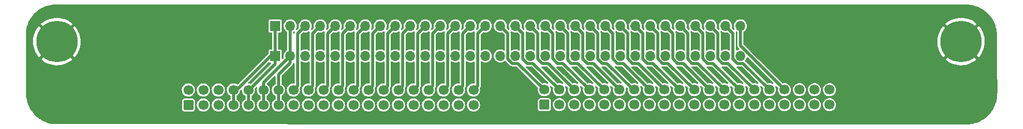
<source format=gbr>
%TF.GenerationSoftware,KiCad,Pcbnew,(6.0.0-0)*%
%TF.CreationDate,2022-08-25T02:05:01-06:00*%
%TF.ProjectId,FlippyAdapter,466c6970-7079-4416-9461-707465722e6b,A*%
%TF.SameCoordinates,Original*%
%TF.FileFunction,Copper,L1,Top*%
%TF.FilePolarity,Positive*%
%FSLAX46Y46*%
G04 Gerber Fmt 4.6, Leading zero omitted, Abs format (unit mm)*
G04 Created by KiCad (PCBNEW (6.0.0-0)) date 2022-08-25 02:05:01*
%MOMM*%
%LPD*%
G01*
G04 APERTURE LIST*
G04 Aperture macros list*
%AMRoundRect*
0 Rectangle with rounded corners*
0 $1 Rounding radius*
0 $2 $3 $4 $5 $6 $7 $8 $9 X,Y pos of 4 corners*
0 Add a 4 corners polygon primitive as box body*
4,1,4,$2,$3,$4,$5,$6,$7,$8,$9,$2,$3,0*
0 Add four circle primitives for the rounded corners*
1,1,$1+$1,$2,$3*
1,1,$1+$1,$4,$5*
1,1,$1+$1,$6,$7*
1,1,$1+$1,$8,$9*
0 Add four rect primitives between the rounded corners*
20,1,$1+$1,$2,$3,$4,$5,0*
20,1,$1+$1,$4,$5,$6,$7,0*
20,1,$1+$1,$6,$7,$8,$9,0*
20,1,$1+$1,$8,$9,$2,$3,0*%
G04 Aperture macros list end*
%TA.AperFunction,ComponentPad*%
%ADD10C,3.900000*%
%TD*%
%TA.AperFunction,ConnectorPad*%
%ADD11C,7.000000*%
%TD*%
%TA.AperFunction,ComponentPad*%
%ADD12R,1.700000X1.700000*%
%TD*%
%TA.AperFunction,ComponentPad*%
%ADD13O,1.700000X1.700000*%
%TD*%
%TA.AperFunction,ComponentPad*%
%ADD14RoundRect,0.250000X0.600000X-0.600000X0.600000X0.600000X-0.600000X0.600000X-0.600000X-0.600000X0*%
%TD*%
%TA.AperFunction,ComponentPad*%
%ADD15C,1.700000*%
%TD*%
%TA.AperFunction,Conductor*%
%ADD16C,0.500000*%
%TD*%
G04 APERTURE END LIST*
D10*
%TO.P,H1,1,1*%
%TO.N,PIN_GND*%
X226314000Y-73914000D03*
D11*
X226314000Y-73914000D03*
%TD*%
D10*
%TO.P,H2,1,1*%
%TO.N,PIN_GND*%
X73279000Y-73914000D03*
D11*
X73279000Y-73914000D03*
%TD*%
D12*
%TO.P,J3,1,Pin_1*%
%TO.N,PIN_LED-*%
X110230000Y-76340000D03*
%TO.P,J3,2,Pin_2*%
X110230000Y-71260000D03*
D13*
%TO.P,J3,3,Pin_3*%
%TO.N,+24V*%
X112770000Y-76340000D03*
%TO.P,J3,4,Pin_4*%
X112770000Y-71260000D03*
%TO.P,J3,5,Pin_5*%
%TO.N,ROW_2_RESET*%
X115310000Y-76340000D03*
%TO.P,J3,6,Pin_6*%
%TO.N,ROW_2_SET*%
X115310000Y-71260000D03*
%TO.P,J3,7,Pin_7*%
%TO.N,ROW_4_RESET*%
X117850000Y-76340000D03*
%TO.P,J3,8,Pin_8*%
%TO.N,ROW_4_SET*%
X117850000Y-71260000D03*
%TO.P,J3,9,Pin_9*%
%TO.N,ROW_6_RESET*%
X120390000Y-76340000D03*
%TO.P,J3,10,Pin_10*%
%TO.N,ROW_6_SET*%
X120390000Y-71260000D03*
%TO.P,J3,11,Pin_11*%
%TO.N,ROW_8_RESET*%
X122930000Y-76340000D03*
%TO.P,J3,12,Pin_12*%
%TO.N,ROW_8_SET*%
X122930000Y-71260000D03*
%TO.P,J3,13,Pin_13*%
%TO.N,ROW_10_RESET*%
X125470000Y-76340000D03*
%TO.P,J3,14,Pin_14*%
%TO.N,ROW_10_SET*%
X125470000Y-71260000D03*
%TO.P,J3,15,Pin_15*%
%TO.N,ROW_12_RESET*%
X128010000Y-76340000D03*
%TO.P,J3,16,Pin_16*%
%TO.N,ROW_12_SET*%
X128010000Y-71260000D03*
%TO.P,J3,17,Pin_17*%
%TO.N,ROW_14_RESET*%
X130550000Y-76340000D03*
%TO.P,J3,18,Pin_18*%
%TO.N,ROW_14_SET*%
X130550000Y-71260000D03*
%TO.P,J3,19,Pin_19*%
%TO.N,ROW_16_RESET*%
X133090000Y-76340000D03*
%TO.P,J3,20,Pin_20*%
%TO.N,ROW_16_SET*%
X133090000Y-71260000D03*
%TO.P,J3,21,Pin_21*%
%TO.N,ROW_15_RESET*%
X135630000Y-76340000D03*
%TO.P,J3,22,Pin_22*%
%TO.N,ROW_15_SET*%
X135630000Y-71260000D03*
%TO.P,J3,23,Pin_23*%
%TO.N,ROW_13_RESET*%
X138170000Y-76340000D03*
%TO.P,J3,24,Pin_24*%
%TO.N,ROW_13_SET*%
X138170000Y-71260000D03*
%TO.P,J3,25,Pin_25*%
%TO.N,ROW_11_RESET*%
X140710000Y-76340000D03*
%TO.P,J3,26,Pin_26*%
%TO.N,ROW_11_SET*%
X140710000Y-71260000D03*
%TO.P,J3,27,Pin_27*%
%TO.N,ROW_9_RESET*%
X143250000Y-76340000D03*
%TO.P,J3,28,Pin_28*%
%TO.N,ROW_9_SET*%
X143250000Y-71260000D03*
%TO.P,J3,29,Pin_29*%
%TO.N,ROW_7_RESET*%
X145790000Y-76340000D03*
%TO.P,J3,30,Pin_30*%
%TO.N,ROW_7_SET*%
X145790000Y-71260000D03*
%TO.P,J3,31,Pin_31*%
%TO.N,ROW_5_RESET*%
X148330000Y-76340000D03*
%TO.P,J3,32,Pin_32*%
%TO.N,ROW_5_SET*%
X148330000Y-71260000D03*
%TO.P,J3,33,Pin_33*%
%TO.N,ROW_3_RESET*%
X150870000Y-76340000D03*
%TO.P,J3,34,Pin_34*%
%TO.N,ROW_3_SET*%
X150870000Y-71260000D03*
%TO.P,J3,35,Pin_35*%
%TO.N,ROW_1_RESET*%
X153410000Y-76340000D03*
%TO.P,J3,36,Pin_36*%
%TO.N,ROW_1_SET*%
X153410000Y-71260000D03*
%TO.P,J3,37,Pin_37*%
%TO.N,COL_2*%
X155950000Y-76340000D03*
%TO.P,J3,38,Pin_38*%
%TO.N,COL_1*%
X155950000Y-71260000D03*
%TO.P,J3,39,Pin_39*%
%TO.N,COL_4*%
X158490000Y-76340000D03*
%TO.P,J3,40,Pin_40*%
%TO.N,COL_3*%
X158490000Y-71260000D03*
%TO.P,J3,41,Pin_41*%
%TO.N,COL_6*%
X161030000Y-76340000D03*
%TO.P,J3,42,Pin_42*%
%TO.N,COL_5*%
X161030000Y-71260000D03*
%TO.P,J3,43,Pin_43*%
%TO.N,COL_8*%
X163570000Y-76340000D03*
%TO.P,J3,44,Pin_44*%
%TO.N,COL_7*%
X163570000Y-71260000D03*
%TO.P,J3,45,Pin_45*%
%TO.N,COL_10*%
X166110000Y-76340000D03*
%TO.P,J3,46,Pin_46*%
%TO.N,COL_9*%
X166110000Y-71260000D03*
%TO.P,J3,47,Pin_47*%
%TO.N,COL_12*%
X168650000Y-76340000D03*
%TO.P,J3,48,Pin_48*%
%TO.N,COL_11*%
X168650000Y-71260000D03*
%TO.P,J3,49,Pin_49*%
%TO.N,COL_14*%
X171190000Y-76340000D03*
%TO.P,J3,50,Pin_50*%
%TO.N,COL_13*%
X171190000Y-71260000D03*
%TO.P,J3,51,Pin_51*%
%TO.N,COL_16*%
X173730000Y-76340000D03*
%TO.P,J3,52,Pin_52*%
%TO.N,COL_15*%
X173730000Y-71260000D03*
%TO.P,J3,53,Pin_53*%
%TO.N,COL_18*%
X176270000Y-76340000D03*
%TO.P,J3,54,Pin_54*%
%TO.N,COL_17*%
X176270000Y-71260000D03*
%TO.P,J3,55,Pin_55*%
%TO.N,COL_20*%
X178810000Y-76340000D03*
%TO.P,J3,56,Pin_56*%
%TO.N,COL_19*%
X178810000Y-71260000D03*
%TO.P,J3,57,Pin_57*%
%TO.N,COL_22*%
X181350000Y-76340000D03*
%TO.P,J3,58,Pin_58*%
%TO.N,COL_21*%
X181350000Y-71260000D03*
%TO.P,J3,59,Pin_59*%
%TO.N,COL_24*%
X183890000Y-76340000D03*
%TO.P,J3,60,Pin_60*%
%TO.N,COL_23*%
X183890000Y-71260000D03*
%TO.P,J3,61,Pin_61*%
%TO.N,COL_26*%
X186430000Y-76340000D03*
%TO.P,J3,62,Pin_62*%
%TO.N,COL_25*%
X186430000Y-71260000D03*
%TO.P,J3,63,Pin_63*%
%TO.N,COL_28*%
X188970000Y-76340000D03*
%TO.P,J3,64,Pin_64*%
%TO.N,COL_27*%
X188970000Y-71260000D03*
%TD*%
D14*
%TO.P,J1,1,Pin_1*%
%TO.N,unconnected-(J1-Pad1)*%
X95545000Y-84652500D03*
D15*
%TO.P,J1,2,Pin_2*%
%TO.N,unconnected-(J1-Pad2)*%
X95545000Y-82112500D03*
%TO.P,J1,3,Pin_3*%
%TO.N,unconnected-(J1-Pad3)*%
X98085000Y-84652500D03*
%TO.P,J1,4,Pin_4*%
%TO.N,unconnected-(J1-Pad4)*%
X98085000Y-82112500D03*
%TO.P,J1,5,Pin_5*%
%TO.N,unconnected-(J1-Pad5)*%
X100625000Y-84652500D03*
%TO.P,J1,6,Pin_6*%
%TO.N,unconnected-(J1-Pad6)*%
X100625000Y-82112500D03*
%TO.P,J1,7,Pin_7*%
%TO.N,PIN_LED-*%
X103165000Y-84652500D03*
%TO.P,J1,8,Pin_8*%
X103165000Y-82112500D03*
%TO.P,J1,9,Pin_9*%
X105705000Y-84652500D03*
%TO.P,J1,10,Pin_10*%
X105705000Y-82112500D03*
%TO.P,J1,11,Pin_11*%
%TO.N,+24V*%
X108245000Y-84652500D03*
%TO.P,J1,12,Pin_12*%
X108245000Y-82112500D03*
%TO.P,J1,13,Pin_13*%
X110785000Y-84652500D03*
%TO.P,J1,14,Pin_14*%
X110785000Y-82112500D03*
%TO.P,J1,15,Pin_15*%
%TO.N,ROW_2_RESET*%
X113325000Y-84652500D03*
%TO.P,J1,16,Pin_16*%
%TO.N,ROW_2_SET*%
X113325000Y-82112500D03*
%TO.P,J1,17,Pin_17*%
%TO.N,ROW_4_RESET*%
X115865000Y-84652500D03*
%TO.P,J1,18,Pin_18*%
%TO.N,ROW_4_SET*%
X115865000Y-82112500D03*
%TO.P,J1,19,Pin_19*%
%TO.N,ROW_6_RESET*%
X118405000Y-84652500D03*
%TO.P,J1,20,Pin_20*%
%TO.N,ROW_6_SET*%
X118405000Y-82112500D03*
%TO.P,J1,21,Pin_21*%
%TO.N,ROW_8_RESET*%
X120945000Y-84652500D03*
%TO.P,J1,22,Pin_22*%
%TO.N,ROW_8_SET*%
X120945000Y-82112500D03*
%TO.P,J1,23,Pin_23*%
%TO.N,ROW_10_RESET*%
X123485000Y-84652500D03*
%TO.P,J1,24,Pin_24*%
%TO.N,ROW_10_SET*%
X123485000Y-82112500D03*
%TO.P,J1,25,Pin_25*%
%TO.N,ROW_12_RESET*%
X126025000Y-84652500D03*
%TO.P,J1,26,Pin_26*%
%TO.N,ROW_12_SET*%
X126025000Y-82112500D03*
%TO.P,J1,27,Pin_27*%
%TO.N,ROW_14_RESET*%
X128565000Y-84652500D03*
%TO.P,J1,28,Pin_28*%
%TO.N,ROW_14_SET*%
X128565000Y-82112500D03*
%TO.P,J1,29,Pin_29*%
%TO.N,ROW_16_RESET*%
X131105000Y-84652500D03*
%TO.P,J1,30,Pin_30*%
%TO.N,ROW_16_SET*%
X131105000Y-82112500D03*
%TO.P,J1,31,Pin_31*%
%TO.N,ROW_15_RESET*%
X133645000Y-84652500D03*
%TO.P,J1,32,Pin_32*%
%TO.N,ROW_15_SET*%
X133645000Y-82112500D03*
%TO.P,J1,33,Pin_33*%
%TO.N,ROW_13_RESET*%
X136185000Y-84652500D03*
%TO.P,J1,34,Pin_34*%
%TO.N,ROW_13_SET*%
X136185000Y-82112500D03*
%TO.P,J1,35,Pin_35*%
%TO.N,ROW_11_RESET*%
X138725000Y-84652500D03*
%TO.P,J1,36,Pin_36*%
%TO.N,ROW_11_SET*%
X138725000Y-82112500D03*
%TO.P,J1,37,Pin_37*%
%TO.N,ROW_9_RESET*%
X141265000Y-84652500D03*
%TO.P,J1,38,Pin_38*%
%TO.N,ROW_9_SET*%
X141265000Y-82112500D03*
%TO.P,J1,39,Pin_39*%
%TO.N,ROW_7_RESET*%
X143805000Y-84652500D03*
%TO.P,J1,40,Pin_40*%
%TO.N,ROW_7_SET*%
X143805000Y-82112500D03*
%TD*%
D14*
%TO.P,J2,1,Pin_1*%
%TO.N,ROW_5_RESET*%
X155800000Y-84600000D03*
D15*
%TO.P,J2,2,Pin_2*%
%TO.N,ROW_5_SET*%
X155800000Y-82060000D03*
%TO.P,J2,3,Pin_3*%
%TO.N,ROW_3_RESET*%
X158340000Y-84600000D03*
%TO.P,J2,4,Pin_4*%
%TO.N,ROW_3_SET*%
X158340000Y-82060000D03*
%TO.P,J2,5,Pin_5*%
%TO.N,ROW_1_RESET*%
X160880000Y-84600000D03*
%TO.P,J2,6,Pin_6*%
%TO.N,ROW_1_SET*%
X160880000Y-82060000D03*
%TO.P,J2,7,Pin_7*%
%TO.N,COL_2*%
X163420000Y-84600000D03*
%TO.P,J2,8,Pin_8*%
%TO.N,COL_1*%
X163420000Y-82060000D03*
%TO.P,J2,9,Pin_9*%
%TO.N,COL_4*%
X165960000Y-84600000D03*
%TO.P,J2,10,Pin_10*%
%TO.N,COL_3*%
X165960000Y-82060000D03*
%TO.P,J2,11,Pin_11*%
%TO.N,COL_6*%
X168500000Y-84600000D03*
%TO.P,J2,12,Pin_12*%
%TO.N,COL_5*%
X168500000Y-82060000D03*
%TO.P,J2,13,Pin_13*%
%TO.N,COL_8*%
X171040000Y-84600000D03*
%TO.P,J2,14,Pin_14*%
%TO.N,COL_7*%
X171040000Y-82060000D03*
%TO.P,J2,15,Pin_15*%
%TO.N,COL_10*%
X173580000Y-84600000D03*
%TO.P,J2,16,Pin_16*%
%TO.N,COL_9*%
X173580000Y-82060000D03*
%TO.P,J2,17,Pin_17*%
%TO.N,COL_12*%
X176120000Y-84600000D03*
%TO.P,J2,18,Pin_18*%
%TO.N,COL_11*%
X176120000Y-82060000D03*
%TO.P,J2,19,Pin_19*%
%TO.N,COL_14*%
X178660000Y-84600000D03*
%TO.P,J2,20,Pin_20*%
%TO.N,COL_13*%
X178660000Y-82060000D03*
%TO.P,J2,21,Pin_21*%
%TO.N,COL_16*%
X181200000Y-84600000D03*
%TO.P,J2,22,Pin_22*%
%TO.N,COL_15*%
X181200000Y-82060000D03*
%TO.P,J2,23,Pin_23*%
%TO.N,COL_18*%
X183740000Y-84600000D03*
%TO.P,J2,24,Pin_24*%
%TO.N,COL_17*%
X183740000Y-82060000D03*
%TO.P,J2,25,Pin_25*%
%TO.N,COL_20*%
X186280000Y-84600000D03*
%TO.P,J2,26,Pin_26*%
%TO.N,COL_19*%
X186280000Y-82060000D03*
%TO.P,J2,27,Pin_27*%
%TO.N,COL_22*%
X188820000Y-84600000D03*
%TO.P,J2,28,Pin_28*%
%TO.N,COL_21*%
X188820000Y-82060000D03*
%TO.P,J2,29,Pin_29*%
%TO.N,COL_24*%
X191360000Y-84600000D03*
%TO.P,J2,30,Pin_30*%
%TO.N,COL_23*%
X191360000Y-82060000D03*
%TO.P,J2,31,Pin_31*%
%TO.N,COL_26*%
X193900000Y-84600000D03*
%TO.P,J2,32,Pin_32*%
%TO.N,COL_25*%
X193900000Y-82060000D03*
%TO.P,J2,33,Pin_33*%
%TO.N,COL_28*%
X196440000Y-84600000D03*
%TO.P,J2,34,Pin_34*%
%TO.N,COL_27*%
X196440000Y-82060000D03*
%TO.P,J2,35,Pin_35*%
%TO.N,unconnected-(J2-Pad35)*%
X198980000Y-84600000D03*
%TO.P,J2,36,Pin_36*%
%TO.N,unconnected-(J2-Pad36)*%
X198980000Y-82060000D03*
%TO.P,J2,37,Pin_37*%
%TO.N,unconnected-(J2-Pad37)*%
X201520000Y-84600000D03*
%TO.P,J2,38,Pin_38*%
%TO.N,unconnected-(J2-Pad38)*%
X201520000Y-82060000D03*
%TO.P,J2,39,Pin_39*%
%TO.N,unconnected-(J2-Pad39)*%
X204060000Y-84600000D03*
%TO.P,J2,40,Pin_40*%
%TO.N,unconnected-(J2-Pad40)*%
X204060000Y-82060000D03*
%TD*%
D16*
%TO.N,COL_1*%
X157199511Y-76816587D02*
X157199511Y-72509511D01*
X158949511Y-77589511D02*
X157972435Y-77589511D01*
X157972435Y-77589511D02*
X157199511Y-76816587D01*
X163420000Y-82060000D02*
X158949511Y-77589511D01*
X157199511Y-72509511D02*
X155950000Y-71260000D01*
%TO.N,ROW_1_SET*%
X160880000Y-82060000D02*
X156420000Y-77600000D01*
X156420000Y-77600000D02*
X155442924Y-77600000D01*
X154700489Y-72550489D02*
X153410000Y-71260000D01*
X154700489Y-76857565D02*
X154700489Y-72550489D01*
X155442924Y-77600000D02*
X154700489Y-76857565D01*
%TO.N,COL_3*%
X159739511Y-72509511D02*
X158490000Y-71260000D01*
X159739511Y-77039511D02*
X159739511Y-72509511D01*
X165960000Y-82060000D02*
X161489511Y-77589511D01*
X161489511Y-77589511D02*
X160289511Y-77589511D01*
X160289511Y-77589511D02*
X159739511Y-77039511D01*
%TO.N,ROW_2_SET*%
X114019511Y-81432989D02*
X114019511Y-72550489D01*
X113340000Y-82112500D02*
X114019511Y-81432989D01*
X114019511Y-72550489D02*
X115310000Y-71260000D01*
%TO.N,COL_5*%
X162320489Y-72550489D02*
X161030000Y-71260000D01*
X162320489Y-76857565D02*
X162320489Y-72550489D01*
X164040000Y-77600000D02*
X163062924Y-77600000D01*
X168500000Y-82060000D02*
X164040000Y-77600000D01*
X163062924Y-77600000D02*
X162320489Y-76857565D01*
%TO.N,ROW_3_SET*%
X153869511Y-77589511D02*
X152892435Y-77589511D01*
X152160489Y-72550489D02*
X150870000Y-71260000D01*
X152892435Y-77589511D02*
X152160489Y-76857565D01*
X158340000Y-82060000D02*
X153869511Y-77589511D01*
X152160489Y-76857565D02*
X152160489Y-72550489D01*
%TO.N,COL_7*%
X171040000Y-82060000D02*
X170853398Y-82060000D01*
X165581453Y-77600000D02*
X164819511Y-76838058D01*
X164819511Y-72509511D02*
X163570000Y-71260000D01*
X166393398Y-77600000D02*
X165581453Y-77600000D01*
X164819511Y-76838058D02*
X164819511Y-72509511D01*
X170853398Y-82060000D02*
X166393398Y-77600000D01*
%TO.N,ROW_4_SET*%
X115880000Y-82112500D02*
X116559511Y-81432989D01*
X116559511Y-72550489D02*
X117850000Y-71260000D01*
X116559511Y-81432989D02*
X116559511Y-72550489D01*
%TO.N,COL_9*%
X168142924Y-77600000D02*
X167359511Y-76816587D01*
X167359511Y-72509511D02*
X166110000Y-71260000D01*
X167359511Y-76816587D02*
X167359511Y-72509511D01*
X169120000Y-77600000D02*
X168142924Y-77600000D01*
X173580000Y-82060000D02*
X169120000Y-77600000D01*
%TO.N,ROW_5_SET*%
X151289511Y-77589511D02*
X150352435Y-77589511D01*
X150352435Y-77589511D02*
X149600000Y-76837076D01*
X155800000Y-82060000D02*
X155760000Y-82060000D01*
X149600000Y-72530000D02*
X148330000Y-71260000D01*
X149600000Y-76837076D02*
X149600000Y-72530000D01*
X155760000Y-82060000D02*
X151289511Y-77589511D01*
%TO.N,COL_11*%
X170682924Y-77600000D02*
X169899511Y-76816587D01*
X176120000Y-82060000D02*
X171660000Y-77600000D01*
X171660000Y-77600000D02*
X170682924Y-77600000D01*
X169899511Y-72509511D02*
X168650000Y-71260000D01*
X169899511Y-76816587D02*
X169899511Y-72509511D01*
%TO.N,ROW_6_SET*%
X119099511Y-72550489D02*
X120390000Y-71260000D01*
X119099511Y-81432989D02*
X119099511Y-72550489D01*
X118420000Y-82112500D02*
X119099511Y-81432989D01*
%TO.N,COL_13*%
X172480489Y-72550489D02*
X171190000Y-71260000D01*
X172480489Y-76857565D02*
X172480489Y-72550489D01*
X173212435Y-77589511D02*
X172480489Y-76857565D01*
X178660000Y-82060000D02*
X174189511Y-77589511D01*
X174189511Y-77589511D02*
X173212435Y-77589511D01*
%TO.N,ROW_7_SET*%
X143820000Y-82112500D02*
X144499511Y-81432989D01*
X144499511Y-72550489D02*
X145790000Y-71260000D01*
X144499511Y-81432989D02*
X144499511Y-72550489D01*
%TO.N,COL_15*%
X181200000Y-82060000D02*
X176729511Y-77589511D01*
X175752435Y-77589511D02*
X174979511Y-76816587D01*
X174979511Y-72509511D02*
X173730000Y-71260000D01*
X176729511Y-77589511D02*
X175752435Y-77589511D01*
X174979511Y-76816587D02*
X174979511Y-72509511D01*
%TO.N,ROW_8_SET*%
X121639511Y-81432989D02*
X121639511Y-72550489D01*
X120960000Y-82112500D02*
X121639511Y-81432989D01*
X121639511Y-72550489D02*
X122930000Y-71260000D01*
%TO.N,COL_17*%
X177519511Y-72509511D02*
X176270000Y-71260000D01*
X183740000Y-82060000D02*
X179280000Y-77600000D01*
X177519511Y-76816587D02*
X177519511Y-72509511D01*
X178302924Y-77600000D02*
X177519511Y-76816587D01*
X179280000Y-77600000D02*
X178302924Y-77600000D01*
%TO.N,ROW_9_SET*%
X141959511Y-72550489D02*
X143250000Y-71260000D01*
X141280000Y-82112500D02*
X141959511Y-81432989D01*
X141959511Y-81432989D02*
X141959511Y-72550489D01*
%TO.N,COL_19*%
X180059511Y-76857565D02*
X180059511Y-72509511D01*
X180059511Y-72509511D02*
X178810000Y-71260000D01*
X180791457Y-77589511D02*
X180059511Y-76857565D01*
X181809511Y-77589511D02*
X180791457Y-77589511D01*
X186280000Y-82060000D02*
X181809511Y-77589511D01*
%TO.N,ROW_10_SET*%
X124179511Y-72550489D02*
X125470000Y-71260000D01*
X124179511Y-81432989D02*
X124179511Y-72550489D01*
X123500000Y-82112500D02*
X124179511Y-81432989D01*
%TO.N,COL_21*%
X183372435Y-77589511D02*
X182600000Y-76817076D01*
X182600000Y-72510000D02*
X181350000Y-71260000D01*
X184349511Y-77589511D02*
X183372435Y-77589511D01*
X182600000Y-76817076D02*
X182600000Y-72510000D01*
X188820000Y-82060000D02*
X184349511Y-77589511D01*
%TO.N,ROW_11_SET*%
X139419511Y-72550489D02*
X140710000Y-71260000D01*
X139419511Y-81432989D02*
X139419511Y-72550489D01*
X138740000Y-82112500D02*
X139419511Y-81432989D01*
%TO.N,COL_23*%
X186889511Y-77589511D02*
X185912435Y-77589511D01*
X185139511Y-72509511D02*
X183890000Y-71260000D01*
X191360000Y-82060000D02*
X186889511Y-77589511D01*
X185139511Y-76816587D02*
X185139511Y-72509511D01*
X185912435Y-77589511D02*
X185139511Y-76816587D01*
%TO.N,ROW_12_SET*%
X126719511Y-81432989D02*
X126719511Y-72550489D01*
X126719511Y-72550489D02*
X128010000Y-71260000D01*
X126040000Y-82112500D02*
X126719511Y-81432989D01*
%TO.N,COL_25*%
X188452435Y-77589511D02*
X187720489Y-76857565D01*
X187720489Y-76857565D02*
X187720489Y-72550489D01*
X189429511Y-77589511D02*
X188452435Y-77589511D01*
X193900000Y-82060000D02*
X189429511Y-77589511D01*
X187720489Y-72550489D02*
X186430000Y-71260000D01*
%TO.N,ROW_13_SET*%
X136879511Y-81432989D02*
X136879511Y-72550489D01*
X136879511Y-72550489D02*
X138170000Y-71260000D01*
X136200000Y-82112500D02*
X136879511Y-81432989D01*
%TO.N,COL_27*%
X190219511Y-75839511D02*
X190219511Y-75822435D01*
X189000000Y-71290000D02*
X188970000Y-71260000D01*
X196440000Y-82060000D02*
X190219511Y-75839511D01*
X190219511Y-75822435D02*
X189000000Y-74602924D01*
X189000000Y-74602924D02*
X189000000Y-71290000D01*
%TO.N,ROW_14_SET*%
X129259511Y-81432989D02*
X129259511Y-72550489D01*
X128580000Y-82112500D02*
X129259511Y-81432989D01*
X129259511Y-72550489D02*
X130550000Y-71260000D01*
%TO.N,ROW_16_SET*%
X131799511Y-81432989D02*
X131799511Y-72550489D01*
X131120000Y-82112500D02*
X131799511Y-81432989D01*
X131799511Y-72550489D02*
X133090000Y-71260000D01*
%TO.N,ROW_15_SET*%
X134339511Y-81432989D02*
X134339511Y-72550489D01*
X133660000Y-82112500D02*
X134339511Y-81432989D01*
X134339511Y-72550489D02*
X135630000Y-71260000D01*
%TO.N,PIN_LED-*%
X105720000Y-82112500D02*
X105787500Y-82112500D01*
X103687500Y-82112500D02*
X110230000Y-75570000D01*
X105787500Y-82112500D02*
X110230000Y-77670000D01*
X110230000Y-75570000D02*
X110230000Y-71260000D01*
X105720000Y-84652500D02*
X105720000Y-82112500D01*
X103180000Y-82112500D02*
X103180000Y-84652500D01*
X110230000Y-76340000D02*
X110230000Y-71260000D01*
X110230000Y-77670000D02*
X110230000Y-76340000D01*
X103180000Y-82112500D02*
X103687500Y-82112500D01*
%TO.N,+24V*%
X110800000Y-79500000D02*
X112770000Y-77530000D01*
X108260000Y-84652500D02*
X108260000Y-82112500D01*
X110800000Y-84652500D02*
X110800000Y-82112500D01*
X110800000Y-82112500D02*
X110800000Y-79500000D01*
X112770000Y-77530000D02*
X112770000Y-76340000D01*
X108260000Y-80850000D02*
X112770000Y-76340000D01*
X108260000Y-82112500D02*
X108260000Y-80850000D01*
X112770000Y-76340000D02*
X112770000Y-71260000D01*
%TD*%
%TA.AperFunction,Conductor*%
%TO.N,PIN_GND*%
G36*
X148463826Y-67635866D02*
G01*
X227162559Y-67653991D01*
X227187114Y-67656413D01*
X227187828Y-67656555D01*
X227187830Y-67656555D01*
X227200000Y-67658976D01*
X227212173Y-67656555D01*
X227221876Y-67656555D01*
X227235741Y-67655479D01*
X227624785Y-67671570D01*
X227635163Y-67672430D01*
X227895507Y-67704882D01*
X228051875Y-67724373D01*
X228062140Y-67726085D01*
X228171279Y-67748969D01*
X228473138Y-67812263D01*
X228483233Y-67814819D01*
X228679007Y-67873103D01*
X228885719Y-67934644D01*
X228895550Y-67938019D01*
X229286786Y-68090679D01*
X229296311Y-68094857D01*
X229673570Y-68279288D01*
X229682729Y-68284244D01*
X230043484Y-68499208D01*
X230052201Y-68504904D01*
X230393969Y-68748920D01*
X230402179Y-68755310D01*
X230444813Y-68791419D01*
X230722632Y-69026721D01*
X230730293Y-69033774D01*
X231027226Y-69330707D01*
X231034279Y-69338368D01*
X231305690Y-69658821D01*
X231312080Y-69667031D01*
X231556096Y-70008799D01*
X231561792Y-70017516D01*
X231730342Y-70300378D01*
X231763795Y-70356519D01*
X231776756Y-70378271D01*
X231781710Y-70387427D01*
X231956406Y-70744771D01*
X231966140Y-70764683D01*
X231970321Y-70774214D01*
X232110968Y-71134660D01*
X232122978Y-71165440D01*
X232126356Y-71175281D01*
X232185960Y-71375487D01*
X232246181Y-71577767D01*
X232248737Y-71587862D01*
X232280472Y-71739212D01*
X232327621Y-71964073D01*
X232334914Y-71998857D01*
X232336627Y-72009125D01*
X232341477Y-72048031D01*
X232388570Y-72425837D01*
X232389430Y-72436215D01*
X232405521Y-72825259D01*
X232404445Y-72839124D01*
X232404445Y-72848827D01*
X232402024Y-72861000D01*
X232404445Y-72873171D01*
X232404725Y-72874579D01*
X232407144Y-72898666D01*
X232426699Y-77916750D01*
X232445310Y-82692718D01*
X232445343Y-82701308D01*
X232442935Y-82726258D01*
X232442935Y-82726318D01*
X232440514Y-82738490D01*
X232442935Y-82750663D01*
X232442935Y-82760366D01*
X232444011Y-82774231D01*
X232427920Y-83163275D01*
X232427060Y-83173653D01*
X232375118Y-83590361D01*
X232373405Y-83600630D01*
X232352721Y-83699276D01*
X232287227Y-84011628D01*
X232284671Y-84021723D01*
X232229201Y-84208046D01*
X232167183Y-84416361D01*
X232164849Y-84424200D01*
X232161471Y-84434040D01*
X232019316Y-84798356D01*
X232008814Y-84825270D01*
X232004633Y-84834801D01*
X231850849Y-85149371D01*
X231820202Y-85212060D01*
X231815246Y-85221219D01*
X231600282Y-85581974D01*
X231594586Y-85590691D01*
X231350570Y-85932459D01*
X231344180Y-85940669D01*
X231209001Y-86100274D01*
X231072769Y-86261122D01*
X231065716Y-86268783D01*
X230768783Y-86565716D01*
X230761122Y-86572769D01*
X230440669Y-86844180D01*
X230432459Y-86850570D01*
X230090691Y-87094586D01*
X230081974Y-87100282D01*
X229721219Y-87315246D01*
X229712063Y-87320200D01*
X229334801Y-87504633D01*
X229325276Y-87508811D01*
X228934040Y-87661471D01*
X228924209Y-87664846D01*
X228717497Y-87726387D01*
X228521723Y-87784671D01*
X228511628Y-87787227D01*
X228271795Y-87837515D01*
X228100630Y-87873405D01*
X228090365Y-87875117D01*
X227962802Y-87891018D01*
X227673653Y-87927060D01*
X227663275Y-87927920D01*
X227274231Y-87944011D01*
X227260366Y-87942935D01*
X227250661Y-87942935D01*
X227238490Y-87940514D01*
X227226322Y-87942934D01*
X227226319Y-87942934D01*
X227225682Y-87943061D01*
X227201076Y-87945481D01*
X151981220Y-87928142D01*
X73317686Y-87910010D01*
X73293131Y-87907588D01*
X73292417Y-87907446D01*
X73292415Y-87907446D01*
X73280245Y-87905025D01*
X73268074Y-87907446D01*
X73258163Y-87907446D01*
X73244515Y-87908501D01*
X72849072Y-87891903D01*
X72838542Y-87891018D01*
X72674468Y-87870261D01*
X72415626Y-87837514D01*
X72405223Y-87835752D01*
X71988278Y-87746995D01*
X71978054Y-87744365D01*
X71710162Y-87663360D01*
X71570019Y-87620983D01*
X71560040Y-87617502D01*
X71163793Y-87460366D01*
X71154142Y-87456062D01*
X70772457Y-87266275D01*
X70763199Y-87261177D01*
X70398757Y-87040069D01*
X70389960Y-87034214D01*
X70045314Y-86783334D01*
X70037039Y-86776761D01*
X69714656Y-86497906D01*
X69706960Y-86490664D01*
X69409061Y-86185757D01*
X69401999Y-86177894D01*
X69130697Y-85849093D01*
X69124319Y-85840667D01*
X68881536Y-85490305D01*
X68875886Y-85481374D01*
X68783267Y-85320389D01*
X68771684Y-85300256D01*
X94440500Y-85300256D01*
X94440869Y-85303652D01*
X94440869Y-85303653D01*
X94444280Y-85335047D01*
X94447202Y-85361948D01*
X94449974Y-85369341D01*
X94449974Y-85369343D01*
X94452816Y-85376924D01*
X94497929Y-85497264D01*
X94503309Y-85504443D01*
X94503311Y-85504446D01*
X94561415Y-85581974D01*
X94584596Y-85612904D01*
X94591776Y-85618285D01*
X94693054Y-85694189D01*
X94693057Y-85694191D01*
X94700236Y-85699571D01*
X94773065Y-85726873D01*
X94828157Y-85747526D01*
X94828159Y-85747526D01*
X94835552Y-85750298D01*
X94843402Y-85751151D01*
X94843403Y-85751151D01*
X94893847Y-85756631D01*
X94897244Y-85757000D01*
X96192756Y-85757000D01*
X96196153Y-85756631D01*
X96246597Y-85751151D01*
X96246598Y-85751151D01*
X96254448Y-85750298D01*
X96261841Y-85747526D01*
X96261843Y-85747526D01*
X96316935Y-85726873D01*
X96389764Y-85699571D01*
X96396943Y-85694191D01*
X96396946Y-85694189D01*
X96498224Y-85618285D01*
X96505404Y-85612904D01*
X96528585Y-85581974D01*
X96586689Y-85504446D01*
X96586691Y-85504443D01*
X96592071Y-85497264D01*
X96637184Y-85376924D01*
X96640026Y-85369343D01*
X96640026Y-85369341D01*
X96642798Y-85361948D01*
X96645721Y-85335047D01*
X96649131Y-85303653D01*
X96649131Y-85303652D01*
X96649500Y-85300256D01*
X96649500Y-84623464D01*
X96976148Y-84623464D01*
X96989424Y-84826022D01*
X96990845Y-84831618D01*
X96990846Y-84831623D01*
X97027390Y-84975512D01*
X97039392Y-85022769D01*
X97041809Y-85028012D01*
X97078362Y-85107301D01*
X97124377Y-85207116D01*
X97127710Y-85211832D01*
X97233801Y-85361948D01*
X97241533Y-85372889D01*
X97386938Y-85514535D01*
X97555720Y-85627312D01*
X97561023Y-85629590D01*
X97561026Y-85629592D01*
X97734521Y-85704131D01*
X97742228Y-85707442D01*
X97815244Y-85723964D01*
X97934579Y-85750967D01*
X97934584Y-85750968D01*
X97940216Y-85752242D01*
X97945987Y-85752469D01*
X97945989Y-85752469D01*
X98005756Y-85754817D01*
X98143053Y-85760212D01*
X98243499Y-85745648D01*
X98338231Y-85731913D01*
X98338236Y-85731912D01*
X98343945Y-85731084D01*
X98349409Y-85729229D01*
X98349414Y-85729228D01*
X98530693Y-85667692D01*
X98530698Y-85667690D01*
X98536165Y-85665834D01*
X98553338Y-85656217D01*
X98677917Y-85586449D01*
X98713276Y-85566647D01*
X98720783Y-85560404D01*
X98864913Y-85440531D01*
X98869345Y-85436845D01*
X98966201Y-85320389D01*
X98995453Y-85285218D01*
X98995455Y-85285215D01*
X98999147Y-85280776D01*
X99098334Y-85103665D01*
X99100190Y-85098198D01*
X99100192Y-85098193D01*
X99161728Y-84916914D01*
X99161729Y-84916909D01*
X99163584Y-84911445D01*
X99164412Y-84905736D01*
X99164413Y-84905731D01*
X99192179Y-84714227D01*
X99192712Y-84710553D01*
X99194232Y-84652500D01*
X99191564Y-84623464D01*
X99516148Y-84623464D01*
X99529424Y-84826022D01*
X99530845Y-84831618D01*
X99530846Y-84831623D01*
X99567390Y-84975512D01*
X99579392Y-85022769D01*
X99581809Y-85028012D01*
X99618362Y-85107301D01*
X99664377Y-85207116D01*
X99667710Y-85211832D01*
X99773801Y-85361948D01*
X99781533Y-85372889D01*
X99926938Y-85514535D01*
X100095720Y-85627312D01*
X100101023Y-85629590D01*
X100101026Y-85629592D01*
X100274521Y-85704131D01*
X100282228Y-85707442D01*
X100355244Y-85723964D01*
X100474579Y-85750967D01*
X100474584Y-85750968D01*
X100480216Y-85752242D01*
X100485987Y-85752469D01*
X100485989Y-85752469D01*
X100545756Y-85754817D01*
X100683053Y-85760212D01*
X100783499Y-85745648D01*
X100878231Y-85731913D01*
X100878236Y-85731912D01*
X100883945Y-85731084D01*
X100889409Y-85729229D01*
X100889414Y-85729228D01*
X101070693Y-85667692D01*
X101070698Y-85667690D01*
X101076165Y-85665834D01*
X101093338Y-85656217D01*
X101217917Y-85586449D01*
X101253276Y-85566647D01*
X101260783Y-85560404D01*
X101404913Y-85440531D01*
X101409345Y-85436845D01*
X101506201Y-85320389D01*
X101535453Y-85285218D01*
X101535455Y-85285215D01*
X101539147Y-85280776D01*
X101638334Y-85103665D01*
X101640190Y-85098198D01*
X101640192Y-85098193D01*
X101701728Y-84916914D01*
X101701729Y-84916909D01*
X101703584Y-84911445D01*
X101704412Y-84905736D01*
X101704413Y-84905731D01*
X101732179Y-84714227D01*
X101732712Y-84710553D01*
X101734232Y-84652500D01*
X101731564Y-84623464D01*
X102056148Y-84623464D01*
X102069424Y-84826022D01*
X102070845Y-84831618D01*
X102070846Y-84831623D01*
X102107390Y-84975512D01*
X102119392Y-85022769D01*
X102121809Y-85028012D01*
X102158362Y-85107301D01*
X102204377Y-85207116D01*
X102207710Y-85211832D01*
X102313801Y-85361948D01*
X102321533Y-85372889D01*
X102466938Y-85514535D01*
X102635720Y-85627312D01*
X102641023Y-85629590D01*
X102641026Y-85629592D01*
X102814521Y-85704131D01*
X102822228Y-85707442D01*
X102895244Y-85723964D01*
X103014579Y-85750967D01*
X103014584Y-85750968D01*
X103020216Y-85752242D01*
X103025987Y-85752469D01*
X103025989Y-85752469D01*
X103085756Y-85754817D01*
X103223053Y-85760212D01*
X103323499Y-85745648D01*
X103418231Y-85731913D01*
X103418236Y-85731912D01*
X103423945Y-85731084D01*
X103429409Y-85729229D01*
X103429414Y-85729228D01*
X103610693Y-85667692D01*
X103610698Y-85667690D01*
X103616165Y-85665834D01*
X103633338Y-85656217D01*
X103757917Y-85586449D01*
X103793276Y-85566647D01*
X103800783Y-85560404D01*
X103944913Y-85440531D01*
X103949345Y-85436845D01*
X104046201Y-85320389D01*
X104075453Y-85285218D01*
X104075455Y-85285215D01*
X104079147Y-85280776D01*
X104178334Y-85103665D01*
X104180190Y-85098198D01*
X104180192Y-85098193D01*
X104241728Y-84916914D01*
X104241729Y-84916909D01*
X104243584Y-84911445D01*
X104244412Y-84905736D01*
X104244413Y-84905731D01*
X104272179Y-84714227D01*
X104272712Y-84710553D01*
X104274232Y-84652500D01*
X104255658Y-84450359D01*
X104249691Y-84429200D01*
X104202125Y-84260546D01*
X104202124Y-84260544D01*
X104200557Y-84254987D01*
X104189978Y-84233533D01*
X104113331Y-84078109D01*
X104110776Y-84072928D01*
X103989320Y-83910279D01*
X103840258Y-83772487D01*
X103835375Y-83769406D01*
X103835371Y-83769403D01*
X103743265Y-83711289D01*
X103696326Y-83658022D01*
X103684500Y-83604727D01*
X103684500Y-83161414D01*
X103704502Y-83093293D01*
X103748932Y-83051481D01*
X103793276Y-83026647D01*
X103949345Y-82896845D01*
X104079147Y-82740776D01*
X104152737Y-82609371D01*
X104175510Y-82568708D01*
X104175511Y-82568706D01*
X104178334Y-82563665D01*
X104180190Y-82558198D01*
X104180192Y-82558193D01*
X104241728Y-82376914D01*
X104241729Y-82376909D01*
X104243584Y-82371445D01*
X104244412Y-82365736D01*
X104244413Y-82365731D01*
X104254801Y-82294084D01*
X104284371Y-82229538D01*
X104290402Y-82223069D01*
X104389291Y-82124180D01*
X104451603Y-82090154D01*
X104522418Y-82095219D01*
X104579254Y-82137766D01*
X104604116Y-82205035D01*
X104609424Y-82286022D01*
X104610845Y-82291618D01*
X104610846Y-82291623D01*
X104647390Y-82435512D01*
X104659392Y-82482769D01*
X104661809Y-82488012D01*
X104698831Y-82568320D01*
X104744377Y-82667116D01*
X104747710Y-82671832D01*
X104827282Y-82784424D01*
X104861533Y-82832889D01*
X105006938Y-82974535D01*
X105159503Y-83076476D01*
X105205030Y-83130952D01*
X105215500Y-83181240D01*
X105215500Y-83586790D01*
X105195498Y-83654911D01*
X105153923Y-83695075D01*
X105057978Y-83752156D01*
X105057977Y-83752157D01*
X105053010Y-83755112D01*
X105048670Y-83758918D01*
X105048666Y-83758921D01*
X104955084Y-83840991D01*
X104900392Y-83888955D01*
X104774720Y-84048369D01*
X104772031Y-84053480D01*
X104772029Y-84053483D01*
X104759073Y-84078109D01*
X104680203Y-84228015D01*
X104620007Y-84421878D01*
X104596148Y-84623464D01*
X104609424Y-84826022D01*
X104610845Y-84831618D01*
X104610846Y-84831623D01*
X104647390Y-84975512D01*
X104659392Y-85022769D01*
X104661809Y-85028012D01*
X104698362Y-85107301D01*
X104744377Y-85207116D01*
X104747710Y-85211832D01*
X104853801Y-85361948D01*
X104861533Y-85372889D01*
X105006938Y-85514535D01*
X105175720Y-85627312D01*
X105181023Y-85629590D01*
X105181026Y-85629592D01*
X105354521Y-85704131D01*
X105362228Y-85707442D01*
X105435244Y-85723964D01*
X105554579Y-85750967D01*
X105554584Y-85750968D01*
X105560216Y-85752242D01*
X105565987Y-85752469D01*
X105565989Y-85752469D01*
X105625756Y-85754817D01*
X105763053Y-85760212D01*
X105863499Y-85745648D01*
X105958231Y-85731913D01*
X105958236Y-85731912D01*
X105963945Y-85731084D01*
X105969409Y-85729229D01*
X105969414Y-85729228D01*
X106150693Y-85667692D01*
X106150698Y-85667690D01*
X106156165Y-85665834D01*
X106173338Y-85656217D01*
X106297917Y-85586449D01*
X106333276Y-85566647D01*
X106340783Y-85560404D01*
X106484913Y-85440531D01*
X106489345Y-85436845D01*
X106586201Y-85320389D01*
X106615453Y-85285218D01*
X106615455Y-85285215D01*
X106619147Y-85280776D01*
X106718334Y-85103665D01*
X106720190Y-85098198D01*
X106720192Y-85098193D01*
X106781728Y-84916914D01*
X106781729Y-84916909D01*
X106783584Y-84911445D01*
X106784412Y-84905736D01*
X106784413Y-84905731D01*
X106812179Y-84714227D01*
X106812712Y-84710553D01*
X106814232Y-84652500D01*
X106795658Y-84450359D01*
X106789691Y-84429200D01*
X106742125Y-84260546D01*
X106742124Y-84260544D01*
X106740557Y-84254987D01*
X106729978Y-84233533D01*
X106653331Y-84078109D01*
X106650776Y-84072928D01*
X106529320Y-83910279D01*
X106380258Y-83772487D01*
X106375375Y-83769406D01*
X106375371Y-83769403D01*
X106283265Y-83711289D01*
X106236326Y-83658022D01*
X106224500Y-83604727D01*
X106224500Y-83161414D01*
X106244502Y-83093293D01*
X106288932Y-83051481D01*
X106333276Y-83026647D01*
X106489345Y-82896845D01*
X106619147Y-82740776D01*
X106692737Y-82609371D01*
X106715510Y-82568708D01*
X106715511Y-82568706D01*
X106718334Y-82563665D01*
X106720190Y-82558198D01*
X106720192Y-82558193D01*
X106781728Y-82376914D01*
X106781729Y-82376909D01*
X106783584Y-82371445D01*
X106784412Y-82365736D01*
X106784413Y-82365731D01*
X106804418Y-82227755D01*
X106812712Y-82170553D01*
X106814232Y-82112500D01*
X106802797Y-81988051D01*
X106796187Y-81916113D01*
X106796186Y-81916110D01*
X106795658Y-81910359D01*
X106794089Y-81904795D01*
X106793037Y-81899118D01*
X106795457Y-81898670D01*
X106796107Y-81838251D01*
X106827519Y-81785952D01*
X106992248Y-81621223D01*
X107054560Y-81587197D01*
X107125375Y-81592262D01*
X107182211Y-81634809D01*
X107207022Y-81701329D01*
X107201676Y-81747682D01*
X107169192Y-81852299D01*
X107160007Y-81881878D01*
X107136148Y-82083464D01*
X107149424Y-82286022D01*
X107150845Y-82291618D01*
X107150846Y-82291623D01*
X107187390Y-82435512D01*
X107199392Y-82482769D01*
X107201809Y-82488012D01*
X107238831Y-82568320D01*
X107284377Y-82667116D01*
X107287710Y-82671832D01*
X107367282Y-82784424D01*
X107401533Y-82832889D01*
X107546938Y-82974535D01*
X107699503Y-83076476D01*
X107745030Y-83130952D01*
X107755500Y-83181240D01*
X107755500Y-83586790D01*
X107735498Y-83654911D01*
X107693923Y-83695075D01*
X107597978Y-83752156D01*
X107597977Y-83752157D01*
X107593010Y-83755112D01*
X107588670Y-83758918D01*
X107588666Y-83758921D01*
X107495084Y-83840991D01*
X107440392Y-83888955D01*
X107314720Y-84048369D01*
X107312031Y-84053480D01*
X107312029Y-84053483D01*
X107299073Y-84078109D01*
X107220203Y-84228015D01*
X107160007Y-84421878D01*
X107136148Y-84623464D01*
X107149424Y-84826022D01*
X107150845Y-84831618D01*
X107150846Y-84831623D01*
X107187390Y-84975512D01*
X107199392Y-85022769D01*
X107201809Y-85028012D01*
X107238362Y-85107301D01*
X107284377Y-85207116D01*
X107287710Y-85211832D01*
X107393801Y-85361948D01*
X107401533Y-85372889D01*
X107546938Y-85514535D01*
X107715720Y-85627312D01*
X107721023Y-85629590D01*
X107721026Y-85629592D01*
X107894521Y-85704131D01*
X107902228Y-85707442D01*
X107975244Y-85723964D01*
X108094579Y-85750967D01*
X108094584Y-85750968D01*
X108100216Y-85752242D01*
X108105987Y-85752469D01*
X108105989Y-85752469D01*
X108165756Y-85754817D01*
X108303053Y-85760212D01*
X108403499Y-85745648D01*
X108498231Y-85731913D01*
X108498236Y-85731912D01*
X108503945Y-85731084D01*
X108509409Y-85729229D01*
X108509414Y-85729228D01*
X108690693Y-85667692D01*
X108690698Y-85667690D01*
X108696165Y-85665834D01*
X108713338Y-85656217D01*
X108837917Y-85586449D01*
X108873276Y-85566647D01*
X108880783Y-85560404D01*
X109024913Y-85440531D01*
X109029345Y-85436845D01*
X109126201Y-85320389D01*
X109155453Y-85285218D01*
X109155455Y-85285215D01*
X109159147Y-85280776D01*
X109258334Y-85103665D01*
X109260190Y-85098198D01*
X109260192Y-85098193D01*
X109321728Y-84916914D01*
X109321729Y-84916909D01*
X109323584Y-84911445D01*
X109324412Y-84905736D01*
X109324413Y-84905731D01*
X109352179Y-84714227D01*
X109352712Y-84710553D01*
X109354232Y-84652500D01*
X109335658Y-84450359D01*
X109329691Y-84429200D01*
X109282125Y-84260546D01*
X109282124Y-84260544D01*
X109280557Y-84254987D01*
X109269978Y-84233533D01*
X109193331Y-84078109D01*
X109190776Y-84072928D01*
X109069320Y-83910279D01*
X108920258Y-83772487D01*
X108915375Y-83769406D01*
X108915371Y-83769403D01*
X108823265Y-83711289D01*
X108776326Y-83658022D01*
X108764500Y-83604727D01*
X108764500Y-83161414D01*
X108784502Y-83093293D01*
X108828932Y-83051481D01*
X108873276Y-83026647D01*
X109029345Y-82896845D01*
X109159147Y-82740776D01*
X109232737Y-82609371D01*
X109255510Y-82568708D01*
X109255511Y-82568706D01*
X109258334Y-82563665D01*
X109260190Y-82558198D01*
X109260192Y-82558193D01*
X109321728Y-82376914D01*
X109321729Y-82376909D01*
X109323584Y-82371445D01*
X109324412Y-82365736D01*
X109324413Y-82365731D01*
X109344418Y-82227755D01*
X109352712Y-82170553D01*
X109354232Y-82112500D01*
X109342797Y-81988051D01*
X109336187Y-81916113D01*
X109336186Y-81916110D01*
X109335658Y-81910359D01*
X109329730Y-81889340D01*
X109282125Y-81720546D01*
X109282124Y-81720544D01*
X109280557Y-81714987D01*
X109277505Y-81708797D01*
X109193331Y-81538109D01*
X109190776Y-81532928D01*
X109069320Y-81370279D01*
X108920258Y-81232487D01*
X108851733Y-81189251D01*
X108804797Y-81135987D01*
X108794107Y-81065800D01*
X108823061Y-81000975D01*
X108829875Y-80993596D01*
X110080405Y-79743066D01*
X110142717Y-79709040D01*
X110213532Y-79714105D01*
X110270368Y-79756652D01*
X110295179Y-79823172D01*
X110295500Y-79832161D01*
X110295500Y-81046790D01*
X110275498Y-81114911D01*
X110233923Y-81155075D01*
X110137978Y-81212156D01*
X110137977Y-81212157D01*
X110133010Y-81215112D01*
X110128670Y-81218918D01*
X110128666Y-81218921D01*
X110035084Y-81300991D01*
X109980392Y-81348955D01*
X109854720Y-81508369D01*
X109852031Y-81513480D01*
X109852029Y-81513483D01*
X109839073Y-81538109D01*
X109760203Y-81688015D01*
X109700007Y-81881878D01*
X109676148Y-82083464D01*
X109689424Y-82286022D01*
X109690845Y-82291618D01*
X109690846Y-82291623D01*
X109727390Y-82435512D01*
X109739392Y-82482769D01*
X109741809Y-82488012D01*
X109778831Y-82568320D01*
X109824377Y-82667116D01*
X109827710Y-82671832D01*
X109907282Y-82784424D01*
X109941533Y-82832889D01*
X110086938Y-82974535D01*
X110239503Y-83076476D01*
X110285030Y-83130952D01*
X110295500Y-83181240D01*
X110295500Y-83586790D01*
X110275498Y-83654911D01*
X110233923Y-83695075D01*
X110137978Y-83752156D01*
X110137977Y-83752157D01*
X110133010Y-83755112D01*
X110128670Y-83758918D01*
X110128666Y-83758921D01*
X110035084Y-83840991D01*
X109980392Y-83888955D01*
X109854720Y-84048369D01*
X109852031Y-84053480D01*
X109852029Y-84053483D01*
X109839073Y-84078109D01*
X109760203Y-84228015D01*
X109700007Y-84421878D01*
X109676148Y-84623464D01*
X109689424Y-84826022D01*
X109690845Y-84831618D01*
X109690846Y-84831623D01*
X109727390Y-84975512D01*
X109739392Y-85022769D01*
X109741809Y-85028012D01*
X109778362Y-85107301D01*
X109824377Y-85207116D01*
X109827710Y-85211832D01*
X109933801Y-85361948D01*
X109941533Y-85372889D01*
X110086938Y-85514535D01*
X110255720Y-85627312D01*
X110261023Y-85629590D01*
X110261026Y-85629592D01*
X110434521Y-85704131D01*
X110442228Y-85707442D01*
X110515244Y-85723964D01*
X110634579Y-85750967D01*
X110634584Y-85750968D01*
X110640216Y-85752242D01*
X110645987Y-85752469D01*
X110645989Y-85752469D01*
X110705756Y-85754817D01*
X110843053Y-85760212D01*
X110943499Y-85745648D01*
X111038231Y-85731913D01*
X111038236Y-85731912D01*
X111043945Y-85731084D01*
X111049409Y-85729229D01*
X111049414Y-85729228D01*
X111230693Y-85667692D01*
X111230698Y-85667690D01*
X111236165Y-85665834D01*
X111253338Y-85656217D01*
X111377917Y-85586449D01*
X111413276Y-85566647D01*
X111420783Y-85560404D01*
X111564913Y-85440531D01*
X111569345Y-85436845D01*
X111666201Y-85320389D01*
X111695453Y-85285218D01*
X111695455Y-85285215D01*
X111699147Y-85280776D01*
X111798334Y-85103665D01*
X111800190Y-85098198D01*
X111800192Y-85098193D01*
X111861728Y-84916914D01*
X111861729Y-84916909D01*
X111863584Y-84911445D01*
X111864412Y-84905736D01*
X111864413Y-84905731D01*
X111892179Y-84714227D01*
X111892712Y-84710553D01*
X111894232Y-84652500D01*
X111891564Y-84623464D01*
X112216148Y-84623464D01*
X112229424Y-84826022D01*
X112230845Y-84831618D01*
X112230846Y-84831623D01*
X112267390Y-84975512D01*
X112279392Y-85022769D01*
X112281809Y-85028012D01*
X112318362Y-85107301D01*
X112364377Y-85207116D01*
X112367710Y-85211832D01*
X112473801Y-85361948D01*
X112481533Y-85372889D01*
X112626938Y-85514535D01*
X112795720Y-85627312D01*
X112801023Y-85629590D01*
X112801026Y-85629592D01*
X112974521Y-85704131D01*
X112982228Y-85707442D01*
X113055244Y-85723964D01*
X113174579Y-85750967D01*
X113174584Y-85750968D01*
X113180216Y-85752242D01*
X113185987Y-85752469D01*
X113185989Y-85752469D01*
X113245756Y-85754817D01*
X113383053Y-85760212D01*
X113483499Y-85745648D01*
X113578231Y-85731913D01*
X113578236Y-85731912D01*
X113583945Y-85731084D01*
X113589409Y-85729229D01*
X113589414Y-85729228D01*
X113770693Y-85667692D01*
X113770698Y-85667690D01*
X113776165Y-85665834D01*
X113793338Y-85656217D01*
X113917917Y-85586449D01*
X113953276Y-85566647D01*
X113960783Y-85560404D01*
X114104913Y-85440531D01*
X114109345Y-85436845D01*
X114206201Y-85320389D01*
X114235453Y-85285218D01*
X114235455Y-85285215D01*
X114239147Y-85280776D01*
X114338334Y-85103665D01*
X114340190Y-85098198D01*
X114340192Y-85098193D01*
X114401728Y-84916914D01*
X114401729Y-84916909D01*
X114403584Y-84911445D01*
X114404412Y-84905736D01*
X114404413Y-84905731D01*
X114432179Y-84714227D01*
X114432712Y-84710553D01*
X114434232Y-84652500D01*
X114431564Y-84623464D01*
X114756148Y-84623464D01*
X114769424Y-84826022D01*
X114770845Y-84831618D01*
X114770846Y-84831623D01*
X114807390Y-84975512D01*
X114819392Y-85022769D01*
X114821809Y-85028012D01*
X114858362Y-85107301D01*
X114904377Y-85207116D01*
X114907710Y-85211832D01*
X115013801Y-85361948D01*
X115021533Y-85372889D01*
X115166938Y-85514535D01*
X115335720Y-85627312D01*
X115341023Y-85629590D01*
X115341026Y-85629592D01*
X115514521Y-85704131D01*
X115522228Y-85707442D01*
X115595244Y-85723964D01*
X115714579Y-85750967D01*
X115714584Y-85750968D01*
X115720216Y-85752242D01*
X115725987Y-85752469D01*
X115725989Y-85752469D01*
X115785756Y-85754817D01*
X115923053Y-85760212D01*
X116023499Y-85745648D01*
X116118231Y-85731913D01*
X116118236Y-85731912D01*
X116123945Y-85731084D01*
X116129409Y-85729229D01*
X116129414Y-85729228D01*
X116310693Y-85667692D01*
X116310698Y-85667690D01*
X116316165Y-85665834D01*
X116333338Y-85656217D01*
X116457917Y-85586449D01*
X116493276Y-85566647D01*
X116500783Y-85560404D01*
X116644913Y-85440531D01*
X116649345Y-85436845D01*
X116746201Y-85320389D01*
X116775453Y-85285218D01*
X116775455Y-85285215D01*
X116779147Y-85280776D01*
X116878334Y-85103665D01*
X116880190Y-85098198D01*
X116880192Y-85098193D01*
X116941728Y-84916914D01*
X116941729Y-84916909D01*
X116943584Y-84911445D01*
X116944412Y-84905736D01*
X116944413Y-84905731D01*
X116972179Y-84714227D01*
X116972712Y-84710553D01*
X116974232Y-84652500D01*
X116971564Y-84623464D01*
X117296148Y-84623464D01*
X117309424Y-84826022D01*
X117310845Y-84831618D01*
X117310846Y-84831623D01*
X117347390Y-84975512D01*
X117359392Y-85022769D01*
X117361809Y-85028012D01*
X117398362Y-85107301D01*
X117444377Y-85207116D01*
X117447710Y-85211832D01*
X117553801Y-85361948D01*
X117561533Y-85372889D01*
X117706938Y-85514535D01*
X117875720Y-85627312D01*
X117881023Y-85629590D01*
X117881026Y-85629592D01*
X118054521Y-85704131D01*
X118062228Y-85707442D01*
X118135244Y-85723964D01*
X118254579Y-85750967D01*
X118254584Y-85750968D01*
X118260216Y-85752242D01*
X118265987Y-85752469D01*
X118265989Y-85752469D01*
X118325756Y-85754817D01*
X118463053Y-85760212D01*
X118563499Y-85745648D01*
X118658231Y-85731913D01*
X118658236Y-85731912D01*
X118663945Y-85731084D01*
X118669409Y-85729229D01*
X118669414Y-85729228D01*
X118850693Y-85667692D01*
X118850698Y-85667690D01*
X118856165Y-85665834D01*
X118873338Y-85656217D01*
X118997917Y-85586449D01*
X119033276Y-85566647D01*
X119040783Y-85560404D01*
X119184913Y-85440531D01*
X119189345Y-85436845D01*
X119286201Y-85320389D01*
X119315453Y-85285218D01*
X119315455Y-85285215D01*
X119319147Y-85280776D01*
X119418334Y-85103665D01*
X119420190Y-85098198D01*
X119420192Y-85098193D01*
X119481728Y-84916914D01*
X119481729Y-84916909D01*
X119483584Y-84911445D01*
X119484412Y-84905736D01*
X119484413Y-84905731D01*
X119512179Y-84714227D01*
X119512712Y-84710553D01*
X119514232Y-84652500D01*
X119511564Y-84623464D01*
X119836148Y-84623464D01*
X119849424Y-84826022D01*
X119850845Y-84831618D01*
X119850846Y-84831623D01*
X119887390Y-84975512D01*
X119899392Y-85022769D01*
X119901809Y-85028012D01*
X119938362Y-85107301D01*
X119984377Y-85207116D01*
X119987710Y-85211832D01*
X120093801Y-85361948D01*
X120101533Y-85372889D01*
X120246938Y-85514535D01*
X120415720Y-85627312D01*
X120421023Y-85629590D01*
X120421026Y-85629592D01*
X120594521Y-85704131D01*
X120602228Y-85707442D01*
X120675244Y-85723964D01*
X120794579Y-85750967D01*
X120794584Y-85750968D01*
X120800216Y-85752242D01*
X120805987Y-85752469D01*
X120805989Y-85752469D01*
X120865756Y-85754817D01*
X121003053Y-85760212D01*
X121103499Y-85745648D01*
X121198231Y-85731913D01*
X121198236Y-85731912D01*
X121203945Y-85731084D01*
X121209409Y-85729229D01*
X121209414Y-85729228D01*
X121390693Y-85667692D01*
X121390698Y-85667690D01*
X121396165Y-85665834D01*
X121413338Y-85656217D01*
X121537917Y-85586449D01*
X121573276Y-85566647D01*
X121580783Y-85560404D01*
X121724913Y-85440531D01*
X121729345Y-85436845D01*
X121826201Y-85320389D01*
X121855453Y-85285218D01*
X121855455Y-85285215D01*
X121859147Y-85280776D01*
X121958334Y-85103665D01*
X121960190Y-85098198D01*
X121960192Y-85098193D01*
X122021728Y-84916914D01*
X122021729Y-84916909D01*
X122023584Y-84911445D01*
X122024412Y-84905736D01*
X122024413Y-84905731D01*
X122052179Y-84714227D01*
X122052712Y-84710553D01*
X122054232Y-84652500D01*
X122051564Y-84623464D01*
X122376148Y-84623464D01*
X122389424Y-84826022D01*
X122390845Y-84831618D01*
X122390846Y-84831623D01*
X122427390Y-84975512D01*
X122439392Y-85022769D01*
X122441809Y-85028012D01*
X122478362Y-85107301D01*
X122524377Y-85207116D01*
X122527710Y-85211832D01*
X122633801Y-85361948D01*
X122641533Y-85372889D01*
X122786938Y-85514535D01*
X122955720Y-85627312D01*
X122961023Y-85629590D01*
X122961026Y-85629592D01*
X123134521Y-85704131D01*
X123142228Y-85707442D01*
X123215244Y-85723964D01*
X123334579Y-85750967D01*
X123334584Y-85750968D01*
X123340216Y-85752242D01*
X123345987Y-85752469D01*
X123345989Y-85752469D01*
X123405756Y-85754817D01*
X123543053Y-85760212D01*
X123643499Y-85745648D01*
X123738231Y-85731913D01*
X123738236Y-85731912D01*
X123743945Y-85731084D01*
X123749409Y-85729229D01*
X123749414Y-85729228D01*
X123930693Y-85667692D01*
X123930698Y-85667690D01*
X123936165Y-85665834D01*
X123953338Y-85656217D01*
X124077917Y-85586449D01*
X124113276Y-85566647D01*
X124120783Y-85560404D01*
X124264913Y-85440531D01*
X124269345Y-85436845D01*
X124366201Y-85320389D01*
X124395453Y-85285218D01*
X124395455Y-85285215D01*
X124399147Y-85280776D01*
X124498334Y-85103665D01*
X124500190Y-85098198D01*
X124500192Y-85098193D01*
X124561728Y-84916914D01*
X124561729Y-84916909D01*
X124563584Y-84911445D01*
X124564412Y-84905736D01*
X124564413Y-84905731D01*
X124592179Y-84714227D01*
X124592712Y-84710553D01*
X124594232Y-84652500D01*
X124591564Y-84623464D01*
X124916148Y-84623464D01*
X124929424Y-84826022D01*
X124930845Y-84831618D01*
X124930846Y-84831623D01*
X124967390Y-84975512D01*
X124979392Y-85022769D01*
X124981809Y-85028012D01*
X125018362Y-85107301D01*
X125064377Y-85207116D01*
X125067710Y-85211832D01*
X125173801Y-85361948D01*
X125181533Y-85372889D01*
X125326938Y-85514535D01*
X125495720Y-85627312D01*
X125501023Y-85629590D01*
X125501026Y-85629592D01*
X125674521Y-85704131D01*
X125682228Y-85707442D01*
X125755244Y-85723964D01*
X125874579Y-85750967D01*
X125874584Y-85750968D01*
X125880216Y-85752242D01*
X125885987Y-85752469D01*
X125885989Y-85752469D01*
X125945756Y-85754817D01*
X126083053Y-85760212D01*
X126183499Y-85745648D01*
X126278231Y-85731913D01*
X126278236Y-85731912D01*
X126283945Y-85731084D01*
X126289409Y-85729229D01*
X126289414Y-85729228D01*
X126470693Y-85667692D01*
X126470698Y-85667690D01*
X126476165Y-85665834D01*
X126493338Y-85656217D01*
X126617917Y-85586449D01*
X126653276Y-85566647D01*
X126660783Y-85560404D01*
X126804913Y-85440531D01*
X126809345Y-85436845D01*
X126906201Y-85320389D01*
X126935453Y-85285218D01*
X126935455Y-85285215D01*
X126939147Y-85280776D01*
X127038334Y-85103665D01*
X127040190Y-85098198D01*
X127040192Y-85098193D01*
X127101728Y-84916914D01*
X127101729Y-84916909D01*
X127103584Y-84911445D01*
X127104412Y-84905736D01*
X127104413Y-84905731D01*
X127132179Y-84714227D01*
X127132712Y-84710553D01*
X127134232Y-84652500D01*
X127131564Y-84623464D01*
X127456148Y-84623464D01*
X127469424Y-84826022D01*
X127470845Y-84831618D01*
X127470846Y-84831623D01*
X127507390Y-84975512D01*
X127519392Y-85022769D01*
X127521809Y-85028012D01*
X127558362Y-85107301D01*
X127604377Y-85207116D01*
X127607710Y-85211832D01*
X127713801Y-85361948D01*
X127721533Y-85372889D01*
X127866938Y-85514535D01*
X128035720Y-85627312D01*
X128041023Y-85629590D01*
X128041026Y-85629592D01*
X128214521Y-85704131D01*
X128222228Y-85707442D01*
X128295244Y-85723964D01*
X128414579Y-85750967D01*
X128414584Y-85750968D01*
X128420216Y-85752242D01*
X128425987Y-85752469D01*
X128425989Y-85752469D01*
X128485756Y-85754817D01*
X128623053Y-85760212D01*
X128723499Y-85745648D01*
X128818231Y-85731913D01*
X128818236Y-85731912D01*
X128823945Y-85731084D01*
X128829409Y-85729229D01*
X128829414Y-85729228D01*
X129010693Y-85667692D01*
X129010698Y-85667690D01*
X129016165Y-85665834D01*
X129033338Y-85656217D01*
X129157917Y-85586449D01*
X129193276Y-85566647D01*
X129200783Y-85560404D01*
X129344913Y-85440531D01*
X129349345Y-85436845D01*
X129446201Y-85320389D01*
X129475453Y-85285218D01*
X129475455Y-85285215D01*
X129479147Y-85280776D01*
X129578334Y-85103665D01*
X129580190Y-85098198D01*
X129580192Y-85098193D01*
X129641728Y-84916914D01*
X129641729Y-84916909D01*
X129643584Y-84911445D01*
X129644412Y-84905736D01*
X129644413Y-84905731D01*
X129672179Y-84714227D01*
X129672712Y-84710553D01*
X129674232Y-84652500D01*
X129671564Y-84623464D01*
X129996148Y-84623464D01*
X130009424Y-84826022D01*
X130010845Y-84831618D01*
X130010846Y-84831623D01*
X130047390Y-84975512D01*
X130059392Y-85022769D01*
X130061809Y-85028012D01*
X130098362Y-85107301D01*
X130144377Y-85207116D01*
X130147710Y-85211832D01*
X130253801Y-85361948D01*
X130261533Y-85372889D01*
X130406938Y-85514535D01*
X130575720Y-85627312D01*
X130581023Y-85629590D01*
X130581026Y-85629592D01*
X130754521Y-85704131D01*
X130762228Y-85707442D01*
X130835244Y-85723964D01*
X130954579Y-85750967D01*
X130954584Y-85750968D01*
X130960216Y-85752242D01*
X130965987Y-85752469D01*
X130965989Y-85752469D01*
X131025756Y-85754817D01*
X131163053Y-85760212D01*
X131263499Y-85745648D01*
X131358231Y-85731913D01*
X131358236Y-85731912D01*
X131363945Y-85731084D01*
X131369409Y-85729229D01*
X131369414Y-85729228D01*
X131550693Y-85667692D01*
X131550698Y-85667690D01*
X131556165Y-85665834D01*
X131573338Y-85656217D01*
X131697917Y-85586449D01*
X131733276Y-85566647D01*
X131740783Y-85560404D01*
X131884913Y-85440531D01*
X131889345Y-85436845D01*
X131986201Y-85320389D01*
X132015453Y-85285218D01*
X132015455Y-85285215D01*
X132019147Y-85280776D01*
X132118334Y-85103665D01*
X132120190Y-85098198D01*
X132120192Y-85098193D01*
X132181728Y-84916914D01*
X132181729Y-84916909D01*
X132183584Y-84911445D01*
X132184412Y-84905736D01*
X132184413Y-84905731D01*
X132212179Y-84714227D01*
X132212712Y-84710553D01*
X132214232Y-84652500D01*
X132211564Y-84623464D01*
X132536148Y-84623464D01*
X132549424Y-84826022D01*
X132550845Y-84831618D01*
X132550846Y-84831623D01*
X132587390Y-84975512D01*
X132599392Y-85022769D01*
X132601809Y-85028012D01*
X132638362Y-85107301D01*
X132684377Y-85207116D01*
X132687710Y-85211832D01*
X132793801Y-85361948D01*
X132801533Y-85372889D01*
X132946938Y-85514535D01*
X133115720Y-85627312D01*
X133121023Y-85629590D01*
X133121026Y-85629592D01*
X133294521Y-85704131D01*
X133302228Y-85707442D01*
X133375244Y-85723964D01*
X133494579Y-85750967D01*
X133494584Y-85750968D01*
X133500216Y-85752242D01*
X133505987Y-85752469D01*
X133505989Y-85752469D01*
X133565756Y-85754817D01*
X133703053Y-85760212D01*
X133803499Y-85745648D01*
X133898231Y-85731913D01*
X133898236Y-85731912D01*
X133903945Y-85731084D01*
X133909409Y-85729229D01*
X133909414Y-85729228D01*
X134090693Y-85667692D01*
X134090698Y-85667690D01*
X134096165Y-85665834D01*
X134113338Y-85656217D01*
X134237917Y-85586449D01*
X134273276Y-85566647D01*
X134280783Y-85560404D01*
X134424913Y-85440531D01*
X134429345Y-85436845D01*
X134526201Y-85320389D01*
X134555453Y-85285218D01*
X134555455Y-85285215D01*
X134559147Y-85280776D01*
X134658334Y-85103665D01*
X134660190Y-85098198D01*
X134660192Y-85098193D01*
X134721728Y-84916914D01*
X134721729Y-84916909D01*
X134723584Y-84911445D01*
X134724412Y-84905736D01*
X134724413Y-84905731D01*
X134752179Y-84714227D01*
X134752712Y-84710553D01*
X134754232Y-84652500D01*
X134751564Y-84623464D01*
X135076148Y-84623464D01*
X135089424Y-84826022D01*
X135090845Y-84831618D01*
X135090846Y-84831623D01*
X135127390Y-84975512D01*
X135139392Y-85022769D01*
X135141809Y-85028012D01*
X135178362Y-85107301D01*
X135224377Y-85207116D01*
X135227710Y-85211832D01*
X135333801Y-85361948D01*
X135341533Y-85372889D01*
X135486938Y-85514535D01*
X135655720Y-85627312D01*
X135661023Y-85629590D01*
X135661026Y-85629592D01*
X135834521Y-85704131D01*
X135842228Y-85707442D01*
X135915244Y-85723964D01*
X136034579Y-85750967D01*
X136034584Y-85750968D01*
X136040216Y-85752242D01*
X136045987Y-85752469D01*
X136045989Y-85752469D01*
X136105756Y-85754817D01*
X136243053Y-85760212D01*
X136343499Y-85745648D01*
X136438231Y-85731913D01*
X136438236Y-85731912D01*
X136443945Y-85731084D01*
X136449409Y-85729229D01*
X136449414Y-85729228D01*
X136630693Y-85667692D01*
X136630698Y-85667690D01*
X136636165Y-85665834D01*
X136653338Y-85656217D01*
X136777917Y-85586449D01*
X136813276Y-85566647D01*
X136820783Y-85560404D01*
X136964913Y-85440531D01*
X136969345Y-85436845D01*
X137066201Y-85320389D01*
X137095453Y-85285218D01*
X137095455Y-85285215D01*
X137099147Y-85280776D01*
X137198334Y-85103665D01*
X137200190Y-85098198D01*
X137200192Y-85098193D01*
X137261728Y-84916914D01*
X137261729Y-84916909D01*
X137263584Y-84911445D01*
X137264412Y-84905736D01*
X137264413Y-84905731D01*
X137292179Y-84714227D01*
X137292712Y-84710553D01*
X137294232Y-84652500D01*
X137291564Y-84623464D01*
X137616148Y-84623464D01*
X137629424Y-84826022D01*
X137630845Y-84831618D01*
X137630846Y-84831623D01*
X137667390Y-84975512D01*
X137679392Y-85022769D01*
X137681809Y-85028012D01*
X137718362Y-85107301D01*
X137764377Y-85207116D01*
X137767710Y-85211832D01*
X137873801Y-85361948D01*
X137881533Y-85372889D01*
X138026938Y-85514535D01*
X138195720Y-85627312D01*
X138201023Y-85629590D01*
X138201026Y-85629592D01*
X138374521Y-85704131D01*
X138382228Y-85707442D01*
X138455244Y-85723964D01*
X138574579Y-85750967D01*
X138574584Y-85750968D01*
X138580216Y-85752242D01*
X138585987Y-85752469D01*
X138585989Y-85752469D01*
X138645756Y-85754817D01*
X138783053Y-85760212D01*
X138883499Y-85745648D01*
X138978231Y-85731913D01*
X138978236Y-85731912D01*
X138983945Y-85731084D01*
X138989409Y-85729229D01*
X138989414Y-85729228D01*
X139170693Y-85667692D01*
X139170698Y-85667690D01*
X139176165Y-85665834D01*
X139193338Y-85656217D01*
X139317917Y-85586449D01*
X139353276Y-85566647D01*
X139360783Y-85560404D01*
X139504913Y-85440531D01*
X139509345Y-85436845D01*
X139606201Y-85320389D01*
X139635453Y-85285218D01*
X139635455Y-85285215D01*
X139639147Y-85280776D01*
X139738334Y-85103665D01*
X139740190Y-85098198D01*
X139740192Y-85098193D01*
X139801728Y-84916914D01*
X139801729Y-84916909D01*
X139803584Y-84911445D01*
X139804412Y-84905736D01*
X139804413Y-84905731D01*
X139832179Y-84714227D01*
X139832712Y-84710553D01*
X139834232Y-84652500D01*
X139831564Y-84623464D01*
X140156148Y-84623464D01*
X140169424Y-84826022D01*
X140170845Y-84831618D01*
X140170846Y-84831623D01*
X140207390Y-84975512D01*
X140219392Y-85022769D01*
X140221809Y-85028012D01*
X140258362Y-85107301D01*
X140304377Y-85207116D01*
X140307710Y-85211832D01*
X140413801Y-85361948D01*
X140421533Y-85372889D01*
X140566938Y-85514535D01*
X140735720Y-85627312D01*
X140741023Y-85629590D01*
X140741026Y-85629592D01*
X140914521Y-85704131D01*
X140922228Y-85707442D01*
X140995244Y-85723964D01*
X141114579Y-85750967D01*
X141114584Y-85750968D01*
X141120216Y-85752242D01*
X141125987Y-85752469D01*
X141125989Y-85752469D01*
X141185756Y-85754817D01*
X141323053Y-85760212D01*
X141423499Y-85745648D01*
X141518231Y-85731913D01*
X141518236Y-85731912D01*
X141523945Y-85731084D01*
X141529409Y-85729229D01*
X141529414Y-85729228D01*
X141710693Y-85667692D01*
X141710698Y-85667690D01*
X141716165Y-85665834D01*
X141733338Y-85656217D01*
X141857917Y-85586449D01*
X141893276Y-85566647D01*
X141900783Y-85560404D01*
X142044913Y-85440531D01*
X142049345Y-85436845D01*
X142146201Y-85320389D01*
X142175453Y-85285218D01*
X142175455Y-85285215D01*
X142179147Y-85280776D01*
X142278334Y-85103665D01*
X142280190Y-85098198D01*
X142280192Y-85098193D01*
X142341728Y-84916914D01*
X142341729Y-84916909D01*
X142343584Y-84911445D01*
X142344412Y-84905736D01*
X142344413Y-84905731D01*
X142372179Y-84714227D01*
X142372712Y-84710553D01*
X142374232Y-84652500D01*
X142371564Y-84623464D01*
X142696148Y-84623464D01*
X142709424Y-84826022D01*
X142710845Y-84831618D01*
X142710846Y-84831623D01*
X142747390Y-84975512D01*
X142759392Y-85022769D01*
X142761809Y-85028012D01*
X142798362Y-85107301D01*
X142844377Y-85207116D01*
X142847710Y-85211832D01*
X142953801Y-85361948D01*
X142961533Y-85372889D01*
X143106938Y-85514535D01*
X143275720Y-85627312D01*
X143281023Y-85629590D01*
X143281026Y-85629592D01*
X143454521Y-85704131D01*
X143462228Y-85707442D01*
X143535244Y-85723964D01*
X143654579Y-85750967D01*
X143654584Y-85750968D01*
X143660216Y-85752242D01*
X143665987Y-85752469D01*
X143665989Y-85752469D01*
X143725756Y-85754817D01*
X143863053Y-85760212D01*
X143963499Y-85745648D01*
X144058231Y-85731913D01*
X144058236Y-85731912D01*
X144063945Y-85731084D01*
X144069409Y-85729229D01*
X144069414Y-85729228D01*
X144250693Y-85667692D01*
X144250698Y-85667690D01*
X144256165Y-85665834D01*
X144273338Y-85656217D01*
X144397917Y-85586449D01*
X144433276Y-85566647D01*
X144440783Y-85560404D01*
X144584913Y-85440531D01*
X144589345Y-85436845D01*
X144686201Y-85320389D01*
X144715453Y-85285218D01*
X144715455Y-85285215D01*
X144719147Y-85280776D01*
X144737639Y-85247756D01*
X154695500Y-85247756D01*
X154702202Y-85309448D01*
X154704974Y-85316841D01*
X154704974Y-85316843D01*
X154718940Y-85354097D01*
X154752929Y-85444764D01*
X154758309Y-85451943D01*
X154758311Y-85451946D01*
X154804928Y-85514147D01*
X154839596Y-85560404D01*
X154854538Y-85571602D01*
X154948054Y-85641689D01*
X154948057Y-85641691D01*
X154955236Y-85647071D01*
X155034347Y-85676728D01*
X155083157Y-85695026D01*
X155083159Y-85695026D01*
X155090552Y-85697798D01*
X155098402Y-85698651D01*
X155098403Y-85698651D01*
X155135868Y-85702721D01*
X155152244Y-85704500D01*
X156447756Y-85704500D01*
X156464132Y-85702721D01*
X156501597Y-85698651D01*
X156501598Y-85698651D01*
X156509448Y-85697798D01*
X156516841Y-85695026D01*
X156516843Y-85695026D01*
X156565653Y-85676728D01*
X156644764Y-85647071D01*
X156651943Y-85641691D01*
X156651946Y-85641689D01*
X156745462Y-85571602D01*
X156760404Y-85560404D01*
X156795072Y-85514147D01*
X156841689Y-85451946D01*
X156841691Y-85451943D01*
X156847071Y-85444764D01*
X156881060Y-85354097D01*
X156895026Y-85316843D01*
X156895026Y-85316841D01*
X156897798Y-85309448D01*
X156904500Y-85247756D01*
X156904500Y-84570964D01*
X157231148Y-84570964D01*
X157244424Y-84773522D01*
X157245845Y-84779118D01*
X157245846Y-84779123D01*
X157266119Y-84858945D01*
X157294392Y-84970269D01*
X157296809Y-84975512D01*
X157358213Y-85108708D01*
X157379377Y-85154616D01*
X157382710Y-85159332D01*
X157488801Y-85309448D01*
X157496533Y-85320389D01*
X157500675Y-85324424D01*
X157539195Y-85361948D01*
X157641938Y-85462035D01*
X157810720Y-85574812D01*
X157816023Y-85577090D01*
X157816026Y-85577092D01*
X157991921Y-85652662D01*
X157997228Y-85654942D01*
X158032884Y-85663010D01*
X158189579Y-85698467D01*
X158189584Y-85698468D01*
X158195216Y-85699742D01*
X158200987Y-85699969D01*
X158200989Y-85699969D01*
X158260756Y-85702317D01*
X158398053Y-85707712D01*
X158498499Y-85693148D01*
X158593231Y-85679413D01*
X158593236Y-85679412D01*
X158598945Y-85678584D01*
X158604409Y-85676729D01*
X158604414Y-85676728D01*
X158785693Y-85615192D01*
X158785698Y-85615190D01*
X158791165Y-85613334D01*
X158968276Y-85514147D01*
X158979941Y-85504446D01*
X159119913Y-85388031D01*
X159124345Y-85384345D01*
X159194282Y-85300256D01*
X159250453Y-85232718D01*
X159250455Y-85232715D01*
X159254147Y-85228276D01*
X159353334Y-85051165D01*
X159355190Y-85045698D01*
X159355192Y-85045693D01*
X159416728Y-84864414D01*
X159416729Y-84864409D01*
X159418584Y-84858945D01*
X159419412Y-84853236D01*
X159419413Y-84853231D01*
X159447179Y-84661727D01*
X159447712Y-84658053D01*
X159449232Y-84600000D01*
X159446564Y-84570964D01*
X159771148Y-84570964D01*
X159784424Y-84773522D01*
X159785845Y-84779118D01*
X159785846Y-84779123D01*
X159806119Y-84858945D01*
X159834392Y-84970269D01*
X159836809Y-84975512D01*
X159898213Y-85108708D01*
X159919377Y-85154616D01*
X159922710Y-85159332D01*
X160028801Y-85309448D01*
X160036533Y-85320389D01*
X160040675Y-85324424D01*
X160079195Y-85361948D01*
X160181938Y-85462035D01*
X160350720Y-85574812D01*
X160356023Y-85577090D01*
X160356026Y-85577092D01*
X160531921Y-85652662D01*
X160537228Y-85654942D01*
X160572884Y-85663010D01*
X160729579Y-85698467D01*
X160729584Y-85698468D01*
X160735216Y-85699742D01*
X160740987Y-85699969D01*
X160740989Y-85699969D01*
X160800756Y-85702317D01*
X160938053Y-85707712D01*
X161038499Y-85693148D01*
X161133231Y-85679413D01*
X161133236Y-85679412D01*
X161138945Y-85678584D01*
X161144409Y-85676729D01*
X161144414Y-85676728D01*
X161325693Y-85615192D01*
X161325698Y-85615190D01*
X161331165Y-85613334D01*
X161508276Y-85514147D01*
X161519941Y-85504446D01*
X161659913Y-85388031D01*
X161664345Y-85384345D01*
X161734282Y-85300256D01*
X161790453Y-85232718D01*
X161790455Y-85232715D01*
X161794147Y-85228276D01*
X161893334Y-85051165D01*
X161895190Y-85045698D01*
X161895192Y-85045693D01*
X161956728Y-84864414D01*
X161956729Y-84864409D01*
X161958584Y-84858945D01*
X161959412Y-84853236D01*
X161959413Y-84853231D01*
X161987179Y-84661727D01*
X161987712Y-84658053D01*
X161989232Y-84600000D01*
X161986564Y-84570964D01*
X162311148Y-84570964D01*
X162324424Y-84773522D01*
X162325845Y-84779118D01*
X162325846Y-84779123D01*
X162346119Y-84858945D01*
X162374392Y-84970269D01*
X162376809Y-84975512D01*
X162438213Y-85108708D01*
X162459377Y-85154616D01*
X162462710Y-85159332D01*
X162568801Y-85309448D01*
X162576533Y-85320389D01*
X162580675Y-85324424D01*
X162619195Y-85361948D01*
X162721938Y-85462035D01*
X162890720Y-85574812D01*
X162896023Y-85577090D01*
X162896026Y-85577092D01*
X163071921Y-85652662D01*
X163077228Y-85654942D01*
X163112884Y-85663010D01*
X163269579Y-85698467D01*
X163269584Y-85698468D01*
X163275216Y-85699742D01*
X163280987Y-85699969D01*
X163280989Y-85699969D01*
X163340756Y-85702317D01*
X163478053Y-85707712D01*
X163578499Y-85693148D01*
X163673231Y-85679413D01*
X163673236Y-85679412D01*
X163678945Y-85678584D01*
X163684409Y-85676729D01*
X163684414Y-85676728D01*
X163865693Y-85615192D01*
X163865698Y-85615190D01*
X163871165Y-85613334D01*
X164048276Y-85514147D01*
X164059941Y-85504446D01*
X164199913Y-85388031D01*
X164204345Y-85384345D01*
X164274282Y-85300256D01*
X164330453Y-85232718D01*
X164330455Y-85232715D01*
X164334147Y-85228276D01*
X164433334Y-85051165D01*
X164435190Y-85045698D01*
X164435192Y-85045693D01*
X164496728Y-84864414D01*
X164496729Y-84864409D01*
X164498584Y-84858945D01*
X164499412Y-84853236D01*
X164499413Y-84853231D01*
X164527179Y-84661727D01*
X164527712Y-84658053D01*
X164529232Y-84600000D01*
X164526564Y-84570964D01*
X164851148Y-84570964D01*
X164864424Y-84773522D01*
X164865845Y-84779118D01*
X164865846Y-84779123D01*
X164886119Y-84858945D01*
X164914392Y-84970269D01*
X164916809Y-84975512D01*
X164978213Y-85108708D01*
X164999377Y-85154616D01*
X165002710Y-85159332D01*
X165108801Y-85309448D01*
X165116533Y-85320389D01*
X165120675Y-85324424D01*
X165159195Y-85361948D01*
X165261938Y-85462035D01*
X165430720Y-85574812D01*
X165436023Y-85577090D01*
X165436026Y-85577092D01*
X165611921Y-85652662D01*
X165617228Y-85654942D01*
X165652884Y-85663010D01*
X165809579Y-85698467D01*
X165809584Y-85698468D01*
X165815216Y-85699742D01*
X165820987Y-85699969D01*
X165820989Y-85699969D01*
X165880756Y-85702317D01*
X166018053Y-85707712D01*
X166118499Y-85693148D01*
X166213231Y-85679413D01*
X166213236Y-85679412D01*
X166218945Y-85678584D01*
X166224409Y-85676729D01*
X166224414Y-85676728D01*
X166405693Y-85615192D01*
X166405698Y-85615190D01*
X166411165Y-85613334D01*
X166588276Y-85514147D01*
X166599941Y-85504446D01*
X166739913Y-85388031D01*
X166744345Y-85384345D01*
X166814282Y-85300256D01*
X166870453Y-85232718D01*
X166870455Y-85232715D01*
X166874147Y-85228276D01*
X166973334Y-85051165D01*
X166975190Y-85045698D01*
X166975192Y-85045693D01*
X167036728Y-84864414D01*
X167036729Y-84864409D01*
X167038584Y-84858945D01*
X167039412Y-84853236D01*
X167039413Y-84853231D01*
X167067179Y-84661727D01*
X167067712Y-84658053D01*
X167069232Y-84600000D01*
X167066564Y-84570964D01*
X167391148Y-84570964D01*
X167404424Y-84773522D01*
X167405845Y-84779118D01*
X167405846Y-84779123D01*
X167426119Y-84858945D01*
X167454392Y-84970269D01*
X167456809Y-84975512D01*
X167518213Y-85108708D01*
X167539377Y-85154616D01*
X167542710Y-85159332D01*
X167648801Y-85309448D01*
X167656533Y-85320389D01*
X167660675Y-85324424D01*
X167699195Y-85361948D01*
X167801938Y-85462035D01*
X167970720Y-85574812D01*
X167976023Y-85577090D01*
X167976026Y-85577092D01*
X168151921Y-85652662D01*
X168157228Y-85654942D01*
X168192884Y-85663010D01*
X168349579Y-85698467D01*
X168349584Y-85698468D01*
X168355216Y-85699742D01*
X168360987Y-85699969D01*
X168360989Y-85699969D01*
X168420756Y-85702317D01*
X168558053Y-85707712D01*
X168658499Y-85693148D01*
X168753231Y-85679413D01*
X168753236Y-85679412D01*
X168758945Y-85678584D01*
X168764409Y-85676729D01*
X168764414Y-85676728D01*
X168945693Y-85615192D01*
X168945698Y-85615190D01*
X168951165Y-85613334D01*
X169128276Y-85514147D01*
X169139941Y-85504446D01*
X169279913Y-85388031D01*
X169284345Y-85384345D01*
X169354282Y-85300256D01*
X169410453Y-85232718D01*
X169410455Y-85232715D01*
X169414147Y-85228276D01*
X169513334Y-85051165D01*
X169515190Y-85045698D01*
X169515192Y-85045693D01*
X169576728Y-84864414D01*
X169576729Y-84864409D01*
X169578584Y-84858945D01*
X169579412Y-84853236D01*
X169579413Y-84853231D01*
X169607179Y-84661727D01*
X169607712Y-84658053D01*
X169609232Y-84600000D01*
X169606564Y-84570964D01*
X169931148Y-84570964D01*
X169944424Y-84773522D01*
X169945845Y-84779118D01*
X169945846Y-84779123D01*
X169966119Y-84858945D01*
X169994392Y-84970269D01*
X169996809Y-84975512D01*
X170058213Y-85108708D01*
X170079377Y-85154616D01*
X170082710Y-85159332D01*
X170188801Y-85309448D01*
X170196533Y-85320389D01*
X170200675Y-85324424D01*
X170239195Y-85361948D01*
X170341938Y-85462035D01*
X170510720Y-85574812D01*
X170516023Y-85577090D01*
X170516026Y-85577092D01*
X170691921Y-85652662D01*
X170697228Y-85654942D01*
X170732884Y-85663010D01*
X170889579Y-85698467D01*
X170889584Y-85698468D01*
X170895216Y-85699742D01*
X170900987Y-85699969D01*
X170900989Y-85699969D01*
X170960756Y-85702317D01*
X171098053Y-85707712D01*
X171198499Y-85693148D01*
X171293231Y-85679413D01*
X171293236Y-85679412D01*
X171298945Y-85678584D01*
X171304409Y-85676729D01*
X171304414Y-85676728D01*
X171485693Y-85615192D01*
X171485698Y-85615190D01*
X171491165Y-85613334D01*
X171668276Y-85514147D01*
X171679941Y-85504446D01*
X171819913Y-85388031D01*
X171824345Y-85384345D01*
X171894282Y-85300256D01*
X171950453Y-85232718D01*
X171950455Y-85232715D01*
X171954147Y-85228276D01*
X172053334Y-85051165D01*
X172055190Y-85045698D01*
X172055192Y-85045693D01*
X172116728Y-84864414D01*
X172116729Y-84864409D01*
X172118584Y-84858945D01*
X172119412Y-84853236D01*
X172119413Y-84853231D01*
X172147179Y-84661727D01*
X172147712Y-84658053D01*
X172149232Y-84600000D01*
X172146564Y-84570964D01*
X172471148Y-84570964D01*
X172484424Y-84773522D01*
X172485845Y-84779118D01*
X172485846Y-84779123D01*
X172506119Y-84858945D01*
X172534392Y-84970269D01*
X172536809Y-84975512D01*
X172598213Y-85108708D01*
X172619377Y-85154616D01*
X172622710Y-85159332D01*
X172728801Y-85309448D01*
X172736533Y-85320389D01*
X172740675Y-85324424D01*
X172779195Y-85361948D01*
X172881938Y-85462035D01*
X173050720Y-85574812D01*
X173056023Y-85577090D01*
X173056026Y-85577092D01*
X173231921Y-85652662D01*
X173237228Y-85654942D01*
X173272884Y-85663010D01*
X173429579Y-85698467D01*
X173429584Y-85698468D01*
X173435216Y-85699742D01*
X173440987Y-85699969D01*
X173440989Y-85699969D01*
X173500756Y-85702317D01*
X173638053Y-85707712D01*
X173738499Y-85693148D01*
X173833231Y-85679413D01*
X173833236Y-85679412D01*
X173838945Y-85678584D01*
X173844409Y-85676729D01*
X173844414Y-85676728D01*
X174025693Y-85615192D01*
X174025698Y-85615190D01*
X174031165Y-85613334D01*
X174208276Y-85514147D01*
X174219941Y-85504446D01*
X174359913Y-85388031D01*
X174364345Y-85384345D01*
X174434282Y-85300256D01*
X174490453Y-85232718D01*
X174490455Y-85232715D01*
X174494147Y-85228276D01*
X174593334Y-85051165D01*
X174595190Y-85045698D01*
X174595192Y-85045693D01*
X174656728Y-84864414D01*
X174656729Y-84864409D01*
X174658584Y-84858945D01*
X174659412Y-84853236D01*
X174659413Y-84853231D01*
X174687179Y-84661727D01*
X174687712Y-84658053D01*
X174689232Y-84600000D01*
X174686564Y-84570964D01*
X175011148Y-84570964D01*
X175024424Y-84773522D01*
X175025845Y-84779118D01*
X175025846Y-84779123D01*
X175046119Y-84858945D01*
X175074392Y-84970269D01*
X175076809Y-84975512D01*
X175138213Y-85108708D01*
X175159377Y-85154616D01*
X175162710Y-85159332D01*
X175268801Y-85309448D01*
X175276533Y-85320389D01*
X175280675Y-85324424D01*
X175319195Y-85361948D01*
X175421938Y-85462035D01*
X175590720Y-85574812D01*
X175596023Y-85577090D01*
X175596026Y-85577092D01*
X175771921Y-85652662D01*
X175777228Y-85654942D01*
X175812884Y-85663010D01*
X175969579Y-85698467D01*
X175969584Y-85698468D01*
X175975216Y-85699742D01*
X175980987Y-85699969D01*
X175980989Y-85699969D01*
X176040756Y-85702317D01*
X176178053Y-85707712D01*
X176278499Y-85693148D01*
X176373231Y-85679413D01*
X176373236Y-85679412D01*
X176378945Y-85678584D01*
X176384409Y-85676729D01*
X176384414Y-85676728D01*
X176565693Y-85615192D01*
X176565698Y-85615190D01*
X176571165Y-85613334D01*
X176748276Y-85514147D01*
X176759941Y-85504446D01*
X176899913Y-85388031D01*
X176904345Y-85384345D01*
X176974282Y-85300256D01*
X177030453Y-85232718D01*
X177030455Y-85232715D01*
X177034147Y-85228276D01*
X177133334Y-85051165D01*
X177135190Y-85045698D01*
X177135192Y-85045693D01*
X177196728Y-84864414D01*
X177196729Y-84864409D01*
X177198584Y-84858945D01*
X177199412Y-84853236D01*
X177199413Y-84853231D01*
X177227179Y-84661727D01*
X177227712Y-84658053D01*
X177229232Y-84600000D01*
X177226564Y-84570964D01*
X177551148Y-84570964D01*
X177564424Y-84773522D01*
X177565845Y-84779118D01*
X177565846Y-84779123D01*
X177586119Y-84858945D01*
X177614392Y-84970269D01*
X177616809Y-84975512D01*
X177678213Y-85108708D01*
X177699377Y-85154616D01*
X177702710Y-85159332D01*
X177808801Y-85309448D01*
X177816533Y-85320389D01*
X177820675Y-85324424D01*
X177859195Y-85361948D01*
X177961938Y-85462035D01*
X178130720Y-85574812D01*
X178136023Y-85577090D01*
X178136026Y-85577092D01*
X178311921Y-85652662D01*
X178317228Y-85654942D01*
X178352884Y-85663010D01*
X178509579Y-85698467D01*
X178509584Y-85698468D01*
X178515216Y-85699742D01*
X178520987Y-85699969D01*
X178520989Y-85699969D01*
X178580756Y-85702317D01*
X178718053Y-85707712D01*
X178818499Y-85693148D01*
X178913231Y-85679413D01*
X178913236Y-85679412D01*
X178918945Y-85678584D01*
X178924409Y-85676729D01*
X178924414Y-85676728D01*
X179105693Y-85615192D01*
X179105698Y-85615190D01*
X179111165Y-85613334D01*
X179288276Y-85514147D01*
X179299941Y-85504446D01*
X179439913Y-85388031D01*
X179444345Y-85384345D01*
X179514282Y-85300256D01*
X179570453Y-85232718D01*
X179570455Y-85232715D01*
X179574147Y-85228276D01*
X179673334Y-85051165D01*
X179675190Y-85045698D01*
X179675192Y-85045693D01*
X179736728Y-84864414D01*
X179736729Y-84864409D01*
X179738584Y-84858945D01*
X179739412Y-84853236D01*
X179739413Y-84853231D01*
X179767179Y-84661727D01*
X179767712Y-84658053D01*
X179769232Y-84600000D01*
X179766564Y-84570964D01*
X180091148Y-84570964D01*
X180104424Y-84773522D01*
X180105845Y-84779118D01*
X180105846Y-84779123D01*
X180126119Y-84858945D01*
X180154392Y-84970269D01*
X180156809Y-84975512D01*
X180218213Y-85108708D01*
X180239377Y-85154616D01*
X180242710Y-85159332D01*
X180348801Y-85309448D01*
X180356533Y-85320389D01*
X180360675Y-85324424D01*
X180399195Y-85361948D01*
X180501938Y-85462035D01*
X180670720Y-85574812D01*
X180676023Y-85577090D01*
X180676026Y-85577092D01*
X180851921Y-85652662D01*
X180857228Y-85654942D01*
X180892884Y-85663010D01*
X181049579Y-85698467D01*
X181049584Y-85698468D01*
X181055216Y-85699742D01*
X181060987Y-85699969D01*
X181060989Y-85699969D01*
X181120756Y-85702317D01*
X181258053Y-85707712D01*
X181358499Y-85693148D01*
X181453231Y-85679413D01*
X181453236Y-85679412D01*
X181458945Y-85678584D01*
X181464409Y-85676729D01*
X181464414Y-85676728D01*
X181645693Y-85615192D01*
X181645698Y-85615190D01*
X181651165Y-85613334D01*
X181828276Y-85514147D01*
X181839941Y-85504446D01*
X181979913Y-85388031D01*
X181984345Y-85384345D01*
X182054282Y-85300256D01*
X182110453Y-85232718D01*
X182110455Y-85232715D01*
X182114147Y-85228276D01*
X182213334Y-85051165D01*
X182215190Y-85045698D01*
X182215192Y-85045693D01*
X182276728Y-84864414D01*
X182276729Y-84864409D01*
X182278584Y-84858945D01*
X182279412Y-84853236D01*
X182279413Y-84853231D01*
X182307179Y-84661727D01*
X182307712Y-84658053D01*
X182309232Y-84600000D01*
X182306564Y-84570964D01*
X182631148Y-84570964D01*
X182644424Y-84773522D01*
X182645845Y-84779118D01*
X182645846Y-84779123D01*
X182666119Y-84858945D01*
X182694392Y-84970269D01*
X182696809Y-84975512D01*
X182758213Y-85108708D01*
X182779377Y-85154616D01*
X182782710Y-85159332D01*
X182888801Y-85309448D01*
X182896533Y-85320389D01*
X182900675Y-85324424D01*
X182939195Y-85361948D01*
X183041938Y-85462035D01*
X183210720Y-85574812D01*
X183216023Y-85577090D01*
X183216026Y-85577092D01*
X183391921Y-85652662D01*
X183397228Y-85654942D01*
X183432884Y-85663010D01*
X183589579Y-85698467D01*
X183589584Y-85698468D01*
X183595216Y-85699742D01*
X183600987Y-85699969D01*
X183600989Y-85699969D01*
X183660756Y-85702317D01*
X183798053Y-85707712D01*
X183898499Y-85693148D01*
X183993231Y-85679413D01*
X183993236Y-85679412D01*
X183998945Y-85678584D01*
X184004409Y-85676729D01*
X184004414Y-85676728D01*
X184185693Y-85615192D01*
X184185698Y-85615190D01*
X184191165Y-85613334D01*
X184368276Y-85514147D01*
X184379941Y-85504446D01*
X184519913Y-85388031D01*
X184524345Y-85384345D01*
X184594282Y-85300256D01*
X184650453Y-85232718D01*
X184650455Y-85232715D01*
X184654147Y-85228276D01*
X184753334Y-85051165D01*
X184755190Y-85045698D01*
X184755192Y-85045693D01*
X184816728Y-84864414D01*
X184816729Y-84864409D01*
X184818584Y-84858945D01*
X184819412Y-84853236D01*
X184819413Y-84853231D01*
X184847179Y-84661727D01*
X184847712Y-84658053D01*
X184849232Y-84600000D01*
X184846564Y-84570964D01*
X185171148Y-84570964D01*
X185184424Y-84773522D01*
X185185845Y-84779118D01*
X185185846Y-84779123D01*
X185206119Y-84858945D01*
X185234392Y-84970269D01*
X185236809Y-84975512D01*
X185298213Y-85108708D01*
X185319377Y-85154616D01*
X185322710Y-85159332D01*
X185428801Y-85309448D01*
X185436533Y-85320389D01*
X185440675Y-85324424D01*
X185479195Y-85361948D01*
X185581938Y-85462035D01*
X185750720Y-85574812D01*
X185756023Y-85577090D01*
X185756026Y-85577092D01*
X185931921Y-85652662D01*
X185937228Y-85654942D01*
X185972884Y-85663010D01*
X186129579Y-85698467D01*
X186129584Y-85698468D01*
X186135216Y-85699742D01*
X186140987Y-85699969D01*
X186140989Y-85699969D01*
X186200756Y-85702317D01*
X186338053Y-85707712D01*
X186438499Y-85693148D01*
X186533231Y-85679413D01*
X186533236Y-85679412D01*
X186538945Y-85678584D01*
X186544409Y-85676729D01*
X186544414Y-85676728D01*
X186725693Y-85615192D01*
X186725698Y-85615190D01*
X186731165Y-85613334D01*
X186908276Y-85514147D01*
X186919941Y-85504446D01*
X187059913Y-85388031D01*
X187064345Y-85384345D01*
X187134282Y-85300256D01*
X187190453Y-85232718D01*
X187190455Y-85232715D01*
X187194147Y-85228276D01*
X187293334Y-85051165D01*
X187295190Y-85045698D01*
X187295192Y-85045693D01*
X187356728Y-84864414D01*
X187356729Y-84864409D01*
X187358584Y-84858945D01*
X187359412Y-84853236D01*
X187359413Y-84853231D01*
X187387179Y-84661727D01*
X187387712Y-84658053D01*
X187389232Y-84600000D01*
X187386564Y-84570964D01*
X187711148Y-84570964D01*
X187724424Y-84773522D01*
X187725845Y-84779118D01*
X187725846Y-84779123D01*
X187746119Y-84858945D01*
X187774392Y-84970269D01*
X187776809Y-84975512D01*
X187838213Y-85108708D01*
X187859377Y-85154616D01*
X187862710Y-85159332D01*
X187968801Y-85309448D01*
X187976533Y-85320389D01*
X187980675Y-85324424D01*
X188019195Y-85361948D01*
X188121938Y-85462035D01*
X188290720Y-85574812D01*
X188296023Y-85577090D01*
X188296026Y-85577092D01*
X188471921Y-85652662D01*
X188477228Y-85654942D01*
X188512884Y-85663010D01*
X188669579Y-85698467D01*
X188669584Y-85698468D01*
X188675216Y-85699742D01*
X188680987Y-85699969D01*
X188680989Y-85699969D01*
X188740756Y-85702317D01*
X188878053Y-85707712D01*
X188978499Y-85693148D01*
X189073231Y-85679413D01*
X189073236Y-85679412D01*
X189078945Y-85678584D01*
X189084409Y-85676729D01*
X189084414Y-85676728D01*
X189265693Y-85615192D01*
X189265698Y-85615190D01*
X189271165Y-85613334D01*
X189448276Y-85514147D01*
X189459941Y-85504446D01*
X189599913Y-85388031D01*
X189604345Y-85384345D01*
X189674282Y-85300256D01*
X189730453Y-85232718D01*
X189730455Y-85232715D01*
X189734147Y-85228276D01*
X189833334Y-85051165D01*
X189835190Y-85045698D01*
X189835192Y-85045693D01*
X189896728Y-84864414D01*
X189896729Y-84864409D01*
X189898584Y-84858945D01*
X189899412Y-84853236D01*
X189899413Y-84853231D01*
X189927179Y-84661727D01*
X189927712Y-84658053D01*
X189929232Y-84600000D01*
X189926564Y-84570964D01*
X190251148Y-84570964D01*
X190264424Y-84773522D01*
X190265845Y-84779118D01*
X190265846Y-84779123D01*
X190286119Y-84858945D01*
X190314392Y-84970269D01*
X190316809Y-84975512D01*
X190378213Y-85108708D01*
X190399377Y-85154616D01*
X190402710Y-85159332D01*
X190508801Y-85309448D01*
X190516533Y-85320389D01*
X190520675Y-85324424D01*
X190559195Y-85361948D01*
X190661938Y-85462035D01*
X190830720Y-85574812D01*
X190836023Y-85577090D01*
X190836026Y-85577092D01*
X191011921Y-85652662D01*
X191017228Y-85654942D01*
X191052884Y-85663010D01*
X191209579Y-85698467D01*
X191209584Y-85698468D01*
X191215216Y-85699742D01*
X191220987Y-85699969D01*
X191220989Y-85699969D01*
X191280756Y-85702317D01*
X191418053Y-85707712D01*
X191518499Y-85693148D01*
X191613231Y-85679413D01*
X191613236Y-85679412D01*
X191618945Y-85678584D01*
X191624409Y-85676729D01*
X191624414Y-85676728D01*
X191805693Y-85615192D01*
X191805698Y-85615190D01*
X191811165Y-85613334D01*
X191988276Y-85514147D01*
X191999941Y-85504446D01*
X192139913Y-85388031D01*
X192144345Y-85384345D01*
X192214282Y-85300256D01*
X192270453Y-85232718D01*
X192270455Y-85232715D01*
X192274147Y-85228276D01*
X192373334Y-85051165D01*
X192375190Y-85045698D01*
X192375192Y-85045693D01*
X192436728Y-84864414D01*
X192436729Y-84864409D01*
X192438584Y-84858945D01*
X192439412Y-84853236D01*
X192439413Y-84853231D01*
X192467179Y-84661727D01*
X192467712Y-84658053D01*
X192469232Y-84600000D01*
X192466564Y-84570964D01*
X192791148Y-84570964D01*
X192804424Y-84773522D01*
X192805845Y-84779118D01*
X192805846Y-84779123D01*
X192826119Y-84858945D01*
X192854392Y-84970269D01*
X192856809Y-84975512D01*
X192918213Y-85108708D01*
X192939377Y-85154616D01*
X192942710Y-85159332D01*
X193048801Y-85309448D01*
X193056533Y-85320389D01*
X193060675Y-85324424D01*
X193099195Y-85361948D01*
X193201938Y-85462035D01*
X193370720Y-85574812D01*
X193376023Y-85577090D01*
X193376026Y-85577092D01*
X193551921Y-85652662D01*
X193557228Y-85654942D01*
X193592884Y-85663010D01*
X193749579Y-85698467D01*
X193749584Y-85698468D01*
X193755216Y-85699742D01*
X193760987Y-85699969D01*
X193760989Y-85699969D01*
X193820756Y-85702317D01*
X193958053Y-85707712D01*
X194058499Y-85693148D01*
X194153231Y-85679413D01*
X194153236Y-85679412D01*
X194158945Y-85678584D01*
X194164409Y-85676729D01*
X194164414Y-85676728D01*
X194345693Y-85615192D01*
X194345698Y-85615190D01*
X194351165Y-85613334D01*
X194528276Y-85514147D01*
X194539941Y-85504446D01*
X194679913Y-85388031D01*
X194684345Y-85384345D01*
X194754282Y-85300256D01*
X194810453Y-85232718D01*
X194810455Y-85232715D01*
X194814147Y-85228276D01*
X194913334Y-85051165D01*
X194915190Y-85045698D01*
X194915192Y-85045693D01*
X194976728Y-84864414D01*
X194976729Y-84864409D01*
X194978584Y-84858945D01*
X194979412Y-84853236D01*
X194979413Y-84853231D01*
X195007179Y-84661727D01*
X195007712Y-84658053D01*
X195009232Y-84600000D01*
X195006564Y-84570964D01*
X195331148Y-84570964D01*
X195344424Y-84773522D01*
X195345845Y-84779118D01*
X195345846Y-84779123D01*
X195366119Y-84858945D01*
X195394392Y-84970269D01*
X195396809Y-84975512D01*
X195458213Y-85108708D01*
X195479377Y-85154616D01*
X195482710Y-85159332D01*
X195588801Y-85309448D01*
X195596533Y-85320389D01*
X195600675Y-85324424D01*
X195639195Y-85361948D01*
X195741938Y-85462035D01*
X195910720Y-85574812D01*
X195916023Y-85577090D01*
X195916026Y-85577092D01*
X196091921Y-85652662D01*
X196097228Y-85654942D01*
X196132884Y-85663010D01*
X196289579Y-85698467D01*
X196289584Y-85698468D01*
X196295216Y-85699742D01*
X196300987Y-85699969D01*
X196300989Y-85699969D01*
X196360756Y-85702317D01*
X196498053Y-85707712D01*
X196598499Y-85693148D01*
X196693231Y-85679413D01*
X196693236Y-85679412D01*
X196698945Y-85678584D01*
X196704409Y-85676729D01*
X196704414Y-85676728D01*
X196885693Y-85615192D01*
X196885698Y-85615190D01*
X196891165Y-85613334D01*
X197068276Y-85514147D01*
X197079941Y-85504446D01*
X197219913Y-85388031D01*
X197224345Y-85384345D01*
X197294282Y-85300256D01*
X197350453Y-85232718D01*
X197350455Y-85232715D01*
X197354147Y-85228276D01*
X197453334Y-85051165D01*
X197455190Y-85045698D01*
X197455192Y-85045693D01*
X197516728Y-84864414D01*
X197516729Y-84864409D01*
X197518584Y-84858945D01*
X197519412Y-84853236D01*
X197519413Y-84853231D01*
X197547179Y-84661727D01*
X197547712Y-84658053D01*
X197549232Y-84600000D01*
X197546564Y-84570964D01*
X197871148Y-84570964D01*
X197884424Y-84773522D01*
X197885845Y-84779118D01*
X197885846Y-84779123D01*
X197906119Y-84858945D01*
X197934392Y-84970269D01*
X197936809Y-84975512D01*
X197998213Y-85108708D01*
X198019377Y-85154616D01*
X198022710Y-85159332D01*
X198128801Y-85309448D01*
X198136533Y-85320389D01*
X198140675Y-85324424D01*
X198179195Y-85361948D01*
X198281938Y-85462035D01*
X198450720Y-85574812D01*
X198456023Y-85577090D01*
X198456026Y-85577092D01*
X198631921Y-85652662D01*
X198637228Y-85654942D01*
X198672884Y-85663010D01*
X198829579Y-85698467D01*
X198829584Y-85698468D01*
X198835216Y-85699742D01*
X198840987Y-85699969D01*
X198840989Y-85699969D01*
X198900756Y-85702317D01*
X199038053Y-85707712D01*
X199138499Y-85693148D01*
X199233231Y-85679413D01*
X199233236Y-85679412D01*
X199238945Y-85678584D01*
X199244409Y-85676729D01*
X199244414Y-85676728D01*
X199425693Y-85615192D01*
X199425698Y-85615190D01*
X199431165Y-85613334D01*
X199608276Y-85514147D01*
X199619941Y-85504446D01*
X199759913Y-85388031D01*
X199764345Y-85384345D01*
X199834282Y-85300256D01*
X199890453Y-85232718D01*
X199890455Y-85232715D01*
X199894147Y-85228276D01*
X199993334Y-85051165D01*
X199995190Y-85045698D01*
X199995192Y-85045693D01*
X200056728Y-84864414D01*
X200056729Y-84864409D01*
X200058584Y-84858945D01*
X200059412Y-84853236D01*
X200059413Y-84853231D01*
X200087179Y-84661727D01*
X200087712Y-84658053D01*
X200089232Y-84600000D01*
X200086564Y-84570964D01*
X200411148Y-84570964D01*
X200424424Y-84773522D01*
X200425845Y-84779118D01*
X200425846Y-84779123D01*
X200446119Y-84858945D01*
X200474392Y-84970269D01*
X200476809Y-84975512D01*
X200538213Y-85108708D01*
X200559377Y-85154616D01*
X200562710Y-85159332D01*
X200668801Y-85309448D01*
X200676533Y-85320389D01*
X200680675Y-85324424D01*
X200719195Y-85361948D01*
X200821938Y-85462035D01*
X200990720Y-85574812D01*
X200996023Y-85577090D01*
X200996026Y-85577092D01*
X201171921Y-85652662D01*
X201177228Y-85654942D01*
X201212884Y-85663010D01*
X201369579Y-85698467D01*
X201369584Y-85698468D01*
X201375216Y-85699742D01*
X201380987Y-85699969D01*
X201380989Y-85699969D01*
X201440756Y-85702317D01*
X201578053Y-85707712D01*
X201678499Y-85693148D01*
X201773231Y-85679413D01*
X201773236Y-85679412D01*
X201778945Y-85678584D01*
X201784409Y-85676729D01*
X201784414Y-85676728D01*
X201965693Y-85615192D01*
X201965698Y-85615190D01*
X201971165Y-85613334D01*
X202148276Y-85514147D01*
X202159941Y-85504446D01*
X202299913Y-85388031D01*
X202304345Y-85384345D01*
X202374282Y-85300256D01*
X202430453Y-85232718D01*
X202430455Y-85232715D01*
X202434147Y-85228276D01*
X202533334Y-85051165D01*
X202535190Y-85045698D01*
X202535192Y-85045693D01*
X202596728Y-84864414D01*
X202596729Y-84864409D01*
X202598584Y-84858945D01*
X202599412Y-84853236D01*
X202599413Y-84853231D01*
X202627179Y-84661727D01*
X202627712Y-84658053D01*
X202629232Y-84600000D01*
X202626564Y-84570964D01*
X202951148Y-84570964D01*
X202964424Y-84773522D01*
X202965845Y-84779118D01*
X202965846Y-84779123D01*
X202986119Y-84858945D01*
X203014392Y-84970269D01*
X203016809Y-84975512D01*
X203078213Y-85108708D01*
X203099377Y-85154616D01*
X203102710Y-85159332D01*
X203208801Y-85309448D01*
X203216533Y-85320389D01*
X203220675Y-85324424D01*
X203259195Y-85361948D01*
X203361938Y-85462035D01*
X203530720Y-85574812D01*
X203536023Y-85577090D01*
X203536026Y-85577092D01*
X203711921Y-85652662D01*
X203717228Y-85654942D01*
X203752884Y-85663010D01*
X203909579Y-85698467D01*
X203909584Y-85698468D01*
X203915216Y-85699742D01*
X203920987Y-85699969D01*
X203920989Y-85699969D01*
X203980756Y-85702317D01*
X204118053Y-85707712D01*
X204218499Y-85693148D01*
X204313231Y-85679413D01*
X204313236Y-85679412D01*
X204318945Y-85678584D01*
X204324409Y-85676729D01*
X204324414Y-85676728D01*
X204505693Y-85615192D01*
X204505698Y-85615190D01*
X204511165Y-85613334D01*
X204688276Y-85514147D01*
X204699941Y-85504446D01*
X204839913Y-85388031D01*
X204844345Y-85384345D01*
X204914282Y-85300256D01*
X204970453Y-85232718D01*
X204970455Y-85232715D01*
X204974147Y-85228276D01*
X205073334Y-85051165D01*
X205075190Y-85045698D01*
X205075192Y-85045693D01*
X205136728Y-84864414D01*
X205136729Y-84864409D01*
X205138584Y-84858945D01*
X205139412Y-84853236D01*
X205139413Y-84853231D01*
X205167179Y-84661727D01*
X205167712Y-84658053D01*
X205169232Y-84600000D01*
X205154971Y-84444799D01*
X205151187Y-84403613D01*
X205151186Y-84403610D01*
X205150658Y-84397859D01*
X205149090Y-84392299D01*
X205097125Y-84208046D01*
X205097124Y-84208044D01*
X205095557Y-84202487D01*
X205084978Y-84181033D01*
X205008331Y-84025609D01*
X205005776Y-84020428D01*
X204884320Y-83857779D01*
X204735258Y-83719987D01*
X204730375Y-83716906D01*
X204730371Y-83716903D01*
X204568464Y-83614748D01*
X204563581Y-83611667D01*
X204375039Y-83536446D01*
X204369379Y-83535320D01*
X204369375Y-83535319D01*
X204181613Y-83497971D01*
X204181610Y-83497971D01*
X204175946Y-83496844D01*
X204170171Y-83496768D01*
X204170167Y-83496768D01*
X204068793Y-83495441D01*
X203972971Y-83494187D01*
X203967274Y-83495166D01*
X203967273Y-83495166D01*
X203778607Y-83527585D01*
X203772910Y-83528564D01*
X203582463Y-83598824D01*
X203408010Y-83702612D01*
X203403670Y-83706418D01*
X203403666Y-83706421D01*
X203278557Y-83816140D01*
X203255392Y-83836455D01*
X203129720Y-83995869D01*
X203127031Y-84000980D01*
X203127029Y-84000983D01*
X203091611Y-84068301D01*
X203035203Y-84175515D01*
X202975007Y-84369378D01*
X202951148Y-84570964D01*
X202626564Y-84570964D01*
X202614971Y-84444799D01*
X202611187Y-84403613D01*
X202611186Y-84403610D01*
X202610658Y-84397859D01*
X202609090Y-84392299D01*
X202557125Y-84208046D01*
X202557124Y-84208044D01*
X202555557Y-84202487D01*
X202544978Y-84181033D01*
X202468331Y-84025609D01*
X202465776Y-84020428D01*
X202344320Y-83857779D01*
X202195258Y-83719987D01*
X202190375Y-83716906D01*
X202190371Y-83716903D01*
X202028464Y-83614748D01*
X202023581Y-83611667D01*
X201835039Y-83536446D01*
X201829379Y-83535320D01*
X201829375Y-83535319D01*
X201641613Y-83497971D01*
X201641610Y-83497971D01*
X201635946Y-83496844D01*
X201630171Y-83496768D01*
X201630167Y-83496768D01*
X201528793Y-83495441D01*
X201432971Y-83494187D01*
X201427274Y-83495166D01*
X201427273Y-83495166D01*
X201238607Y-83527585D01*
X201232910Y-83528564D01*
X201042463Y-83598824D01*
X200868010Y-83702612D01*
X200863670Y-83706418D01*
X200863666Y-83706421D01*
X200738557Y-83816140D01*
X200715392Y-83836455D01*
X200589720Y-83995869D01*
X200587031Y-84000980D01*
X200587029Y-84000983D01*
X200551611Y-84068301D01*
X200495203Y-84175515D01*
X200435007Y-84369378D01*
X200411148Y-84570964D01*
X200086564Y-84570964D01*
X200074971Y-84444799D01*
X200071187Y-84403613D01*
X200071186Y-84403610D01*
X200070658Y-84397859D01*
X200069090Y-84392299D01*
X200017125Y-84208046D01*
X200017124Y-84208044D01*
X200015557Y-84202487D01*
X200004978Y-84181033D01*
X199928331Y-84025609D01*
X199925776Y-84020428D01*
X199804320Y-83857779D01*
X199655258Y-83719987D01*
X199650375Y-83716906D01*
X199650371Y-83716903D01*
X199488464Y-83614748D01*
X199483581Y-83611667D01*
X199295039Y-83536446D01*
X199289379Y-83535320D01*
X199289375Y-83535319D01*
X199101613Y-83497971D01*
X199101610Y-83497971D01*
X199095946Y-83496844D01*
X199090171Y-83496768D01*
X199090167Y-83496768D01*
X198988793Y-83495441D01*
X198892971Y-83494187D01*
X198887274Y-83495166D01*
X198887273Y-83495166D01*
X198698607Y-83527585D01*
X198692910Y-83528564D01*
X198502463Y-83598824D01*
X198328010Y-83702612D01*
X198323670Y-83706418D01*
X198323666Y-83706421D01*
X198198557Y-83816140D01*
X198175392Y-83836455D01*
X198049720Y-83995869D01*
X198047031Y-84000980D01*
X198047029Y-84000983D01*
X198011611Y-84068301D01*
X197955203Y-84175515D01*
X197895007Y-84369378D01*
X197871148Y-84570964D01*
X197546564Y-84570964D01*
X197534971Y-84444799D01*
X197531187Y-84403613D01*
X197531186Y-84403610D01*
X197530658Y-84397859D01*
X197529090Y-84392299D01*
X197477125Y-84208046D01*
X197477124Y-84208044D01*
X197475557Y-84202487D01*
X197464978Y-84181033D01*
X197388331Y-84025609D01*
X197385776Y-84020428D01*
X197264320Y-83857779D01*
X197115258Y-83719987D01*
X197110375Y-83716906D01*
X197110371Y-83716903D01*
X196948464Y-83614748D01*
X196943581Y-83611667D01*
X196755039Y-83536446D01*
X196749379Y-83535320D01*
X196749375Y-83535319D01*
X196561613Y-83497971D01*
X196561610Y-83497971D01*
X196555946Y-83496844D01*
X196550171Y-83496768D01*
X196550167Y-83496768D01*
X196448793Y-83495441D01*
X196352971Y-83494187D01*
X196347274Y-83495166D01*
X196347273Y-83495166D01*
X196158607Y-83527585D01*
X196152910Y-83528564D01*
X195962463Y-83598824D01*
X195788010Y-83702612D01*
X195783670Y-83706418D01*
X195783666Y-83706421D01*
X195658557Y-83816140D01*
X195635392Y-83836455D01*
X195509720Y-83995869D01*
X195507031Y-84000980D01*
X195507029Y-84000983D01*
X195471611Y-84068301D01*
X195415203Y-84175515D01*
X195355007Y-84369378D01*
X195331148Y-84570964D01*
X195006564Y-84570964D01*
X194994971Y-84444799D01*
X194991187Y-84403613D01*
X194991186Y-84403610D01*
X194990658Y-84397859D01*
X194989090Y-84392299D01*
X194937125Y-84208046D01*
X194937124Y-84208044D01*
X194935557Y-84202487D01*
X194924978Y-84181033D01*
X194848331Y-84025609D01*
X194845776Y-84020428D01*
X194724320Y-83857779D01*
X194575258Y-83719987D01*
X194570375Y-83716906D01*
X194570371Y-83716903D01*
X194408464Y-83614748D01*
X194403581Y-83611667D01*
X194215039Y-83536446D01*
X194209379Y-83535320D01*
X194209375Y-83535319D01*
X194021613Y-83497971D01*
X194021610Y-83497971D01*
X194015946Y-83496844D01*
X194010171Y-83496768D01*
X194010167Y-83496768D01*
X193908793Y-83495441D01*
X193812971Y-83494187D01*
X193807274Y-83495166D01*
X193807273Y-83495166D01*
X193618607Y-83527585D01*
X193612910Y-83528564D01*
X193422463Y-83598824D01*
X193248010Y-83702612D01*
X193243670Y-83706418D01*
X193243666Y-83706421D01*
X193118557Y-83816140D01*
X193095392Y-83836455D01*
X192969720Y-83995869D01*
X192967031Y-84000980D01*
X192967029Y-84000983D01*
X192931611Y-84068301D01*
X192875203Y-84175515D01*
X192815007Y-84369378D01*
X192791148Y-84570964D01*
X192466564Y-84570964D01*
X192454971Y-84444799D01*
X192451187Y-84403613D01*
X192451186Y-84403610D01*
X192450658Y-84397859D01*
X192449090Y-84392299D01*
X192397125Y-84208046D01*
X192397124Y-84208044D01*
X192395557Y-84202487D01*
X192384978Y-84181033D01*
X192308331Y-84025609D01*
X192305776Y-84020428D01*
X192184320Y-83857779D01*
X192035258Y-83719987D01*
X192030375Y-83716906D01*
X192030371Y-83716903D01*
X191868464Y-83614748D01*
X191863581Y-83611667D01*
X191675039Y-83536446D01*
X191669379Y-83535320D01*
X191669375Y-83535319D01*
X191481613Y-83497971D01*
X191481610Y-83497971D01*
X191475946Y-83496844D01*
X191470171Y-83496768D01*
X191470167Y-83496768D01*
X191368793Y-83495441D01*
X191272971Y-83494187D01*
X191267274Y-83495166D01*
X191267273Y-83495166D01*
X191078607Y-83527585D01*
X191072910Y-83528564D01*
X190882463Y-83598824D01*
X190708010Y-83702612D01*
X190703670Y-83706418D01*
X190703666Y-83706421D01*
X190578557Y-83816140D01*
X190555392Y-83836455D01*
X190429720Y-83995869D01*
X190427031Y-84000980D01*
X190427029Y-84000983D01*
X190391611Y-84068301D01*
X190335203Y-84175515D01*
X190275007Y-84369378D01*
X190251148Y-84570964D01*
X189926564Y-84570964D01*
X189914971Y-84444799D01*
X189911187Y-84403613D01*
X189911186Y-84403610D01*
X189910658Y-84397859D01*
X189909090Y-84392299D01*
X189857125Y-84208046D01*
X189857124Y-84208044D01*
X189855557Y-84202487D01*
X189844978Y-84181033D01*
X189768331Y-84025609D01*
X189765776Y-84020428D01*
X189644320Y-83857779D01*
X189495258Y-83719987D01*
X189490375Y-83716906D01*
X189490371Y-83716903D01*
X189328464Y-83614748D01*
X189323581Y-83611667D01*
X189135039Y-83536446D01*
X189129379Y-83535320D01*
X189129375Y-83535319D01*
X188941613Y-83497971D01*
X188941610Y-83497971D01*
X188935946Y-83496844D01*
X188930171Y-83496768D01*
X188930167Y-83496768D01*
X188828793Y-83495441D01*
X188732971Y-83494187D01*
X188727274Y-83495166D01*
X188727273Y-83495166D01*
X188538607Y-83527585D01*
X188532910Y-83528564D01*
X188342463Y-83598824D01*
X188168010Y-83702612D01*
X188163670Y-83706418D01*
X188163666Y-83706421D01*
X188038557Y-83816140D01*
X188015392Y-83836455D01*
X187889720Y-83995869D01*
X187887031Y-84000980D01*
X187887029Y-84000983D01*
X187851611Y-84068301D01*
X187795203Y-84175515D01*
X187735007Y-84369378D01*
X187711148Y-84570964D01*
X187386564Y-84570964D01*
X187374971Y-84444799D01*
X187371187Y-84403613D01*
X187371186Y-84403610D01*
X187370658Y-84397859D01*
X187369090Y-84392299D01*
X187317125Y-84208046D01*
X187317124Y-84208044D01*
X187315557Y-84202487D01*
X187304978Y-84181033D01*
X187228331Y-84025609D01*
X187225776Y-84020428D01*
X187104320Y-83857779D01*
X186955258Y-83719987D01*
X186950375Y-83716906D01*
X186950371Y-83716903D01*
X186788464Y-83614748D01*
X186783581Y-83611667D01*
X186595039Y-83536446D01*
X186589379Y-83535320D01*
X186589375Y-83535319D01*
X186401613Y-83497971D01*
X186401610Y-83497971D01*
X186395946Y-83496844D01*
X186390171Y-83496768D01*
X186390167Y-83496768D01*
X186288793Y-83495441D01*
X186192971Y-83494187D01*
X186187274Y-83495166D01*
X186187273Y-83495166D01*
X185998607Y-83527585D01*
X185992910Y-83528564D01*
X185802463Y-83598824D01*
X185628010Y-83702612D01*
X185623670Y-83706418D01*
X185623666Y-83706421D01*
X185498557Y-83816140D01*
X185475392Y-83836455D01*
X185349720Y-83995869D01*
X185347031Y-84000980D01*
X185347029Y-84000983D01*
X185311611Y-84068301D01*
X185255203Y-84175515D01*
X185195007Y-84369378D01*
X185171148Y-84570964D01*
X184846564Y-84570964D01*
X184834971Y-84444799D01*
X184831187Y-84403613D01*
X184831186Y-84403610D01*
X184830658Y-84397859D01*
X184829090Y-84392299D01*
X184777125Y-84208046D01*
X184777124Y-84208044D01*
X184775557Y-84202487D01*
X184764978Y-84181033D01*
X184688331Y-84025609D01*
X184685776Y-84020428D01*
X184564320Y-83857779D01*
X184415258Y-83719987D01*
X184410375Y-83716906D01*
X184410371Y-83716903D01*
X184248464Y-83614748D01*
X184243581Y-83611667D01*
X184055039Y-83536446D01*
X184049379Y-83535320D01*
X184049375Y-83535319D01*
X183861613Y-83497971D01*
X183861610Y-83497971D01*
X183855946Y-83496844D01*
X183850171Y-83496768D01*
X183850167Y-83496768D01*
X183748793Y-83495441D01*
X183652971Y-83494187D01*
X183647274Y-83495166D01*
X183647273Y-83495166D01*
X183458607Y-83527585D01*
X183452910Y-83528564D01*
X183262463Y-83598824D01*
X183088010Y-83702612D01*
X183083670Y-83706418D01*
X183083666Y-83706421D01*
X182958557Y-83816140D01*
X182935392Y-83836455D01*
X182809720Y-83995869D01*
X182807031Y-84000980D01*
X182807029Y-84000983D01*
X182771611Y-84068301D01*
X182715203Y-84175515D01*
X182655007Y-84369378D01*
X182631148Y-84570964D01*
X182306564Y-84570964D01*
X182294971Y-84444799D01*
X182291187Y-84403613D01*
X182291186Y-84403610D01*
X182290658Y-84397859D01*
X182289090Y-84392299D01*
X182237125Y-84208046D01*
X182237124Y-84208044D01*
X182235557Y-84202487D01*
X182224978Y-84181033D01*
X182148331Y-84025609D01*
X182145776Y-84020428D01*
X182024320Y-83857779D01*
X181875258Y-83719987D01*
X181870375Y-83716906D01*
X181870371Y-83716903D01*
X181708464Y-83614748D01*
X181703581Y-83611667D01*
X181515039Y-83536446D01*
X181509379Y-83535320D01*
X181509375Y-83535319D01*
X181321613Y-83497971D01*
X181321610Y-83497971D01*
X181315946Y-83496844D01*
X181310171Y-83496768D01*
X181310167Y-83496768D01*
X181208793Y-83495441D01*
X181112971Y-83494187D01*
X181107274Y-83495166D01*
X181107273Y-83495166D01*
X180918607Y-83527585D01*
X180912910Y-83528564D01*
X180722463Y-83598824D01*
X180548010Y-83702612D01*
X180543670Y-83706418D01*
X180543666Y-83706421D01*
X180418557Y-83816140D01*
X180395392Y-83836455D01*
X180269720Y-83995869D01*
X180267031Y-84000980D01*
X180267029Y-84000983D01*
X180231611Y-84068301D01*
X180175203Y-84175515D01*
X180115007Y-84369378D01*
X180091148Y-84570964D01*
X179766564Y-84570964D01*
X179754971Y-84444799D01*
X179751187Y-84403613D01*
X179751186Y-84403610D01*
X179750658Y-84397859D01*
X179749090Y-84392299D01*
X179697125Y-84208046D01*
X179697124Y-84208044D01*
X179695557Y-84202487D01*
X179684978Y-84181033D01*
X179608331Y-84025609D01*
X179605776Y-84020428D01*
X179484320Y-83857779D01*
X179335258Y-83719987D01*
X179330375Y-83716906D01*
X179330371Y-83716903D01*
X179168464Y-83614748D01*
X179163581Y-83611667D01*
X178975039Y-83536446D01*
X178969379Y-83535320D01*
X178969375Y-83535319D01*
X178781613Y-83497971D01*
X178781610Y-83497971D01*
X178775946Y-83496844D01*
X178770171Y-83496768D01*
X178770167Y-83496768D01*
X178668793Y-83495441D01*
X178572971Y-83494187D01*
X178567274Y-83495166D01*
X178567273Y-83495166D01*
X178378607Y-83527585D01*
X178372910Y-83528564D01*
X178182463Y-83598824D01*
X178008010Y-83702612D01*
X178003670Y-83706418D01*
X178003666Y-83706421D01*
X177878557Y-83816140D01*
X177855392Y-83836455D01*
X177729720Y-83995869D01*
X177727031Y-84000980D01*
X177727029Y-84000983D01*
X177691611Y-84068301D01*
X177635203Y-84175515D01*
X177575007Y-84369378D01*
X177551148Y-84570964D01*
X177226564Y-84570964D01*
X177214971Y-84444799D01*
X177211187Y-84403613D01*
X177211186Y-84403610D01*
X177210658Y-84397859D01*
X177209090Y-84392299D01*
X177157125Y-84208046D01*
X177157124Y-84208044D01*
X177155557Y-84202487D01*
X177144978Y-84181033D01*
X177068331Y-84025609D01*
X177065776Y-84020428D01*
X176944320Y-83857779D01*
X176795258Y-83719987D01*
X176790375Y-83716906D01*
X176790371Y-83716903D01*
X176628464Y-83614748D01*
X176623581Y-83611667D01*
X176435039Y-83536446D01*
X176429379Y-83535320D01*
X176429375Y-83535319D01*
X176241613Y-83497971D01*
X176241610Y-83497971D01*
X176235946Y-83496844D01*
X176230171Y-83496768D01*
X176230167Y-83496768D01*
X176128793Y-83495441D01*
X176032971Y-83494187D01*
X176027274Y-83495166D01*
X176027273Y-83495166D01*
X175838607Y-83527585D01*
X175832910Y-83528564D01*
X175642463Y-83598824D01*
X175468010Y-83702612D01*
X175463670Y-83706418D01*
X175463666Y-83706421D01*
X175338557Y-83816140D01*
X175315392Y-83836455D01*
X175189720Y-83995869D01*
X175187031Y-84000980D01*
X175187029Y-84000983D01*
X175151611Y-84068301D01*
X175095203Y-84175515D01*
X175035007Y-84369378D01*
X175011148Y-84570964D01*
X174686564Y-84570964D01*
X174674971Y-84444799D01*
X174671187Y-84403613D01*
X174671186Y-84403610D01*
X174670658Y-84397859D01*
X174669090Y-84392299D01*
X174617125Y-84208046D01*
X174617124Y-84208044D01*
X174615557Y-84202487D01*
X174604978Y-84181033D01*
X174528331Y-84025609D01*
X174525776Y-84020428D01*
X174404320Y-83857779D01*
X174255258Y-83719987D01*
X174250375Y-83716906D01*
X174250371Y-83716903D01*
X174088464Y-83614748D01*
X174083581Y-83611667D01*
X173895039Y-83536446D01*
X173889379Y-83535320D01*
X173889375Y-83535319D01*
X173701613Y-83497971D01*
X173701610Y-83497971D01*
X173695946Y-83496844D01*
X173690171Y-83496768D01*
X173690167Y-83496768D01*
X173588793Y-83495441D01*
X173492971Y-83494187D01*
X173487274Y-83495166D01*
X173487273Y-83495166D01*
X173298607Y-83527585D01*
X173292910Y-83528564D01*
X173102463Y-83598824D01*
X172928010Y-83702612D01*
X172923670Y-83706418D01*
X172923666Y-83706421D01*
X172798557Y-83816140D01*
X172775392Y-83836455D01*
X172649720Y-83995869D01*
X172647031Y-84000980D01*
X172647029Y-84000983D01*
X172611611Y-84068301D01*
X172555203Y-84175515D01*
X172495007Y-84369378D01*
X172471148Y-84570964D01*
X172146564Y-84570964D01*
X172134971Y-84444799D01*
X172131187Y-84403613D01*
X172131186Y-84403610D01*
X172130658Y-84397859D01*
X172129090Y-84392299D01*
X172077125Y-84208046D01*
X172077124Y-84208044D01*
X172075557Y-84202487D01*
X172064978Y-84181033D01*
X171988331Y-84025609D01*
X171985776Y-84020428D01*
X171864320Y-83857779D01*
X171715258Y-83719987D01*
X171710375Y-83716906D01*
X171710371Y-83716903D01*
X171548464Y-83614748D01*
X171543581Y-83611667D01*
X171355039Y-83536446D01*
X171349379Y-83535320D01*
X171349375Y-83535319D01*
X171161613Y-83497971D01*
X171161610Y-83497971D01*
X171155946Y-83496844D01*
X171150171Y-83496768D01*
X171150167Y-83496768D01*
X171048793Y-83495441D01*
X170952971Y-83494187D01*
X170947274Y-83495166D01*
X170947273Y-83495166D01*
X170758607Y-83527585D01*
X170752910Y-83528564D01*
X170562463Y-83598824D01*
X170388010Y-83702612D01*
X170383670Y-83706418D01*
X170383666Y-83706421D01*
X170258557Y-83816140D01*
X170235392Y-83836455D01*
X170109720Y-83995869D01*
X170107031Y-84000980D01*
X170107029Y-84000983D01*
X170071611Y-84068301D01*
X170015203Y-84175515D01*
X169955007Y-84369378D01*
X169931148Y-84570964D01*
X169606564Y-84570964D01*
X169594971Y-84444799D01*
X169591187Y-84403613D01*
X169591186Y-84403610D01*
X169590658Y-84397859D01*
X169589090Y-84392299D01*
X169537125Y-84208046D01*
X169537124Y-84208044D01*
X169535557Y-84202487D01*
X169524978Y-84181033D01*
X169448331Y-84025609D01*
X169445776Y-84020428D01*
X169324320Y-83857779D01*
X169175258Y-83719987D01*
X169170375Y-83716906D01*
X169170371Y-83716903D01*
X169008464Y-83614748D01*
X169003581Y-83611667D01*
X168815039Y-83536446D01*
X168809379Y-83535320D01*
X168809375Y-83535319D01*
X168621613Y-83497971D01*
X168621610Y-83497971D01*
X168615946Y-83496844D01*
X168610171Y-83496768D01*
X168610167Y-83496768D01*
X168508793Y-83495441D01*
X168412971Y-83494187D01*
X168407274Y-83495166D01*
X168407273Y-83495166D01*
X168218607Y-83527585D01*
X168212910Y-83528564D01*
X168022463Y-83598824D01*
X167848010Y-83702612D01*
X167843670Y-83706418D01*
X167843666Y-83706421D01*
X167718557Y-83816140D01*
X167695392Y-83836455D01*
X167569720Y-83995869D01*
X167567031Y-84000980D01*
X167567029Y-84000983D01*
X167531611Y-84068301D01*
X167475203Y-84175515D01*
X167415007Y-84369378D01*
X167391148Y-84570964D01*
X167066564Y-84570964D01*
X167054971Y-84444799D01*
X167051187Y-84403613D01*
X167051186Y-84403610D01*
X167050658Y-84397859D01*
X167049090Y-84392299D01*
X166997125Y-84208046D01*
X166997124Y-84208044D01*
X166995557Y-84202487D01*
X166984978Y-84181033D01*
X166908331Y-84025609D01*
X166905776Y-84020428D01*
X166784320Y-83857779D01*
X166635258Y-83719987D01*
X166630375Y-83716906D01*
X166630371Y-83716903D01*
X166468464Y-83614748D01*
X166463581Y-83611667D01*
X166275039Y-83536446D01*
X166269379Y-83535320D01*
X166269375Y-83535319D01*
X166081613Y-83497971D01*
X166081610Y-83497971D01*
X166075946Y-83496844D01*
X166070171Y-83496768D01*
X166070167Y-83496768D01*
X165968793Y-83495441D01*
X165872971Y-83494187D01*
X165867274Y-83495166D01*
X165867273Y-83495166D01*
X165678607Y-83527585D01*
X165672910Y-83528564D01*
X165482463Y-83598824D01*
X165308010Y-83702612D01*
X165303670Y-83706418D01*
X165303666Y-83706421D01*
X165178557Y-83816140D01*
X165155392Y-83836455D01*
X165029720Y-83995869D01*
X165027031Y-84000980D01*
X165027029Y-84000983D01*
X164991611Y-84068301D01*
X164935203Y-84175515D01*
X164875007Y-84369378D01*
X164851148Y-84570964D01*
X164526564Y-84570964D01*
X164514971Y-84444799D01*
X164511187Y-84403613D01*
X164511186Y-84403610D01*
X164510658Y-84397859D01*
X164509090Y-84392299D01*
X164457125Y-84208046D01*
X164457124Y-84208044D01*
X164455557Y-84202487D01*
X164444978Y-84181033D01*
X164368331Y-84025609D01*
X164365776Y-84020428D01*
X164244320Y-83857779D01*
X164095258Y-83719987D01*
X164090375Y-83716906D01*
X164090371Y-83716903D01*
X163928464Y-83614748D01*
X163923581Y-83611667D01*
X163735039Y-83536446D01*
X163729379Y-83535320D01*
X163729375Y-83535319D01*
X163541613Y-83497971D01*
X163541610Y-83497971D01*
X163535946Y-83496844D01*
X163530171Y-83496768D01*
X163530167Y-83496768D01*
X163428793Y-83495441D01*
X163332971Y-83494187D01*
X163327274Y-83495166D01*
X163327273Y-83495166D01*
X163138607Y-83527585D01*
X163132910Y-83528564D01*
X162942463Y-83598824D01*
X162768010Y-83702612D01*
X162763670Y-83706418D01*
X162763666Y-83706421D01*
X162638557Y-83816140D01*
X162615392Y-83836455D01*
X162489720Y-83995869D01*
X162487031Y-84000980D01*
X162487029Y-84000983D01*
X162451611Y-84068301D01*
X162395203Y-84175515D01*
X162335007Y-84369378D01*
X162311148Y-84570964D01*
X161986564Y-84570964D01*
X161974971Y-84444799D01*
X161971187Y-84403613D01*
X161971186Y-84403610D01*
X161970658Y-84397859D01*
X161969090Y-84392299D01*
X161917125Y-84208046D01*
X161917124Y-84208044D01*
X161915557Y-84202487D01*
X161904978Y-84181033D01*
X161828331Y-84025609D01*
X161825776Y-84020428D01*
X161704320Y-83857779D01*
X161555258Y-83719987D01*
X161550375Y-83716906D01*
X161550371Y-83716903D01*
X161388464Y-83614748D01*
X161383581Y-83611667D01*
X161195039Y-83536446D01*
X161189379Y-83535320D01*
X161189375Y-83535319D01*
X161001613Y-83497971D01*
X161001610Y-83497971D01*
X160995946Y-83496844D01*
X160990171Y-83496768D01*
X160990167Y-83496768D01*
X160888793Y-83495441D01*
X160792971Y-83494187D01*
X160787274Y-83495166D01*
X160787273Y-83495166D01*
X160598607Y-83527585D01*
X160592910Y-83528564D01*
X160402463Y-83598824D01*
X160228010Y-83702612D01*
X160223670Y-83706418D01*
X160223666Y-83706421D01*
X160098557Y-83816140D01*
X160075392Y-83836455D01*
X159949720Y-83995869D01*
X159947031Y-84000980D01*
X159947029Y-84000983D01*
X159911611Y-84068301D01*
X159855203Y-84175515D01*
X159795007Y-84369378D01*
X159771148Y-84570964D01*
X159446564Y-84570964D01*
X159434971Y-84444799D01*
X159431187Y-84403613D01*
X159431186Y-84403610D01*
X159430658Y-84397859D01*
X159429090Y-84392299D01*
X159377125Y-84208046D01*
X159377124Y-84208044D01*
X159375557Y-84202487D01*
X159364978Y-84181033D01*
X159288331Y-84025609D01*
X159285776Y-84020428D01*
X159164320Y-83857779D01*
X159015258Y-83719987D01*
X159010375Y-83716906D01*
X159010371Y-83716903D01*
X158848464Y-83614748D01*
X158843581Y-83611667D01*
X158655039Y-83536446D01*
X158649379Y-83535320D01*
X158649375Y-83535319D01*
X158461613Y-83497971D01*
X158461610Y-83497971D01*
X158455946Y-83496844D01*
X158450171Y-83496768D01*
X158450167Y-83496768D01*
X158348793Y-83495441D01*
X158252971Y-83494187D01*
X158247274Y-83495166D01*
X158247273Y-83495166D01*
X158058607Y-83527585D01*
X158052910Y-83528564D01*
X157862463Y-83598824D01*
X157688010Y-83702612D01*
X157683670Y-83706418D01*
X157683666Y-83706421D01*
X157558557Y-83816140D01*
X157535392Y-83836455D01*
X157409720Y-83995869D01*
X157407031Y-84000980D01*
X157407029Y-84000983D01*
X157371611Y-84068301D01*
X157315203Y-84175515D01*
X157255007Y-84369378D01*
X157231148Y-84570964D01*
X156904500Y-84570964D01*
X156904500Y-83952244D01*
X156897798Y-83890552D01*
X156892280Y-83875831D01*
X156876091Y-83832648D01*
X156847071Y-83755236D01*
X156841691Y-83748057D01*
X156841689Y-83748054D01*
X156765785Y-83646776D01*
X156760404Y-83639596D01*
X156682305Y-83581064D01*
X156651946Y-83558311D01*
X156651943Y-83558309D01*
X156644764Y-83552929D01*
X156555046Y-83519296D01*
X156516843Y-83504974D01*
X156516841Y-83504974D01*
X156509448Y-83502202D01*
X156501598Y-83501349D01*
X156501597Y-83501349D01*
X156451153Y-83495869D01*
X156451152Y-83495869D01*
X156447756Y-83495500D01*
X155152244Y-83495500D01*
X155148848Y-83495869D01*
X155148847Y-83495869D01*
X155098403Y-83501349D01*
X155098402Y-83501349D01*
X155090552Y-83502202D01*
X155083159Y-83504974D01*
X155083157Y-83504974D01*
X155044954Y-83519296D01*
X154955236Y-83552929D01*
X154948057Y-83558309D01*
X154948054Y-83558311D01*
X154917695Y-83581064D01*
X154839596Y-83639596D01*
X154834215Y-83646776D01*
X154758311Y-83748054D01*
X154758309Y-83748057D01*
X154752929Y-83755236D01*
X154723909Y-83832648D01*
X154707721Y-83875831D01*
X154702202Y-83890552D01*
X154695500Y-83952244D01*
X154695500Y-85247756D01*
X144737639Y-85247756D01*
X144818334Y-85103665D01*
X144820190Y-85098198D01*
X144820192Y-85098193D01*
X144881728Y-84916914D01*
X144881729Y-84916909D01*
X144883584Y-84911445D01*
X144884412Y-84905736D01*
X144884413Y-84905731D01*
X144912179Y-84714227D01*
X144912712Y-84710553D01*
X144914232Y-84652500D01*
X144895658Y-84450359D01*
X144889691Y-84429200D01*
X144842125Y-84260546D01*
X144842124Y-84260544D01*
X144840557Y-84254987D01*
X144829978Y-84233533D01*
X144753331Y-84078109D01*
X144750776Y-84072928D01*
X144629320Y-83910279D01*
X144480258Y-83772487D01*
X144475375Y-83769406D01*
X144475371Y-83769403D01*
X144313464Y-83667248D01*
X144308581Y-83664167D01*
X144120039Y-83588946D01*
X144114379Y-83587820D01*
X144114375Y-83587819D01*
X143926613Y-83550471D01*
X143926610Y-83550471D01*
X143920946Y-83549344D01*
X143915171Y-83549268D01*
X143915167Y-83549268D01*
X143813793Y-83547941D01*
X143717971Y-83546687D01*
X143712274Y-83547666D01*
X143712273Y-83547666D01*
X143523607Y-83580085D01*
X143517910Y-83581064D01*
X143327463Y-83651324D01*
X143153010Y-83755112D01*
X143148670Y-83758918D01*
X143148666Y-83758921D01*
X143055084Y-83840991D01*
X143000392Y-83888955D01*
X142874720Y-84048369D01*
X142872031Y-84053480D01*
X142872029Y-84053483D01*
X142859073Y-84078109D01*
X142780203Y-84228015D01*
X142720007Y-84421878D01*
X142696148Y-84623464D01*
X142371564Y-84623464D01*
X142355658Y-84450359D01*
X142349691Y-84429200D01*
X142302125Y-84260546D01*
X142302124Y-84260544D01*
X142300557Y-84254987D01*
X142289978Y-84233533D01*
X142213331Y-84078109D01*
X142210776Y-84072928D01*
X142089320Y-83910279D01*
X141940258Y-83772487D01*
X141935375Y-83769406D01*
X141935371Y-83769403D01*
X141773464Y-83667248D01*
X141768581Y-83664167D01*
X141580039Y-83588946D01*
X141574379Y-83587820D01*
X141574375Y-83587819D01*
X141386613Y-83550471D01*
X141386610Y-83550471D01*
X141380946Y-83549344D01*
X141375171Y-83549268D01*
X141375167Y-83549268D01*
X141273793Y-83547941D01*
X141177971Y-83546687D01*
X141172274Y-83547666D01*
X141172273Y-83547666D01*
X140983607Y-83580085D01*
X140977910Y-83581064D01*
X140787463Y-83651324D01*
X140613010Y-83755112D01*
X140608670Y-83758918D01*
X140608666Y-83758921D01*
X140515084Y-83840991D01*
X140460392Y-83888955D01*
X140334720Y-84048369D01*
X140332031Y-84053480D01*
X140332029Y-84053483D01*
X140319073Y-84078109D01*
X140240203Y-84228015D01*
X140180007Y-84421878D01*
X140156148Y-84623464D01*
X139831564Y-84623464D01*
X139815658Y-84450359D01*
X139809691Y-84429200D01*
X139762125Y-84260546D01*
X139762124Y-84260544D01*
X139760557Y-84254987D01*
X139749978Y-84233533D01*
X139673331Y-84078109D01*
X139670776Y-84072928D01*
X139549320Y-83910279D01*
X139400258Y-83772487D01*
X139395375Y-83769406D01*
X139395371Y-83769403D01*
X139233464Y-83667248D01*
X139228581Y-83664167D01*
X139040039Y-83588946D01*
X139034379Y-83587820D01*
X139034375Y-83587819D01*
X138846613Y-83550471D01*
X138846610Y-83550471D01*
X138840946Y-83549344D01*
X138835171Y-83549268D01*
X138835167Y-83549268D01*
X138733793Y-83547941D01*
X138637971Y-83546687D01*
X138632274Y-83547666D01*
X138632273Y-83547666D01*
X138443607Y-83580085D01*
X138437910Y-83581064D01*
X138247463Y-83651324D01*
X138073010Y-83755112D01*
X138068670Y-83758918D01*
X138068666Y-83758921D01*
X137975084Y-83840991D01*
X137920392Y-83888955D01*
X137794720Y-84048369D01*
X137792031Y-84053480D01*
X137792029Y-84053483D01*
X137779073Y-84078109D01*
X137700203Y-84228015D01*
X137640007Y-84421878D01*
X137616148Y-84623464D01*
X137291564Y-84623464D01*
X137275658Y-84450359D01*
X137269691Y-84429200D01*
X137222125Y-84260546D01*
X137222124Y-84260544D01*
X137220557Y-84254987D01*
X137209978Y-84233533D01*
X137133331Y-84078109D01*
X137130776Y-84072928D01*
X137009320Y-83910279D01*
X136860258Y-83772487D01*
X136855375Y-83769406D01*
X136855371Y-83769403D01*
X136693464Y-83667248D01*
X136688581Y-83664167D01*
X136500039Y-83588946D01*
X136494379Y-83587820D01*
X136494375Y-83587819D01*
X136306613Y-83550471D01*
X136306610Y-83550471D01*
X136300946Y-83549344D01*
X136295171Y-83549268D01*
X136295167Y-83549268D01*
X136193793Y-83547941D01*
X136097971Y-83546687D01*
X136092274Y-83547666D01*
X136092273Y-83547666D01*
X135903607Y-83580085D01*
X135897910Y-83581064D01*
X135707463Y-83651324D01*
X135533010Y-83755112D01*
X135528670Y-83758918D01*
X135528666Y-83758921D01*
X135435084Y-83840991D01*
X135380392Y-83888955D01*
X135254720Y-84048369D01*
X135252031Y-84053480D01*
X135252029Y-84053483D01*
X135239073Y-84078109D01*
X135160203Y-84228015D01*
X135100007Y-84421878D01*
X135076148Y-84623464D01*
X134751564Y-84623464D01*
X134735658Y-84450359D01*
X134729691Y-84429200D01*
X134682125Y-84260546D01*
X134682124Y-84260544D01*
X134680557Y-84254987D01*
X134669978Y-84233533D01*
X134593331Y-84078109D01*
X134590776Y-84072928D01*
X134469320Y-83910279D01*
X134320258Y-83772487D01*
X134315375Y-83769406D01*
X134315371Y-83769403D01*
X134153464Y-83667248D01*
X134148581Y-83664167D01*
X133960039Y-83588946D01*
X133954379Y-83587820D01*
X133954375Y-83587819D01*
X133766613Y-83550471D01*
X133766610Y-83550471D01*
X133760946Y-83549344D01*
X133755171Y-83549268D01*
X133755167Y-83549268D01*
X133653793Y-83547941D01*
X133557971Y-83546687D01*
X133552274Y-83547666D01*
X133552273Y-83547666D01*
X133363607Y-83580085D01*
X133357910Y-83581064D01*
X133167463Y-83651324D01*
X132993010Y-83755112D01*
X132988670Y-83758918D01*
X132988666Y-83758921D01*
X132895084Y-83840991D01*
X132840392Y-83888955D01*
X132714720Y-84048369D01*
X132712031Y-84053480D01*
X132712029Y-84053483D01*
X132699073Y-84078109D01*
X132620203Y-84228015D01*
X132560007Y-84421878D01*
X132536148Y-84623464D01*
X132211564Y-84623464D01*
X132195658Y-84450359D01*
X132189691Y-84429200D01*
X132142125Y-84260546D01*
X132142124Y-84260544D01*
X132140557Y-84254987D01*
X132129978Y-84233533D01*
X132053331Y-84078109D01*
X132050776Y-84072928D01*
X131929320Y-83910279D01*
X131780258Y-83772487D01*
X131775375Y-83769406D01*
X131775371Y-83769403D01*
X131613464Y-83667248D01*
X131608581Y-83664167D01*
X131420039Y-83588946D01*
X131414379Y-83587820D01*
X131414375Y-83587819D01*
X131226613Y-83550471D01*
X131226610Y-83550471D01*
X131220946Y-83549344D01*
X131215171Y-83549268D01*
X131215167Y-83549268D01*
X131113793Y-83547941D01*
X131017971Y-83546687D01*
X131012274Y-83547666D01*
X131012273Y-83547666D01*
X130823607Y-83580085D01*
X130817910Y-83581064D01*
X130627463Y-83651324D01*
X130453010Y-83755112D01*
X130448670Y-83758918D01*
X130448666Y-83758921D01*
X130355084Y-83840991D01*
X130300392Y-83888955D01*
X130174720Y-84048369D01*
X130172031Y-84053480D01*
X130172029Y-84053483D01*
X130159073Y-84078109D01*
X130080203Y-84228015D01*
X130020007Y-84421878D01*
X129996148Y-84623464D01*
X129671564Y-84623464D01*
X129655658Y-84450359D01*
X129649691Y-84429200D01*
X129602125Y-84260546D01*
X129602124Y-84260544D01*
X129600557Y-84254987D01*
X129589978Y-84233533D01*
X129513331Y-84078109D01*
X129510776Y-84072928D01*
X129389320Y-83910279D01*
X129240258Y-83772487D01*
X129235375Y-83769406D01*
X129235371Y-83769403D01*
X129073464Y-83667248D01*
X129068581Y-83664167D01*
X128880039Y-83588946D01*
X128874379Y-83587820D01*
X128874375Y-83587819D01*
X128686613Y-83550471D01*
X128686610Y-83550471D01*
X128680946Y-83549344D01*
X128675171Y-83549268D01*
X128675167Y-83549268D01*
X128573793Y-83547941D01*
X128477971Y-83546687D01*
X128472274Y-83547666D01*
X128472273Y-83547666D01*
X128283607Y-83580085D01*
X128277910Y-83581064D01*
X128087463Y-83651324D01*
X127913010Y-83755112D01*
X127908670Y-83758918D01*
X127908666Y-83758921D01*
X127815084Y-83840991D01*
X127760392Y-83888955D01*
X127634720Y-84048369D01*
X127632031Y-84053480D01*
X127632029Y-84053483D01*
X127619073Y-84078109D01*
X127540203Y-84228015D01*
X127480007Y-84421878D01*
X127456148Y-84623464D01*
X127131564Y-84623464D01*
X127115658Y-84450359D01*
X127109691Y-84429200D01*
X127062125Y-84260546D01*
X127062124Y-84260544D01*
X127060557Y-84254987D01*
X127049978Y-84233533D01*
X126973331Y-84078109D01*
X126970776Y-84072928D01*
X126849320Y-83910279D01*
X126700258Y-83772487D01*
X126695375Y-83769406D01*
X126695371Y-83769403D01*
X126533464Y-83667248D01*
X126528581Y-83664167D01*
X126340039Y-83588946D01*
X126334379Y-83587820D01*
X126334375Y-83587819D01*
X126146613Y-83550471D01*
X126146610Y-83550471D01*
X126140946Y-83549344D01*
X126135171Y-83549268D01*
X126135167Y-83549268D01*
X126033793Y-83547941D01*
X125937971Y-83546687D01*
X125932274Y-83547666D01*
X125932273Y-83547666D01*
X125743607Y-83580085D01*
X125737910Y-83581064D01*
X125547463Y-83651324D01*
X125373010Y-83755112D01*
X125368670Y-83758918D01*
X125368666Y-83758921D01*
X125275084Y-83840991D01*
X125220392Y-83888955D01*
X125094720Y-84048369D01*
X125092031Y-84053480D01*
X125092029Y-84053483D01*
X125079073Y-84078109D01*
X125000203Y-84228015D01*
X124940007Y-84421878D01*
X124916148Y-84623464D01*
X124591564Y-84623464D01*
X124575658Y-84450359D01*
X124569691Y-84429200D01*
X124522125Y-84260546D01*
X124522124Y-84260544D01*
X124520557Y-84254987D01*
X124509978Y-84233533D01*
X124433331Y-84078109D01*
X124430776Y-84072928D01*
X124309320Y-83910279D01*
X124160258Y-83772487D01*
X124155375Y-83769406D01*
X124155371Y-83769403D01*
X123993464Y-83667248D01*
X123988581Y-83664167D01*
X123800039Y-83588946D01*
X123794379Y-83587820D01*
X123794375Y-83587819D01*
X123606613Y-83550471D01*
X123606610Y-83550471D01*
X123600946Y-83549344D01*
X123595171Y-83549268D01*
X123595167Y-83549268D01*
X123493793Y-83547941D01*
X123397971Y-83546687D01*
X123392274Y-83547666D01*
X123392273Y-83547666D01*
X123203607Y-83580085D01*
X123197910Y-83581064D01*
X123007463Y-83651324D01*
X122833010Y-83755112D01*
X122828670Y-83758918D01*
X122828666Y-83758921D01*
X122735084Y-83840991D01*
X122680392Y-83888955D01*
X122554720Y-84048369D01*
X122552031Y-84053480D01*
X122552029Y-84053483D01*
X122539073Y-84078109D01*
X122460203Y-84228015D01*
X122400007Y-84421878D01*
X122376148Y-84623464D01*
X122051564Y-84623464D01*
X122035658Y-84450359D01*
X122029691Y-84429200D01*
X121982125Y-84260546D01*
X121982124Y-84260544D01*
X121980557Y-84254987D01*
X121969978Y-84233533D01*
X121893331Y-84078109D01*
X121890776Y-84072928D01*
X121769320Y-83910279D01*
X121620258Y-83772487D01*
X121615375Y-83769406D01*
X121615371Y-83769403D01*
X121453464Y-83667248D01*
X121448581Y-83664167D01*
X121260039Y-83588946D01*
X121254379Y-83587820D01*
X121254375Y-83587819D01*
X121066613Y-83550471D01*
X121066610Y-83550471D01*
X121060946Y-83549344D01*
X121055171Y-83549268D01*
X121055167Y-83549268D01*
X120953793Y-83547941D01*
X120857971Y-83546687D01*
X120852274Y-83547666D01*
X120852273Y-83547666D01*
X120663607Y-83580085D01*
X120657910Y-83581064D01*
X120467463Y-83651324D01*
X120293010Y-83755112D01*
X120288670Y-83758918D01*
X120288666Y-83758921D01*
X120195084Y-83840991D01*
X120140392Y-83888955D01*
X120014720Y-84048369D01*
X120012031Y-84053480D01*
X120012029Y-84053483D01*
X119999073Y-84078109D01*
X119920203Y-84228015D01*
X119860007Y-84421878D01*
X119836148Y-84623464D01*
X119511564Y-84623464D01*
X119495658Y-84450359D01*
X119489691Y-84429200D01*
X119442125Y-84260546D01*
X119442124Y-84260544D01*
X119440557Y-84254987D01*
X119429978Y-84233533D01*
X119353331Y-84078109D01*
X119350776Y-84072928D01*
X119229320Y-83910279D01*
X119080258Y-83772487D01*
X119075375Y-83769406D01*
X119075371Y-83769403D01*
X118913464Y-83667248D01*
X118908581Y-83664167D01*
X118720039Y-83588946D01*
X118714379Y-83587820D01*
X118714375Y-83587819D01*
X118526613Y-83550471D01*
X118526610Y-83550471D01*
X118520946Y-83549344D01*
X118515171Y-83549268D01*
X118515167Y-83549268D01*
X118413793Y-83547941D01*
X118317971Y-83546687D01*
X118312274Y-83547666D01*
X118312273Y-83547666D01*
X118123607Y-83580085D01*
X118117910Y-83581064D01*
X117927463Y-83651324D01*
X117753010Y-83755112D01*
X117748670Y-83758918D01*
X117748666Y-83758921D01*
X117655084Y-83840991D01*
X117600392Y-83888955D01*
X117474720Y-84048369D01*
X117472031Y-84053480D01*
X117472029Y-84053483D01*
X117459073Y-84078109D01*
X117380203Y-84228015D01*
X117320007Y-84421878D01*
X117296148Y-84623464D01*
X116971564Y-84623464D01*
X116955658Y-84450359D01*
X116949691Y-84429200D01*
X116902125Y-84260546D01*
X116902124Y-84260544D01*
X116900557Y-84254987D01*
X116889978Y-84233533D01*
X116813331Y-84078109D01*
X116810776Y-84072928D01*
X116689320Y-83910279D01*
X116540258Y-83772487D01*
X116535375Y-83769406D01*
X116535371Y-83769403D01*
X116373464Y-83667248D01*
X116368581Y-83664167D01*
X116180039Y-83588946D01*
X116174379Y-83587820D01*
X116174375Y-83587819D01*
X115986613Y-83550471D01*
X115986610Y-83550471D01*
X115980946Y-83549344D01*
X115975171Y-83549268D01*
X115975167Y-83549268D01*
X115873793Y-83547941D01*
X115777971Y-83546687D01*
X115772274Y-83547666D01*
X115772273Y-83547666D01*
X115583607Y-83580085D01*
X115577910Y-83581064D01*
X115387463Y-83651324D01*
X115213010Y-83755112D01*
X115208670Y-83758918D01*
X115208666Y-83758921D01*
X115115084Y-83840991D01*
X115060392Y-83888955D01*
X114934720Y-84048369D01*
X114932031Y-84053480D01*
X114932029Y-84053483D01*
X114919073Y-84078109D01*
X114840203Y-84228015D01*
X114780007Y-84421878D01*
X114756148Y-84623464D01*
X114431564Y-84623464D01*
X114415658Y-84450359D01*
X114409691Y-84429200D01*
X114362125Y-84260546D01*
X114362124Y-84260544D01*
X114360557Y-84254987D01*
X114349978Y-84233533D01*
X114273331Y-84078109D01*
X114270776Y-84072928D01*
X114149320Y-83910279D01*
X114000258Y-83772487D01*
X113995375Y-83769406D01*
X113995371Y-83769403D01*
X113833464Y-83667248D01*
X113828581Y-83664167D01*
X113640039Y-83588946D01*
X113634379Y-83587820D01*
X113634375Y-83587819D01*
X113446613Y-83550471D01*
X113446610Y-83550471D01*
X113440946Y-83549344D01*
X113435171Y-83549268D01*
X113435167Y-83549268D01*
X113333793Y-83547941D01*
X113237971Y-83546687D01*
X113232274Y-83547666D01*
X113232273Y-83547666D01*
X113043607Y-83580085D01*
X113037910Y-83581064D01*
X112847463Y-83651324D01*
X112673010Y-83755112D01*
X112668670Y-83758918D01*
X112668666Y-83758921D01*
X112575084Y-83840991D01*
X112520392Y-83888955D01*
X112394720Y-84048369D01*
X112392031Y-84053480D01*
X112392029Y-84053483D01*
X112379073Y-84078109D01*
X112300203Y-84228015D01*
X112240007Y-84421878D01*
X112216148Y-84623464D01*
X111891564Y-84623464D01*
X111875658Y-84450359D01*
X111869691Y-84429200D01*
X111822125Y-84260546D01*
X111822124Y-84260544D01*
X111820557Y-84254987D01*
X111809978Y-84233533D01*
X111733331Y-84078109D01*
X111730776Y-84072928D01*
X111609320Y-83910279D01*
X111460258Y-83772487D01*
X111455375Y-83769406D01*
X111455371Y-83769403D01*
X111363265Y-83711289D01*
X111316326Y-83658022D01*
X111304500Y-83604727D01*
X111304500Y-83161414D01*
X111324502Y-83093293D01*
X111368932Y-83051481D01*
X111413276Y-83026647D01*
X111569345Y-82896845D01*
X111699147Y-82740776D01*
X111772737Y-82609371D01*
X111795510Y-82568708D01*
X111795511Y-82568706D01*
X111798334Y-82563665D01*
X111800190Y-82558198D01*
X111800192Y-82558193D01*
X111861728Y-82376914D01*
X111861729Y-82376909D01*
X111863584Y-82371445D01*
X111864412Y-82365736D01*
X111864413Y-82365731D01*
X111884418Y-82227755D01*
X111892712Y-82170553D01*
X111894232Y-82112500D01*
X111882797Y-81988051D01*
X111876187Y-81916113D01*
X111876186Y-81916110D01*
X111875658Y-81910359D01*
X111869730Y-81889340D01*
X111822125Y-81720546D01*
X111822124Y-81720544D01*
X111820557Y-81714987D01*
X111817505Y-81708797D01*
X111733331Y-81538109D01*
X111730776Y-81532928D01*
X111609320Y-81370279D01*
X111460258Y-81232487D01*
X111455372Y-81229404D01*
X111455371Y-81229403D01*
X111363265Y-81171289D01*
X111316326Y-81118022D01*
X111304500Y-81064727D01*
X111304500Y-79761161D01*
X111324502Y-79693040D01*
X111341405Y-79672066D01*
X113076794Y-77936677D01*
X113086234Y-77929135D01*
X113085911Y-77928755D01*
X113092747Y-77922937D01*
X113100339Y-77918147D01*
X113135672Y-77878140D01*
X113141017Y-77872454D01*
X113152351Y-77861120D01*
X113155038Y-77857534D01*
X113155043Y-77857529D01*
X113158557Y-77852841D01*
X113164938Y-77845003D01*
X113190058Y-77816559D01*
X113196001Y-77809830D01*
X113199816Y-77801705D01*
X113201669Y-77798884D01*
X113210077Y-77784888D01*
X113211686Y-77781950D01*
X113217071Y-77774764D01*
X113233387Y-77731242D01*
X113233544Y-77730822D01*
X113237471Y-77721501D01*
X113253602Y-77687144D01*
X113253602Y-77687143D01*
X113257417Y-77679018D01*
X113258798Y-77670147D01*
X113259783Y-77666925D01*
X113263924Y-77651138D01*
X113264646Y-77647856D01*
X113267798Y-77639448D01*
X113267875Y-77638417D01*
X113300116Y-77579685D01*
X113362505Y-77545801D01*
X113433309Y-77551025D01*
X113490049Y-77593699D01*
X113514710Y-77660275D01*
X113515011Y-77668981D01*
X113515011Y-80882654D01*
X113495009Y-80950775D01*
X113441353Y-80997268D01*
X113387363Y-81008643D01*
X113237971Y-81006687D01*
X113232274Y-81007666D01*
X113232273Y-81007666D01*
X113043607Y-81040085D01*
X113037910Y-81041064D01*
X112847463Y-81111324D01*
X112673010Y-81215112D01*
X112668670Y-81218918D01*
X112668666Y-81218921D01*
X112575084Y-81300991D01*
X112520392Y-81348955D01*
X112394720Y-81508369D01*
X112392031Y-81513480D01*
X112392029Y-81513483D01*
X112379073Y-81538109D01*
X112300203Y-81688015D01*
X112240007Y-81881878D01*
X112216148Y-82083464D01*
X112229424Y-82286022D01*
X112230845Y-82291618D01*
X112230846Y-82291623D01*
X112267390Y-82435512D01*
X112279392Y-82482769D01*
X112281809Y-82488012D01*
X112318831Y-82568320D01*
X112364377Y-82667116D01*
X112367710Y-82671832D01*
X112447282Y-82784424D01*
X112481533Y-82832889D01*
X112626938Y-82974535D01*
X112795720Y-83087312D01*
X112801023Y-83089590D01*
X112801026Y-83089592D01*
X112961338Y-83158467D01*
X112982228Y-83167442D01*
X113043207Y-83181240D01*
X113174579Y-83210967D01*
X113174584Y-83210968D01*
X113180216Y-83212242D01*
X113185987Y-83212469D01*
X113185989Y-83212469D01*
X113245756Y-83214817D01*
X113383053Y-83220212D01*
X113483499Y-83205648D01*
X113578231Y-83191913D01*
X113578236Y-83191912D01*
X113583945Y-83191084D01*
X113589409Y-83189229D01*
X113589414Y-83189228D01*
X113770693Y-83127692D01*
X113770698Y-83127690D01*
X113776165Y-83125834D01*
X113793338Y-83116217D01*
X113944428Y-83031602D01*
X113953276Y-83026647D01*
X113958298Y-83022471D01*
X114104913Y-82900531D01*
X114109345Y-82896845D01*
X114239147Y-82740776D01*
X114312737Y-82609371D01*
X114335510Y-82568708D01*
X114335511Y-82568706D01*
X114338334Y-82563665D01*
X114340190Y-82558198D01*
X114340192Y-82558193D01*
X114401728Y-82376914D01*
X114401729Y-82376909D01*
X114403584Y-82371445D01*
X114404412Y-82365736D01*
X114404413Y-82365731D01*
X114424418Y-82227755D01*
X114432712Y-82170553D01*
X114434232Y-82112500D01*
X114415658Y-81910359D01*
X114412362Y-81898670D01*
X114399304Y-81852372D01*
X114400064Y-81781380D01*
X114426131Y-81734764D01*
X114439568Y-81719549D01*
X114445512Y-81712819D01*
X114449327Y-81704692D01*
X114451180Y-81701872D01*
X114459589Y-81687876D01*
X114461199Y-81684935D01*
X114466582Y-81677753D01*
X114483055Y-81633811D01*
X114486982Y-81624490D01*
X114503113Y-81590133D01*
X114503113Y-81590132D01*
X114506928Y-81582007D01*
X114508309Y-81573136D01*
X114509294Y-81569914D01*
X114513434Y-81554131D01*
X114514156Y-81550847D01*
X114517309Y-81542437D01*
X114520787Y-81495632D01*
X114521941Y-81485584D01*
X114523262Y-81477103D01*
X114523262Y-81477102D01*
X114524011Y-81472292D01*
X114524011Y-81456923D01*
X114524358Y-81447585D01*
X114527354Y-81407273D01*
X114527354Y-81407272D01*
X114528019Y-81398322D01*
X114526146Y-81389547D01*
X114525554Y-81380863D01*
X114524011Y-81366247D01*
X114524011Y-77379014D01*
X114544013Y-77310893D01*
X114597669Y-77264400D01*
X114667943Y-77254296D01*
X114720013Y-77274249D01*
X114733484Y-77283250D01*
X114780720Y-77314812D01*
X114786023Y-77317090D01*
X114786026Y-77317092D01*
X114955574Y-77389935D01*
X114967228Y-77394942D01*
X115040244Y-77411464D01*
X115159579Y-77438467D01*
X115159584Y-77438468D01*
X115165216Y-77439742D01*
X115170987Y-77439969D01*
X115170989Y-77439969D01*
X115230756Y-77442317D01*
X115368053Y-77447712D01*
X115475348Y-77432155D01*
X115563231Y-77419413D01*
X115563236Y-77419412D01*
X115568945Y-77418584D01*
X115574409Y-77416729D01*
X115574414Y-77416728D01*
X115755693Y-77355192D01*
X115755698Y-77355190D01*
X115761165Y-77353334D01*
X115867447Y-77293813D01*
X115936653Y-77277980D01*
X116003435Y-77302077D01*
X116046588Y-77358453D01*
X116055011Y-77403748D01*
X116055011Y-80882654D01*
X116035009Y-80950775D01*
X115981353Y-80997268D01*
X115927363Y-81008643D01*
X115777971Y-81006687D01*
X115772274Y-81007666D01*
X115772273Y-81007666D01*
X115583607Y-81040085D01*
X115577910Y-81041064D01*
X115387463Y-81111324D01*
X115213010Y-81215112D01*
X115208670Y-81218918D01*
X115208666Y-81218921D01*
X115115084Y-81300991D01*
X115060392Y-81348955D01*
X114934720Y-81508369D01*
X114932031Y-81513480D01*
X114932029Y-81513483D01*
X114919073Y-81538109D01*
X114840203Y-81688015D01*
X114780007Y-81881878D01*
X114756148Y-82083464D01*
X114769424Y-82286022D01*
X114770845Y-82291618D01*
X114770846Y-82291623D01*
X114807390Y-82435512D01*
X114819392Y-82482769D01*
X114821809Y-82488012D01*
X114858831Y-82568320D01*
X114904377Y-82667116D01*
X114907710Y-82671832D01*
X114987282Y-82784424D01*
X115021533Y-82832889D01*
X115166938Y-82974535D01*
X115335720Y-83087312D01*
X115341023Y-83089590D01*
X115341026Y-83089592D01*
X115501338Y-83158467D01*
X115522228Y-83167442D01*
X115583207Y-83181240D01*
X115714579Y-83210967D01*
X115714584Y-83210968D01*
X115720216Y-83212242D01*
X115725987Y-83212469D01*
X115725989Y-83212469D01*
X115785756Y-83214817D01*
X115923053Y-83220212D01*
X116023499Y-83205648D01*
X116118231Y-83191913D01*
X116118236Y-83191912D01*
X116123945Y-83191084D01*
X116129409Y-83189229D01*
X116129414Y-83189228D01*
X116310693Y-83127692D01*
X116310698Y-83127690D01*
X116316165Y-83125834D01*
X116333338Y-83116217D01*
X116484428Y-83031602D01*
X116493276Y-83026647D01*
X116498298Y-83022471D01*
X116644913Y-82900531D01*
X116649345Y-82896845D01*
X116779147Y-82740776D01*
X116852737Y-82609371D01*
X116875510Y-82568708D01*
X116875511Y-82568706D01*
X116878334Y-82563665D01*
X116880190Y-82558198D01*
X116880192Y-82558193D01*
X116941728Y-82376914D01*
X116941729Y-82376909D01*
X116943584Y-82371445D01*
X116944412Y-82365736D01*
X116944413Y-82365731D01*
X116964418Y-82227755D01*
X116972712Y-82170553D01*
X116974232Y-82112500D01*
X116955658Y-81910359D01*
X116952362Y-81898670D01*
X116939304Y-81852372D01*
X116940064Y-81781380D01*
X116966131Y-81734764D01*
X116979568Y-81719549D01*
X116985512Y-81712819D01*
X116989327Y-81704692D01*
X116991180Y-81701872D01*
X116999589Y-81687876D01*
X117001199Y-81684935D01*
X117006582Y-81677753D01*
X117023055Y-81633811D01*
X117026982Y-81624490D01*
X117043113Y-81590133D01*
X117043113Y-81590132D01*
X117046928Y-81582007D01*
X117048309Y-81573136D01*
X117049294Y-81569914D01*
X117053434Y-81554131D01*
X117054156Y-81550847D01*
X117057309Y-81542437D01*
X117060787Y-81495632D01*
X117061941Y-81485584D01*
X117063262Y-81477103D01*
X117063262Y-81477102D01*
X117064011Y-81472292D01*
X117064011Y-81456923D01*
X117064358Y-81447585D01*
X117067354Y-81407273D01*
X117067354Y-81407272D01*
X117068019Y-81398322D01*
X117066146Y-81389547D01*
X117065554Y-81380863D01*
X117064011Y-81366247D01*
X117064011Y-77379014D01*
X117084013Y-77310893D01*
X117137669Y-77264400D01*
X117207943Y-77254296D01*
X117260013Y-77274249D01*
X117273484Y-77283250D01*
X117320720Y-77314812D01*
X117326023Y-77317090D01*
X117326026Y-77317092D01*
X117495574Y-77389935D01*
X117507228Y-77394942D01*
X117580244Y-77411464D01*
X117699579Y-77438467D01*
X117699584Y-77438468D01*
X117705216Y-77439742D01*
X117710987Y-77439969D01*
X117710989Y-77439969D01*
X117770756Y-77442317D01*
X117908053Y-77447712D01*
X118015348Y-77432155D01*
X118103231Y-77419413D01*
X118103236Y-77419412D01*
X118108945Y-77418584D01*
X118114409Y-77416729D01*
X118114414Y-77416728D01*
X118295693Y-77355192D01*
X118295698Y-77355190D01*
X118301165Y-77353334D01*
X118407447Y-77293813D01*
X118476653Y-77277980D01*
X118543435Y-77302077D01*
X118586588Y-77358453D01*
X118595011Y-77403748D01*
X118595011Y-80882654D01*
X118575009Y-80950775D01*
X118521353Y-80997268D01*
X118467363Y-81008643D01*
X118317971Y-81006687D01*
X118312274Y-81007666D01*
X118312273Y-81007666D01*
X118123607Y-81040085D01*
X118117910Y-81041064D01*
X117927463Y-81111324D01*
X117753010Y-81215112D01*
X117748670Y-81218918D01*
X117748666Y-81218921D01*
X117655084Y-81300991D01*
X117600392Y-81348955D01*
X117474720Y-81508369D01*
X117472031Y-81513480D01*
X117472029Y-81513483D01*
X117459073Y-81538109D01*
X117380203Y-81688015D01*
X117320007Y-81881878D01*
X117296148Y-82083464D01*
X117309424Y-82286022D01*
X117310845Y-82291618D01*
X117310846Y-82291623D01*
X117347390Y-82435512D01*
X117359392Y-82482769D01*
X117361809Y-82488012D01*
X117398831Y-82568320D01*
X117444377Y-82667116D01*
X117447710Y-82671832D01*
X117527282Y-82784424D01*
X117561533Y-82832889D01*
X117706938Y-82974535D01*
X117875720Y-83087312D01*
X117881023Y-83089590D01*
X117881026Y-83089592D01*
X118041338Y-83158467D01*
X118062228Y-83167442D01*
X118123207Y-83181240D01*
X118254579Y-83210967D01*
X118254584Y-83210968D01*
X118260216Y-83212242D01*
X118265987Y-83212469D01*
X118265989Y-83212469D01*
X118325756Y-83214817D01*
X118463053Y-83220212D01*
X118563499Y-83205648D01*
X118658231Y-83191913D01*
X118658236Y-83191912D01*
X118663945Y-83191084D01*
X118669409Y-83189229D01*
X118669414Y-83189228D01*
X118850693Y-83127692D01*
X118850698Y-83127690D01*
X118856165Y-83125834D01*
X118873338Y-83116217D01*
X119024428Y-83031602D01*
X119033276Y-83026647D01*
X119038298Y-83022471D01*
X119184913Y-82900531D01*
X119189345Y-82896845D01*
X119319147Y-82740776D01*
X119392737Y-82609371D01*
X119415510Y-82568708D01*
X119415511Y-82568706D01*
X119418334Y-82563665D01*
X119420190Y-82558198D01*
X119420192Y-82558193D01*
X119481728Y-82376914D01*
X119481729Y-82376909D01*
X119483584Y-82371445D01*
X119484412Y-82365736D01*
X119484413Y-82365731D01*
X119504418Y-82227755D01*
X119512712Y-82170553D01*
X119514232Y-82112500D01*
X119495658Y-81910359D01*
X119492362Y-81898670D01*
X119479304Y-81852372D01*
X119480064Y-81781380D01*
X119506131Y-81734764D01*
X119519568Y-81719549D01*
X119525512Y-81712819D01*
X119529327Y-81704692D01*
X119531180Y-81701872D01*
X119539589Y-81687876D01*
X119541199Y-81684935D01*
X119546582Y-81677753D01*
X119563055Y-81633811D01*
X119566982Y-81624490D01*
X119583113Y-81590133D01*
X119583113Y-81590132D01*
X119586928Y-81582007D01*
X119588309Y-81573136D01*
X119589294Y-81569914D01*
X119593434Y-81554131D01*
X119594156Y-81550847D01*
X119597309Y-81542437D01*
X119600787Y-81495632D01*
X119601941Y-81485584D01*
X119603262Y-81477103D01*
X119603262Y-81477102D01*
X119604011Y-81472292D01*
X119604011Y-81456923D01*
X119604358Y-81447585D01*
X119607354Y-81407273D01*
X119607354Y-81407272D01*
X119608019Y-81398322D01*
X119606146Y-81389547D01*
X119605554Y-81380863D01*
X119604011Y-81366247D01*
X119604011Y-77379014D01*
X119624013Y-77310893D01*
X119677669Y-77264400D01*
X119747943Y-77254296D01*
X119800013Y-77274249D01*
X119813484Y-77283250D01*
X119860720Y-77314812D01*
X119866023Y-77317090D01*
X119866026Y-77317092D01*
X120035574Y-77389935D01*
X120047228Y-77394942D01*
X120120244Y-77411464D01*
X120239579Y-77438467D01*
X120239584Y-77438468D01*
X120245216Y-77439742D01*
X120250987Y-77439969D01*
X120250989Y-77439969D01*
X120310756Y-77442317D01*
X120448053Y-77447712D01*
X120555348Y-77432155D01*
X120643231Y-77419413D01*
X120643236Y-77419412D01*
X120648945Y-77418584D01*
X120654409Y-77416729D01*
X120654414Y-77416728D01*
X120835693Y-77355192D01*
X120835698Y-77355190D01*
X120841165Y-77353334D01*
X120947447Y-77293813D01*
X121016653Y-77277980D01*
X121083435Y-77302077D01*
X121126588Y-77358453D01*
X121135011Y-77403748D01*
X121135011Y-80882654D01*
X121115009Y-80950775D01*
X121061353Y-80997268D01*
X121007363Y-81008643D01*
X120857971Y-81006687D01*
X120852274Y-81007666D01*
X120852273Y-81007666D01*
X120663607Y-81040085D01*
X120657910Y-81041064D01*
X120467463Y-81111324D01*
X120293010Y-81215112D01*
X120288670Y-81218918D01*
X120288666Y-81218921D01*
X120195084Y-81300991D01*
X120140392Y-81348955D01*
X120014720Y-81508369D01*
X120012031Y-81513480D01*
X120012029Y-81513483D01*
X119999073Y-81538109D01*
X119920203Y-81688015D01*
X119860007Y-81881878D01*
X119836148Y-82083464D01*
X119849424Y-82286022D01*
X119850845Y-82291618D01*
X119850846Y-82291623D01*
X119887390Y-82435512D01*
X119899392Y-82482769D01*
X119901809Y-82488012D01*
X119938831Y-82568320D01*
X119984377Y-82667116D01*
X119987710Y-82671832D01*
X120067282Y-82784424D01*
X120101533Y-82832889D01*
X120246938Y-82974535D01*
X120415720Y-83087312D01*
X120421023Y-83089590D01*
X120421026Y-83089592D01*
X120581338Y-83158467D01*
X120602228Y-83167442D01*
X120663207Y-83181240D01*
X120794579Y-83210967D01*
X120794584Y-83210968D01*
X120800216Y-83212242D01*
X120805987Y-83212469D01*
X120805989Y-83212469D01*
X120865756Y-83214817D01*
X121003053Y-83220212D01*
X121103499Y-83205648D01*
X121198231Y-83191913D01*
X121198236Y-83191912D01*
X121203945Y-83191084D01*
X121209409Y-83189229D01*
X121209414Y-83189228D01*
X121390693Y-83127692D01*
X121390698Y-83127690D01*
X121396165Y-83125834D01*
X121413338Y-83116217D01*
X121564428Y-83031602D01*
X121573276Y-83026647D01*
X121578298Y-83022471D01*
X121724913Y-82900531D01*
X121729345Y-82896845D01*
X121859147Y-82740776D01*
X121932737Y-82609371D01*
X121955510Y-82568708D01*
X121955511Y-82568706D01*
X121958334Y-82563665D01*
X121960190Y-82558198D01*
X121960192Y-82558193D01*
X122021728Y-82376914D01*
X122021729Y-82376909D01*
X122023584Y-82371445D01*
X122024412Y-82365736D01*
X122024413Y-82365731D01*
X122044418Y-82227755D01*
X122052712Y-82170553D01*
X122054232Y-82112500D01*
X122035658Y-81910359D01*
X122032362Y-81898670D01*
X122019304Y-81852372D01*
X122020064Y-81781380D01*
X122046131Y-81734764D01*
X122059568Y-81719549D01*
X122065512Y-81712819D01*
X122069327Y-81704692D01*
X122071180Y-81701872D01*
X122079589Y-81687876D01*
X122081199Y-81684935D01*
X122086582Y-81677753D01*
X122103055Y-81633811D01*
X122106982Y-81624490D01*
X122123113Y-81590133D01*
X122123113Y-81590132D01*
X122126928Y-81582007D01*
X122128309Y-81573136D01*
X122129294Y-81569914D01*
X122133434Y-81554131D01*
X122134156Y-81550847D01*
X122137309Y-81542437D01*
X122140787Y-81495632D01*
X122141941Y-81485584D01*
X122143262Y-81477103D01*
X122143262Y-81477102D01*
X122144011Y-81472292D01*
X122144011Y-81456923D01*
X122144358Y-81447585D01*
X122147354Y-81407273D01*
X122147354Y-81407272D01*
X122148019Y-81398322D01*
X122146146Y-81389547D01*
X122145554Y-81380863D01*
X122144011Y-81366247D01*
X122144011Y-77379014D01*
X122164013Y-77310893D01*
X122217669Y-77264400D01*
X122287943Y-77254296D01*
X122340013Y-77274249D01*
X122353484Y-77283250D01*
X122400720Y-77314812D01*
X122406023Y-77317090D01*
X122406026Y-77317092D01*
X122575574Y-77389935D01*
X122587228Y-77394942D01*
X122660244Y-77411464D01*
X122779579Y-77438467D01*
X122779584Y-77438468D01*
X122785216Y-77439742D01*
X122790987Y-77439969D01*
X122790989Y-77439969D01*
X122850756Y-77442317D01*
X122988053Y-77447712D01*
X123095348Y-77432155D01*
X123183231Y-77419413D01*
X123183236Y-77419412D01*
X123188945Y-77418584D01*
X123194409Y-77416729D01*
X123194414Y-77416728D01*
X123375693Y-77355192D01*
X123375698Y-77355190D01*
X123381165Y-77353334D01*
X123487447Y-77293813D01*
X123556653Y-77277980D01*
X123623435Y-77302077D01*
X123666588Y-77358453D01*
X123675011Y-77403748D01*
X123675011Y-80882654D01*
X123655009Y-80950775D01*
X123601353Y-80997268D01*
X123547363Y-81008643D01*
X123397971Y-81006687D01*
X123392274Y-81007666D01*
X123392273Y-81007666D01*
X123203607Y-81040085D01*
X123197910Y-81041064D01*
X123007463Y-81111324D01*
X122833010Y-81215112D01*
X122828670Y-81218918D01*
X122828666Y-81218921D01*
X122735084Y-81300991D01*
X122680392Y-81348955D01*
X122554720Y-81508369D01*
X122552031Y-81513480D01*
X122552029Y-81513483D01*
X122539073Y-81538109D01*
X122460203Y-81688015D01*
X122400007Y-81881878D01*
X122376148Y-82083464D01*
X122389424Y-82286022D01*
X122390845Y-82291618D01*
X122390846Y-82291623D01*
X122427390Y-82435512D01*
X122439392Y-82482769D01*
X122441809Y-82488012D01*
X122478831Y-82568320D01*
X122524377Y-82667116D01*
X122527710Y-82671832D01*
X122607282Y-82784424D01*
X122641533Y-82832889D01*
X122786938Y-82974535D01*
X122955720Y-83087312D01*
X122961023Y-83089590D01*
X122961026Y-83089592D01*
X123121338Y-83158467D01*
X123142228Y-83167442D01*
X123203207Y-83181240D01*
X123334579Y-83210967D01*
X123334584Y-83210968D01*
X123340216Y-83212242D01*
X123345987Y-83212469D01*
X123345989Y-83212469D01*
X123405756Y-83214817D01*
X123543053Y-83220212D01*
X123643499Y-83205648D01*
X123738231Y-83191913D01*
X123738236Y-83191912D01*
X123743945Y-83191084D01*
X123749409Y-83189229D01*
X123749414Y-83189228D01*
X123930693Y-83127692D01*
X123930698Y-83127690D01*
X123936165Y-83125834D01*
X123953338Y-83116217D01*
X124104428Y-83031602D01*
X124113276Y-83026647D01*
X124118298Y-83022471D01*
X124264913Y-82900531D01*
X124269345Y-82896845D01*
X124399147Y-82740776D01*
X124472737Y-82609371D01*
X124495510Y-82568708D01*
X124495511Y-82568706D01*
X124498334Y-82563665D01*
X124500190Y-82558198D01*
X124500192Y-82558193D01*
X124561728Y-82376914D01*
X124561729Y-82376909D01*
X124563584Y-82371445D01*
X124564412Y-82365736D01*
X124564413Y-82365731D01*
X124584418Y-82227755D01*
X124592712Y-82170553D01*
X124594232Y-82112500D01*
X124575658Y-81910359D01*
X124572362Y-81898670D01*
X124559304Y-81852372D01*
X124560064Y-81781380D01*
X124586131Y-81734764D01*
X124599568Y-81719549D01*
X124605512Y-81712819D01*
X124609327Y-81704692D01*
X124611180Y-81701872D01*
X124619589Y-81687876D01*
X124621199Y-81684935D01*
X124626582Y-81677753D01*
X124643055Y-81633811D01*
X124646982Y-81624490D01*
X124663113Y-81590133D01*
X124663113Y-81590132D01*
X124666928Y-81582007D01*
X124668309Y-81573136D01*
X124669294Y-81569914D01*
X124673434Y-81554131D01*
X124674156Y-81550847D01*
X124677309Y-81542437D01*
X124680787Y-81495632D01*
X124681941Y-81485584D01*
X124683262Y-81477103D01*
X124683262Y-81477102D01*
X124684011Y-81472292D01*
X124684011Y-81456923D01*
X124684358Y-81447585D01*
X124687354Y-81407273D01*
X124687354Y-81407272D01*
X124688019Y-81398322D01*
X124686146Y-81389547D01*
X124685554Y-81380863D01*
X124684011Y-81366247D01*
X124684011Y-77379014D01*
X124704013Y-77310893D01*
X124757669Y-77264400D01*
X124827943Y-77254296D01*
X124880013Y-77274249D01*
X124893484Y-77283250D01*
X124940720Y-77314812D01*
X124946023Y-77317090D01*
X124946026Y-77317092D01*
X125115574Y-77389935D01*
X125127228Y-77394942D01*
X125200244Y-77411464D01*
X125319579Y-77438467D01*
X125319584Y-77438468D01*
X125325216Y-77439742D01*
X125330987Y-77439969D01*
X125330989Y-77439969D01*
X125390756Y-77442317D01*
X125528053Y-77447712D01*
X125635348Y-77432155D01*
X125723231Y-77419413D01*
X125723236Y-77419412D01*
X125728945Y-77418584D01*
X125734409Y-77416729D01*
X125734414Y-77416728D01*
X125915693Y-77355192D01*
X125915698Y-77355190D01*
X125921165Y-77353334D01*
X126027447Y-77293813D01*
X126096653Y-77277980D01*
X126163435Y-77302077D01*
X126206588Y-77358453D01*
X126215011Y-77403748D01*
X126215011Y-80882654D01*
X126195009Y-80950775D01*
X126141353Y-80997268D01*
X126087363Y-81008643D01*
X125937971Y-81006687D01*
X125932274Y-81007666D01*
X125932273Y-81007666D01*
X125743607Y-81040085D01*
X125737910Y-81041064D01*
X125547463Y-81111324D01*
X125373010Y-81215112D01*
X125368670Y-81218918D01*
X125368666Y-81218921D01*
X125275084Y-81300991D01*
X125220392Y-81348955D01*
X125094720Y-81508369D01*
X125092031Y-81513480D01*
X125092029Y-81513483D01*
X125079073Y-81538109D01*
X125000203Y-81688015D01*
X124940007Y-81881878D01*
X124916148Y-82083464D01*
X124929424Y-82286022D01*
X124930845Y-82291618D01*
X124930846Y-82291623D01*
X124967390Y-82435512D01*
X124979392Y-82482769D01*
X124981809Y-82488012D01*
X125018831Y-82568320D01*
X125064377Y-82667116D01*
X125067710Y-82671832D01*
X125147282Y-82784424D01*
X125181533Y-82832889D01*
X125326938Y-82974535D01*
X125495720Y-83087312D01*
X125501023Y-83089590D01*
X125501026Y-83089592D01*
X125661338Y-83158467D01*
X125682228Y-83167442D01*
X125743207Y-83181240D01*
X125874579Y-83210967D01*
X125874584Y-83210968D01*
X125880216Y-83212242D01*
X125885987Y-83212469D01*
X125885989Y-83212469D01*
X125945756Y-83214817D01*
X126083053Y-83220212D01*
X126183499Y-83205648D01*
X126278231Y-83191913D01*
X126278236Y-83191912D01*
X126283945Y-83191084D01*
X126289409Y-83189229D01*
X126289414Y-83189228D01*
X126470693Y-83127692D01*
X126470698Y-83127690D01*
X126476165Y-83125834D01*
X126493338Y-83116217D01*
X126644428Y-83031602D01*
X126653276Y-83026647D01*
X126658298Y-83022471D01*
X126804913Y-82900531D01*
X126809345Y-82896845D01*
X126939147Y-82740776D01*
X127012737Y-82609371D01*
X127035510Y-82568708D01*
X127035511Y-82568706D01*
X127038334Y-82563665D01*
X127040190Y-82558198D01*
X127040192Y-82558193D01*
X127101728Y-82376914D01*
X127101729Y-82376909D01*
X127103584Y-82371445D01*
X127104412Y-82365736D01*
X127104413Y-82365731D01*
X127124418Y-82227755D01*
X127132712Y-82170553D01*
X127134232Y-82112500D01*
X127115658Y-81910359D01*
X127112362Y-81898670D01*
X127099304Y-81852372D01*
X127100064Y-81781380D01*
X127126131Y-81734764D01*
X127139568Y-81719549D01*
X127145512Y-81712819D01*
X127149327Y-81704692D01*
X127151180Y-81701872D01*
X127159589Y-81687876D01*
X127161199Y-81684935D01*
X127166582Y-81677753D01*
X127183055Y-81633811D01*
X127186982Y-81624490D01*
X127203113Y-81590133D01*
X127203113Y-81590132D01*
X127206928Y-81582007D01*
X127208309Y-81573136D01*
X127209294Y-81569914D01*
X127213434Y-81554131D01*
X127214156Y-81550847D01*
X127217309Y-81542437D01*
X127220787Y-81495632D01*
X127221941Y-81485584D01*
X127223262Y-81477103D01*
X127223262Y-81477102D01*
X127224011Y-81472292D01*
X127224011Y-81456923D01*
X127224358Y-81447585D01*
X127227354Y-81407273D01*
X127227354Y-81407272D01*
X127228019Y-81398322D01*
X127226146Y-81389547D01*
X127225554Y-81380863D01*
X127224011Y-81366247D01*
X127224011Y-77379014D01*
X127244013Y-77310893D01*
X127297669Y-77264400D01*
X127367943Y-77254296D01*
X127420013Y-77274249D01*
X127433484Y-77283250D01*
X127480720Y-77314812D01*
X127486023Y-77317090D01*
X127486026Y-77317092D01*
X127655574Y-77389935D01*
X127667228Y-77394942D01*
X127740244Y-77411464D01*
X127859579Y-77438467D01*
X127859584Y-77438468D01*
X127865216Y-77439742D01*
X127870987Y-77439969D01*
X127870989Y-77439969D01*
X127930756Y-77442317D01*
X128068053Y-77447712D01*
X128175348Y-77432155D01*
X128263231Y-77419413D01*
X128263236Y-77419412D01*
X128268945Y-77418584D01*
X128274409Y-77416729D01*
X128274414Y-77416728D01*
X128455693Y-77355192D01*
X128455698Y-77355190D01*
X128461165Y-77353334D01*
X128567447Y-77293813D01*
X128636653Y-77277980D01*
X128703435Y-77302077D01*
X128746588Y-77358453D01*
X128755011Y-77403748D01*
X128755011Y-80882654D01*
X128735009Y-80950775D01*
X128681353Y-80997268D01*
X128627363Y-81008643D01*
X128477971Y-81006687D01*
X128472274Y-81007666D01*
X128472273Y-81007666D01*
X128283607Y-81040085D01*
X128277910Y-81041064D01*
X128087463Y-81111324D01*
X127913010Y-81215112D01*
X127908670Y-81218918D01*
X127908666Y-81218921D01*
X127815084Y-81300991D01*
X127760392Y-81348955D01*
X127634720Y-81508369D01*
X127632031Y-81513480D01*
X127632029Y-81513483D01*
X127619073Y-81538109D01*
X127540203Y-81688015D01*
X127480007Y-81881878D01*
X127456148Y-82083464D01*
X127469424Y-82286022D01*
X127470845Y-82291618D01*
X127470846Y-82291623D01*
X127507390Y-82435512D01*
X127519392Y-82482769D01*
X127521809Y-82488012D01*
X127558831Y-82568320D01*
X127604377Y-82667116D01*
X127607710Y-82671832D01*
X127687282Y-82784424D01*
X127721533Y-82832889D01*
X127866938Y-82974535D01*
X128035720Y-83087312D01*
X128041023Y-83089590D01*
X128041026Y-83089592D01*
X128201338Y-83158467D01*
X128222228Y-83167442D01*
X128283207Y-83181240D01*
X128414579Y-83210967D01*
X128414584Y-83210968D01*
X128420216Y-83212242D01*
X128425987Y-83212469D01*
X128425989Y-83212469D01*
X128485756Y-83214817D01*
X128623053Y-83220212D01*
X128723499Y-83205648D01*
X128818231Y-83191913D01*
X128818236Y-83191912D01*
X128823945Y-83191084D01*
X128829409Y-83189229D01*
X128829414Y-83189228D01*
X129010693Y-83127692D01*
X129010698Y-83127690D01*
X129016165Y-83125834D01*
X129033338Y-83116217D01*
X129184428Y-83031602D01*
X129193276Y-83026647D01*
X129198298Y-83022471D01*
X129344913Y-82900531D01*
X129349345Y-82896845D01*
X129479147Y-82740776D01*
X129552737Y-82609371D01*
X129575510Y-82568708D01*
X129575511Y-82568706D01*
X129578334Y-82563665D01*
X129580190Y-82558198D01*
X129580192Y-82558193D01*
X129641728Y-82376914D01*
X129641729Y-82376909D01*
X129643584Y-82371445D01*
X129644412Y-82365736D01*
X129644413Y-82365731D01*
X129664418Y-82227755D01*
X129672712Y-82170553D01*
X129674232Y-82112500D01*
X129655658Y-81910359D01*
X129652362Y-81898670D01*
X129639304Y-81852372D01*
X129640064Y-81781380D01*
X129666131Y-81734764D01*
X129679568Y-81719549D01*
X129685512Y-81712819D01*
X129689327Y-81704692D01*
X129691180Y-81701872D01*
X129699589Y-81687876D01*
X129701199Y-81684935D01*
X129706582Y-81677753D01*
X129723055Y-81633811D01*
X129726982Y-81624490D01*
X129743113Y-81590133D01*
X129743113Y-81590132D01*
X129746928Y-81582007D01*
X129748309Y-81573136D01*
X129749294Y-81569914D01*
X129753434Y-81554131D01*
X129754156Y-81550847D01*
X129757309Y-81542437D01*
X129760787Y-81495632D01*
X129761941Y-81485584D01*
X129763262Y-81477103D01*
X129763262Y-81477102D01*
X129764011Y-81472292D01*
X129764011Y-81456923D01*
X129764358Y-81447585D01*
X129767354Y-81407273D01*
X129767354Y-81407272D01*
X129768019Y-81398322D01*
X129766146Y-81389547D01*
X129765554Y-81380863D01*
X129764011Y-81366247D01*
X129764011Y-77379014D01*
X129784013Y-77310893D01*
X129837669Y-77264400D01*
X129907943Y-77254296D01*
X129960013Y-77274249D01*
X129973484Y-77283250D01*
X130020720Y-77314812D01*
X130026023Y-77317090D01*
X130026026Y-77317092D01*
X130195574Y-77389935D01*
X130207228Y-77394942D01*
X130280244Y-77411464D01*
X130399579Y-77438467D01*
X130399584Y-77438468D01*
X130405216Y-77439742D01*
X130410987Y-77439969D01*
X130410989Y-77439969D01*
X130470756Y-77442317D01*
X130608053Y-77447712D01*
X130715348Y-77432155D01*
X130803231Y-77419413D01*
X130803236Y-77419412D01*
X130808945Y-77418584D01*
X130814409Y-77416729D01*
X130814414Y-77416728D01*
X130995693Y-77355192D01*
X130995698Y-77355190D01*
X131001165Y-77353334D01*
X131107447Y-77293813D01*
X131176653Y-77277980D01*
X131243435Y-77302077D01*
X131286588Y-77358453D01*
X131295011Y-77403748D01*
X131295011Y-80882654D01*
X131275009Y-80950775D01*
X131221353Y-80997268D01*
X131167363Y-81008643D01*
X131017971Y-81006687D01*
X131012274Y-81007666D01*
X131012273Y-81007666D01*
X130823607Y-81040085D01*
X130817910Y-81041064D01*
X130627463Y-81111324D01*
X130453010Y-81215112D01*
X130448670Y-81218918D01*
X130448666Y-81218921D01*
X130355084Y-81300991D01*
X130300392Y-81348955D01*
X130174720Y-81508369D01*
X130172031Y-81513480D01*
X130172029Y-81513483D01*
X130159073Y-81538109D01*
X130080203Y-81688015D01*
X130020007Y-81881878D01*
X129996148Y-82083464D01*
X130009424Y-82286022D01*
X130010845Y-82291618D01*
X130010846Y-82291623D01*
X130047390Y-82435512D01*
X130059392Y-82482769D01*
X130061809Y-82488012D01*
X130098831Y-82568320D01*
X130144377Y-82667116D01*
X130147710Y-82671832D01*
X130227282Y-82784424D01*
X130261533Y-82832889D01*
X130406938Y-82974535D01*
X130575720Y-83087312D01*
X130581023Y-83089590D01*
X130581026Y-83089592D01*
X130741338Y-83158467D01*
X130762228Y-83167442D01*
X130823207Y-83181240D01*
X130954579Y-83210967D01*
X130954584Y-83210968D01*
X130960216Y-83212242D01*
X130965987Y-83212469D01*
X130965989Y-83212469D01*
X131025756Y-83214817D01*
X131163053Y-83220212D01*
X131263499Y-83205648D01*
X131358231Y-83191913D01*
X131358236Y-83191912D01*
X131363945Y-83191084D01*
X131369409Y-83189229D01*
X131369414Y-83189228D01*
X131550693Y-83127692D01*
X131550698Y-83127690D01*
X131556165Y-83125834D01*
X131573338Y-83116217D01*
X131724428Y-83031602D01*
X131733276Y-83026647D01*
X131738298Y-83022471D01*
X131884913Y-82900531D01*
X131889345Y-82896845D01*
X132019147Y-82740776D01*
X132092737Y-82609371D01*
X132115510Y-82568708D01*
X132115511Y-82568706D01*
X132118334Y-82563665D01*
X132120190Y-82558198D01*
X132120192Y-82558193D01*
X132181728Y-82376914D01*
X132181729Y-82376909D01*
X132183584Y-82371445D01*
X132184412Y-82365736D01*
X132184413Y-82365731D01*
X132204418Y-82227755D01*
X132212712Y-82170553D01*
X132214232Y-82112500D01*
X132195658Y-81910359D01*
X132192362Y-81898670D01*
X132179304Y-81852372D01*
X132180064Y-81781380D01*
X132206131Y-81734764D01*
X132219568Y-81719549D01*
X132225512Y-81712819D01*
X132229327Y-81704692D01*
X132231180Y-81701872D01*
X132239589Y-81687876D01*
X132241199Y-81684935D01*
X132246582Y-81677753D01*
X132263055Y-81633811D01*
X132266982Y-81624490D01*
X132283113Y-81590133D01*
X132283113Y-81590132D01*
X132286928Y-81582007D01*
X132288309Y-81573136D01*
X132289294Y-81569914D01*
X132293434Y-81554131D01*
X132294156Y-81550847D01*
X132297309Y-81542437D01*
X132300787Y-81495632D01*
X132301941Y-81485584D01*
X132303262Y-81477103D01*
X132303262Y-81477102D01*
X132304011Y-81472292D01*
X132304011Y-81456923D01*
X132304358Y-81447585D01*
X132307354Y-81407273D01*
X132307354Y-81407272D01*
X132308019Y-81398322D01*
X132306146Y-81389547D01*
X132305554Y-81380863D01*
X132304011Y-81366247D01*
X132304011Y-77379014D01*
X132324013Y-77310893D01*
X132377669Y-77264400D01*
X132447943Y-77254296D01*
X132500013Y-77274249D01*
X132513484Y-77283250D01*
X132560720Y-77314812D01*
X132566023Y-77317090D01*
X132566026Y-77317092D01*
X132735574Y-77389935D01*
X132747228Y-77394942D01*
X132820244Y-77411464D01*
X132939579Y-77438467D01*
X132939584Y-77438468D01*
X132945216Y-77439742D01*
X132950987Y-77439969D01*
X132950989Y-77439969D01*
X133010756Y-77442317D01*
X133148053Y-77447712D01*
X133255348Y-77432155D01*
X133343231Y-77419413D01*
X133343236Y-77419412D01*
X133348945Y-77418584D01*
X133354409Y-77416729D01*
X133354414Y-77416728D01*
X133535693Y-77355192D01*
X133535698Y-77355190D01*
X133541165Y-77353334D01*
X133647447Y-77293813D01*
X133716653Y-77277980D01*
X133783435Y-77302077D01*
X133826588Y-77358453D01*
X133835011Y-77403748D01*
X133835011Y-80882654D01*
X133815009Y-80950775D01*
X133761353Y-80997268D01*
X133707363Y-81008643D01*
X133557971Y-81006687D01*
X133552274Y-81007666D01*
X133552273Y-81007666D01*
X133363607Y-81040085D01*
X133357910Y-81041064D01*
X133167463Y-81111324D01*
X132993010Y-81215112D01*
X132988670Y-81218918D01*
X132988666Y-81218921D01*
X132895084Y-81300991D01*
X132840392Y-81348955D01*
X132714720Y-81508369D01*
X132712031Y-81513480D01*
X132712029Y-81513483D01*
X132699073Y-81538109D01*
X132620203Y-81688015D01*
X132560007Y-81881878D01*
X132536148Y-82083464D01*
X132549424Y-82286022D01*
X132550845Y-82291618D01*
X132550846Y-82291623D01*
X132587390Y-82435512D01*
X132599392Y-82482769D01*
X132601809Y-82488012D01*
X132638831Y-82568320D01*
X132684377Y-82667116D01*
X132687710Y-82671832D01*
X132767282Y-82784424D01*
X132801533Y-82832889D01*
X132946938Y-82974535D01*
X133115720Y-83087312D01*
X133121023Y-83089590D01*
X133121026Y-83089592D01*
X133281338Y-83158467D01*
X133302228Y-83167442D01*
X133363207Y-83181240D01*
X133494579Y-83210967D01*
X133494584Y-83210968D01*
X133500216Y-83212242D01*
X133505987Y-83212469D01*
X133505989Y-83212469D01*
X133565756Y-83214817D01*
X133703053Y-83220212D01*
X133803499Y-83205648D01*
X133898231Y-83191913D01*
X133898236Y-83191912D01*
X133903945Y-83191084D01*
X133909409Y-83189229D01*
X133909414Y-83189228D01*
X134090693Y-83127692D01*
X134090698Y-83127690D01*
X134096165Y-83125834D01*
X134113338Y-83116217D01*
X134264428Y-83031602D01*
X134273276Y-83026647D01*
X134278298Y-83022471D01*
X134424913Y-82900531D01*
X134429345Y-82896845D01*
X134559147Y-82740776D01*
X134632737Y-82609371D01*
X134655510Y-82568708D01*
X134655511Y-82568706D01*
X134658334Y-82563665D01*
X134660190Y-82558198D01*
X134660192Y-82558193D01*
X134721728Y-82376914D01*
X134721729Y-82376909D01*
X134723584Y-82371445D01*
X134724412Y-82365736D01*
X134724413Y-82365731D01*
X134744418Y-82227755D01*
X134752712Y-82170553D01*
X134754232Y-82112500D01*
X134735658Y-81910359D01*
X134732362Y-81898670D01*
X134719304Y-81852372D01*
X134720064Y-81781380D01*
X134746131Y-81734764D01*
X134759568Y-81719549D01*
X134765512Y-81712819D01*
X134769327Y-81704692D01*
X134771180Y-81701872D01*
X134779589Y-81687876D01*
X134781199Y-81684935D01*
X134786582Y-81677753D01*
X134803055Y-81633811D01*
X134806982Y-81624490D01*
X134823113Y-81590133D01*
X134823113Y-81590132D01*
X134826928Y-81582007D01*
X134828309Y-81573136D01*
X134829294Y-81569914D01*
X134833434Y-81554131D01*
X134834156Y-81550847D01*
X134837309Y-81542437D01*
X134840787Y-81495632D01*
X134841941Y-81485584D01*
X134843262Y-81477103D01*
X134843262Y-81477102D01*
X134844011Y-81472292D01*
X134844011Y-81456923D01*
X134844358Y-81447585D01*
X134847354Y-81407273D01*
X134847354Y-81407272D01*
X134848019Y-81398322D01*
X134846146Y-81389547D01*
X134845554Y-81380863D01*
X134844011Y-81366247D01*
X134844011Y-77379014D01*
X134864013Y-77310893D01*
X134917669Y-77264400D01*
X134987943Y-77254296D01*
X135040013Y-77274249D01*
X135053484Y-77283250D01*
X135100720Y-77314812D01*
X135106023Y-77317090D01*
X135106026Y-77317092D01*
X135275574Y-77389935D01*
X135287228Y-77394942D01*
X135360244Y-77411464D01*
X135479579Y-77438467D01*
X135479584Y-77438468D01*
X135485216Y-77439742D01*
X135490987Y-77439969D01*
X135490989Y-77439969D01*
X135550756Y-77442317D01*
X135688053Y-77447712D01*
X135795348Y-77432155D01*
X135883231Y-77419413D01*
X135883236Y-77419412D01*
X135888945Y-77418584D01*
X135894409Y-77416729D01*
X135894414Y-77416728D01*
X136075693Y-77355192D01*
X136075698Y-77355190D01*
X136081165Y-77353334D01*
X136187447Y-77293813D01*
X136256653Y-77277980D01*
X136323435Y-77302077D01*
X136366588Y-77358453D01*
X136375011Y-77403748D01*
X136375011Y-80882654D01*
X136355009Y-80950775D01*
X136301353Y-80997268D01*
X136247363Y-81008643D01*
X136097971Y-81006687D01*
X136092274Y-81007666D01*
X136092273Y-81007666D01*
X135903607Y-81040085D01*
X135897910Y-81041064D01*
X135707463Y-81111324D01*
X135533010Y-81215112D01*
X135528670Y-81218918D01*
X135528666Y-81218921D01*
X135435084Y-81300991D01*
X135380392Y-81348955D01*
X135254720Y-81508369D01*
X135252031Y-81513480D01*
X135252029Y-81513483D01*
X135239073Y-81538109D01*
X135160203Y-81688015D01*
X135100007Y-81881878D01*
X135076148Y-82083464D01*
X135089424Y-82286022D01*
X135090845Y-82291618D01*
X135090846Y-82291623D01*
X135127390Y-82435512D01*
X135139392Y-82482769D01*
X135141809Y-82488012D01*
X135178831Y-82568320D01*
X135224377Y-82667116D01*
X135227710Y-82671832D01*
X135307282Y-82784424D01*
X135341533Y-82832889D01*
X135486938Y-82974535D01*
X135655720Y-83087312D01*
X135661023Y-83089590D01*
X135661026Y-83089592D01*
X135821338Y-83158467D01*
X135842228Y-83167442D01*
X135903207Y-83181240D01*
X136034579Y-83210967D01*
X136034584Y-83210968D01*
X136040216Y-83212242D01*
X136045987Y-83212469D01*
X136045989Y-83212469D01*
X136105756Y-83214817D01*
X136243053Y-83220212D01*
X136343499Y-83205648D01*
X136438231Y-83191913D01*
X136438236Y-83191912D01*
X136443945Y-83191084D01*
X136449409Y-83189229D01*
X136449414Y-83189228D01*
X136630693Y-83127692D01*
X136630698Y-83127690D01*
X136636165Y-83125834D01*
X136653338Y-83116217D01*
X136804428Y-83031602D01*
X136813276Y-83026647D01*
X136818298Y-83022471D01*
X136964913Y-82900531D01*
X136969345Y-82896845D01*
X137099147Y-82740776D01*
X137172737Y-82609371D01*
X137195510Y-82568708D01*
X137195511Y-82568706D01*
X137198334Y-82563665D01*
X137200190Y-82558198D01*
X137200192Y-82558193D01*
X137261728Y-82376914D01*
X137261729Y-82376909D01*
X137263584Y-82371445D01*
X137264412Y-82365736D01*
X137264413Y-82365731D01*
X137284418Y-82227755D01*
X137292712Y-82170553D01*
X137294232Y-82112500D01*
X137275658Y-81910359D01*
X137272362Y-81898670D01*
X137259304Y-81852372D01*
X137260064Y-81781380D01*
X137286131Y-81734764D01*
X137299568Y-81719549D01*
X137305512Y-81712819D01*
X137309327Y-81704692D01*
X137311180Y-81701872D01*
X137319589Y-81687876D01*
X137321199Y-81684935D01*
X137326582Y-81677753D01*
X137343055Y-81633811D01*
X137346982Y-81624490D01*
X137363113Y-81590133D01*
X137363113Y-81590132D01*
X137366928Y-81582007D01*
X137368309Y-81573136D01*
X137369294Y-81569914D01*
X137373434Y-81554131D01*
X137374156Y-81550847D01*
X137377309Y-81542437D01*
X137380787Y-81495632D01*
X137381941Y-81485584D01*
X137383262Y-81477103D01*
X137383262Y-81477102D01*
X137384011Y-81472292D01*
X137384011Y-81456923D01*
X137384358Y-81447585D01*
X137387354Y-81407273D01*
X137387354Y-81407272D01*
X137388019Y-81398322D01*
X137386146Y-81389547D01*
X137385554Y-81380863D01*
X137384011Y-81366247D01*
X137384011Y-77379014D01*
X137404013Y-77310893D01*
X137457669Y-77264400D01*
X137527943Y-77254296D01*
X137580013Y-77274249D01*
X137593484Y-77283250D01*
X137640720Y-77314812D01*
X137646023Y-77317090D01*
X137646026Y-77317092D01*
X137815574Y-77389935D01*
X137827228Y-77394942D01*
X137900244Y-77411464D01*
X138019579Y-77438467D01*
X138019584Y-77438468D01*
X138025216Y-77439742D01*
X138030987Y-77439969D01*
X138030989Y-77439969D01*
X138090756Y-77442317D01*
X138228053Y-77447712D01*
X138335348Y-77432155D01*
X138423231Y-77419413D01*
X138423236Y-77419412D01*
X138428945Y-77418584D01*
X138434409Y-77416729D01*
X138434414Y-77416728D01*
X138615693Y-77355192D01*
X138615698Y-77355190D01*
X138621165Y-77353334D01*
X138727447Y-77293813D01*
X138796653Y-77277980D01*
X138863435Y-77302077D01*
X138906588Y-77358453D01*
X138915011Y-77403748D01*
X138915011Y-80882654D01*
X138895009Y-80950775D01*
X138841353Y-80997268D01*
X138787363Y-81008643D01*
X138637971Y-81006687D01*
X138632274Y-81007666D01*
X138632273Y-81007666D01*
X138443607Y-81040085D01*
X138437910Y-81041064D01*
X138247463Y-81111324D01*
X138073010Y-81215112D01*
X138068670Y-81218918D01*
X138068666Y-81218921D01*
X137975084Y-81300991D01*
X137920392Y-81348955D01*
X137794720Y-81508369D01*
X137792031Y-81513480D01*
X137792029Y-81513483D01*
X137779073Y-81538109D01*
X137700203Y-81688015D01*
X137640007Y-81881878D01*
X137616148Y-82083464D01*
X137629424Y-82286022D01*
X137630845Y-82291618D01*
X137630846Y-82291623D01*
X137667390Y-82435512D01*
X137679392Y-82482769D01*
X137681809Y-82488012D01*
X137718831Y-82568320D01*
X137764377Y-82667116D01*
X137767710Y-82671832D01*
X137847282Y-82784424D01*
X137881533Y-82832889D01*
X138026938Y-82974535D01*
X138195720Y-83087312D01*
X138201023Y-83089590D01*
X138201026Y-83089592D01*
X138361338Y-83158467D01*
X138382228Y-83167442D01*
X138443207Y-83181240D01*
X138574579Y-83210967D01*
X138574584Y-83210968D01*
X138580216Y-83212242D01*
X138585987Y-83212469D01*
X138585989Y-83212469D01*
X138645756Y-83214817D01*
X138783053Y-83220212D01*
X138883499Y-83205648D01*
X138978231Y-83191913D01*
X138978236Y-83191912D01*
X138983945Y-83191084D01*
X138989409Y-83189229D01*
X138989414Y-83189228D01*
X139170693Y-83127692D01*
X139170698Y-83127690D01*
X139176165Y-83125834D01*
X139193338Y-83116217D01*
X139344428Y-83031602D01*
X139353276Y-83026647D01*
X139358298Y-83022471D01*
X139504913Y-82900531D01*
X139509345Y-82896845D01*
X139639147Y-82740776D01*
X139712737Y-82609371D01*
X139735510Y-82568708D01*
X139735511Y-82568706D01*
X139738334Y-82563665D01*
X139740190Y-82558198D01*
X139740192Y-82558193D01*
X139801728Y-82376914D01*
X139801729Y-82376909D01*
X139803584Y-82371445D01*
X139804412Y-82365736D01*
X139804413Y-82365731D01*
X139824418Y-82227755D01*
X139832712Y-82170553D01*
X139834232Y-82112500D01*
X139815658Y-81910359D01*
X139812362Y-81898670D01*
X139799304Y-81852372D01*
X139800064Y-81781380D01*
X139826131Y-81734764D01*
X139839568Y-81719549D01*
X139845512Y-81712819D01*
X139849327Y-81704692D01*
X139851180Y-81701872D01*
X139859589Y-81687876D01*
X139861199Y-81684935D01*
X139866582Y-81677753D01*
X139883055Y-81633811D01*
X139886982Y-81624490D01*
X139903113Y-81590133D01*
X139903113Y-81590132D01*
X139906928Y-81582007D01*
X139908309Y-81573136D01*
X139909294Y-81569914D01*
X139913434Y-81554131D01*
X139914156Y-81550847D01*
X139917309Y-81542437D01*
X139920787Y-81495632D01*
X139921941Y-81485584D01*
X139923262Y-81477103D01*
X139923262Y-81477102D01*
X139924011Y-81472292D01*
X139924011Y-81456923D01*
X139924358Y-81447585D01*
X139927354Y-81407273D01*
X139927354Y-81407272D01*
X139928019Y-81398322D01*
X139926146Y-81389547D01*
X139925554Y-81380863D01*
X139924011Y-81366247D01*
X139924011Y-77379014D01*
X139944013Y-77310893D01*
X139997669Y-77264400D01*
X140067943Y-77254296D01*
X140120013Y-77274249D01*
X140133484Y-77283250D01*
X140180720Y-77314812D01*
X140186023Y-77317090D01*
X140186026Y-77317092D01*
X140355574Y-77389935D01*
X140367228Y-77394942D01*
X140440244Y-77411464D01*
X140559579Y-77438467D01*
X140559584Y-77438468D01*
X140565216Y-77439742D01*
X140570987Y-77439969D01*
X140570989Y-77439969D01*
X140630756Y-77442317D01*
X140768053Y-77447712D01*
X140875348Y-77432155D01*
X140963231Y-77419413D01*
X140963236Y-77419412D01*
X140968945Y-77418584D01*
X140974409Y-77416729D01*
X140974414Y-77416728D01*
X141155693Y-77355192D01*
X141155698Y-77355190D01*
X141161165Y-77353334D01*
X141267447Y-77293813D01*
X141336653Y-77277980D01*
X141403435Y-77302077D01*
X141446588Y-77358453D01*
X141455011Y-77403748D01*
X141455011Y-80882654D01*
X141435009Y-80950775D01*
X141381353Y-80997268D01*
X141327363Y-81008643D01*
X141177971Y-81006687D01*
X141172274Y-81007666D01*
X141172273Y-81007666D01*
X140983607Y-81040085D01*
X140977910Y-81041064D01*
X140787463Y-81111324D01*
X140613010Y-81215112D01*
X140608670Y-81218918D01*
X140608666Y-81218921D01*
X140515084Y-81300991D01*
X140460392Y-81348955D01*
X140334720Y-81508369D01*
X140332031Y-81513480D01*
X140332029Y-81513483D01*
X140319073Y-81538109D01*
X140240203Y-81688015D01*
X140180007Y-81881878D01*
X140156148Y-82083464D01*
X140169424Y-82286022D01*
X140170845Y-82291618D01*
X140170846Y-82291623D01*
X140207390Y-82435512D01*
X140219392Y-82482769D01*
X140221809Y-82488012D01*
X140258831Y-82568320D01*
X140304377Y-82667116D01*
X140307710Y-82671832D01*
X140387282Y-82784424D01*
X140421533Y-82832889D01*
X140566938Y-82974535D01*
X140735720Y-83087312D01*
X140741023Y-83089590D01*
X140741026Y-83089592D01*
X140901338Y-83158467D01*
X140922228Y-83167442D01*
X140983207Y-83181240D01*
X141114579Y-83210967D01*
X141114584Y-83210968D01*
X141120216Y-83212242D01*
X141125987Y-83212469D01*
X141125989Y-83212469D01*
X141185756Y-83214817D01*
X141323053Y-83220212D01*
X141423499Y-83205648D01*
X141518231Y-83191913D01*
X141518236Y-83191912D01*
X141523945Y-83191084D01*
X141529409Y-83189229D01*
X141529414Y-83189228D01*
X141710693Y-83127692D01*
X141710698Y-83127690D01*
X141716165Y-83125834D01*
X141733338Y-83116217D01*
X141884428Y-83031602D01*
X141893276Y-83026647D01*
X141898298Y-83022471D01*
X142044913Y-82900531D01*
X142049345Y-82896845D01*
X142179147Y-82740776D01*
X142252737Y-82609371D01*
X142275510Y-82568708D01*
X142275511Y-82568706D01*
X142278334Y-82563665D01*
X142280190Y-82558198D01*
X142280192Y-82558193D01*
X142341728Y-82376914D01*
X142341729Y-82376909D01*
X142343584Y-82371445D01*
X142344412Y-82365736D01*
X142344413Y-82365731D01*
X142364418Y-82227755D01*
X142372712Y-82170553D01*
X142374232Y-82112500D01*
X142355658Y-81910359D01*
X142352362Y-81898670D01*
X142339304Y-81852372D01*
X142340064Y-81781380D01*
X142366131Y-81734764D01*
X142379568Y-81719549D01*
X142385512Y-81712819D01*
X142389327Y-81704692D01*
X142391180Y-81701872D01*
X142399589Y-81687876D01*
X142401199Y-81684935D01*
X142406582Y-81677753D01*
X142423055Y-81633811D01*
X142426982Y-81624490D01*
X142443113Y-81590133D01*
X142443113Y-81590132D01*
X142446928Y-81582007D01*
X142448309Y-81573136D01*
X142449294Y-81569914D01*
X142453434Y-81554131D01*
X142454156Y-81550847D01*
X142457309Y-81542437D01*
X142460787Y-81495632D01*
X142461941Y-81485584D01*
X142463262Y-81477103D01*
X142463262Y-81477102D01*
X142464011Y-81472292D01*
X142464011Y-81456923D01*
X142464358Y-81447585D01*
X142467354Y-81407273D01*
X142467354Y-81407272D01*
X142468019Y-81398322D01*
X142466146Y-81389547D01*
X142465554Y-81380863D01*
X142464011Y-81366247D01*
X142464011Y-77379014D01*
X142484013Y-77310893D01*
X142537669Y-77264400D01*
X142607943Y-77254296D01*
X142660013Y-77274249D01*
X142673484Y-77283250D01*
X142720720Y-77314812D01*
X142726023Y-77317090D01*
X142726026Y-77317092D01*
X142895574Y-77389935D01*
X142907228Y-77394942D01*
X142980244Y-77411464D01*
X143099579Y-77438467D01*
X143099584Y-77438468D01*
X143105216Y-77439742D01*
X143110987Y-77439969D01*
X143110989Y-77439969D01*
X143170756Y-77442317D01*
X143308053Y-77447712D01*
X143415348Y-77432155D01*
X143503231Y-77419413D01*
X143503236Y-77419412D01*
X143508945Y-77418584D01*
X143514409Y-77416729D01*
X143514414Y-77416728D01*
X143695693Y-77355192D01*
X143695698Y-77355190D01*
X143701165Y-77353334D01*
X143807447Y-77293813D01*
X143876653Y-77277980D01*
X143943435Y-77302077D01*
X143986588Y-77358453D01*
X143995011Y-77403748D01*
X143995011Y-80882654D01*
X143975009Y-80950775D01*
X143921353Y-80997268D01*
X143867363Y-81008643D01*
X143717971Y-81006687D01*
X143712274Y-81007666D01*
X143712273Y-81007666D01*
X143523607Y-81040085D01*
X143517910Y-81041064D01*
X143327463Y-81111324D01*
X143153010Y-81215112D01*
X143148670Y-81218918D01*
X143148666Y-81218921D01*
X143055084Y-81300991D01*
X143000392Y-81348955D01*
X142874720Y-81508369D01*
X142872031Y-81513480D01*
X142872029Y-81513483D01*
X142859073Y-81538109D01*
X142780203Y-81688015D01*
X142720007Y-81881878D01*
X142696148Y-82083464D01*
X142709424Y-82286022D01*
X142710845Y-82291618D01*
X142710846Y-82291623D01*
X142747390Y-82435512D01*
X142759392Y-82482769D01*
X142761809Y-82488012D01*
X142798831Y-82568320D01*
X142844377Y-82667116D01*
X142847710Y-82671832D01*
X142927282Y-82784424D01*
X142961533Y-82832889D01*
X143106938Y-82974535D01*
X143275720Y-83087312D01*
X143281023Y-83089590D01*
X143281026Y-83089592D01*
X143441338Y-83158467D01*
X143462228Y-83167442D01*
X143523207Y-83181240D01*
X143654579Y-83210967D01*
X143654584Y-83210968D01*
X143660216Y-83212242D01*
X143665987Y-83212469D01*
X143665989Y-83212469D01*
X143725756Y-83214817D01*
X143863053Y-83220212D01*
X143963499Y-83205648D01*
X144058231Y-83191913D01*
X144058236Y-83191912D01*
X144063945Y-83191084D01*
X144069409Y-83189229D01*
X144069414Y-83189228D01*
X144250693Y-83127692D01*
X144250698Y-83127690D01*
X144256165Y-83125834D01*
X144273338Y-83116217D01*
X144424428Y-83031602D01*
X144433276Y-83026647D01*
X144438298Y-83022471D01*
X144584913Y-82900531D01*
X144589345Y-82896845D01*
X144719147Y-82740776D01*
X144792737Y-82609371D01*
X144815510Y-82568708D01*
X144815511Y-82568706D01*
X144818334Y-82563665D01*
X144820190Y-82558198D01*
X144820192Y-82558193D01*
X144881728Y-82376914D01*
X144881729Y-82376909D01*
X144883584Y-82371445D01*
X144884412Y-82365736D01*
X144884413Y-82365731D01*
X144904418Y-82227755D01*
X144912712Y-82170553D01*
X144914232Y-82112500D01*
X144895658Y-81910359D01*
X144892362Y-81898670D01*
X144879304Y-81852372D01*
X144880064Y-81781380D01*
X144906131Y-81734764D01*
X144919568Y-81719549D01*
X144925512Y-81712819D01*
X144929327Y-81704692D01*
X144931180Y-81701872D01*
X144939589Y-81687876D01*
X144941199Y-81684935D01*
X144946582Y-81677753D01*
X144963055Y-81633811D01*
X144966982Y-81624490D01*
X144983113Y-81590133D01*
X144983113Y-81590132D01*
X144986928Y-81582007D01*
X144988309Y-81573136D01*
X144989294Y-81569914D01*
X144993434Y-81554131D01*
X144994156Y-81550847D01*
X144997309Y-81542437D01*
X145000787Y-81495632D01*
X145001941Y-81485584D01*
X145003262Y-81477103D01*
X145003262Y-81477102D01*
X145004011Y-81472292D01*
X145004011Y-81456923D01*
X145004358Y-81447585D01*
X145007354Y-81407273D01*
X145007354Y-81407272D01*
X145008019Y-81398322D01*
X145006146Y-81389547D01*
X145005554Y-81380863D01*
X145004011Y-81366247D01*
X145004011Y-77379014D01*
X145024013Y-77310893D01*
X145077669Y-77264400D01*
X145147943Y-77254296D01*
X145200013Y-77274249D01*
X145213484Y-77283250D01*
X145260720Y-77314812D01*
X145266023Y-77317090D01*
X145266026Y-77317092D01*
X145435574Y-77389935D01*
X145447228Y-77394942D01*
X145520244Y-77411464D01*
X145639579Y-77438467D01*
X145639584Y-77438468D01*
X145645216Y-77439742D01*
X145650987Y-77439969D01*
X145650989Y-77439969D01*
X145710756Y-77442317D01*
X145848053Y-77447712D01*
X145955348Y-77432155D01*
X146043231Y-77419413D01*
X146043236Y-77419412D01*
X146048945Y-77418584D01*
X146054409Y-77416729D01*
X146054414Y-77416728D01*
X146235693Y-77355192D01*
X146235698Y-77355190D01*
X146241165Y-77353334D01*
X146265693Y-77339598D01*
X146335721Y-77300380D01*
X146418276Y-77254147D01*
X146427797Y-77246229D01*
X146552165Y-77142792D01*
X146574345Y-77124345D01*
X146704147Y-76968276D01*
X146803334Y-76791165D01*
X146805190Y-76785698D01*
X146805192Y-76785693D01*
X146866728Y-76604414D01*
X146866729Y-76604409D01*
X146868584Y-76598945D01*
X146869412Y-76593236D01*
X146869413Y-76593231D01*
X146897179Y-76401727D01*
X146897712Y-76398053D01*
X146899232Y-76340000D01*
X146896564Y-76310964D01*
X147221148Y-76310964D01*
X147234424Y-76513522D01*
X147235845Y-76519118D01*
X147235846Y-76519123D01*
X147263724Y-76628891D01*
X147284392Y-76710269D01*
X147286809Y-76715512D01*
X147366959Y-76889371D01*
X147369377Y-76894616D01*
X147486533Y-77060389D01*
X147490675Y-77064424D01*
X147523961Y-77096849D01*
X147631938Y-77202035D01*
X147800720Y-77314812D01*
X147806023Y-77317090D01*
X147806026Y-77317092D01*
X147975574Y-77389935D01*
X147987228Y-77394942D01*
X148060244Y-77411464D01*
X148179579Y-77438467D01*
X148179584Y-77438468D01*
X148185216Y-77439742D01*
X148190987Y-77439969D01*
X148190989Y-77439969D01*
X148250756Y-77442317D01*
X148388053Y-77447712D01*
X148495348Y-77432155D01*
X148583231Y-77419413D01*
X148583236Y-77419412D01*
X148588945Y-77418584D01*
X148594409Y-77416729D01*
X148594414Y-77416728D01*
X148775693Y-77355192D01*
X148775698Y-77355190D01*
X148781165Y-77353334D01*
X148805693Y-77339598D01*
X148875721Y-77300380D01*
X148958276Y-77254147D01*
X148967797Y-77246229D01*
X149039601Y-77186509D01*
X149058282Y-77170973D01*
X149123445Y-77142792D01*
X149193501Y-77154315D01*
X149234304Y-77185599D01*
X149259084Y-77214358D01*
X149259087Y-77214361D01*
X149264944Y-77221158D01*
X149272477Y-77226041D01*
X149279051Y-77231775D01*
X149290455Y-77241002D01*
X149945758Y-77896305D01*
X149953300Y-77905745D01*
X149953680Y-77905422D01*
X149959498Y-77912258D01*
X149964288Y-77919850D01*
X149971016Y-77925792D01*
X150004294Y-77955182D01*
X150009981Y-77960528D01*
X150021315Y-77971862D01*
X150024901Y-77974549D01*
X150024906Y-77974554D01*
X150029594Y-77978068D01*
X150037432Y-77984449D01*
X150056093Y-78000929D01*
X150072605Y-78015512D01*
X150080730Y-78019327D01*
X150083551Y-78021180D01*
X150097547Y-78029588D01*
X150100485Y-78031197D01*
X150107671Y-78036582D01*
X150116076Y-78039733D01*
X150116078Y-78039734D01*
X150151613Y-78053055D01*
X150160927Y-78056979D01*
X150203417Y-78076928D01*
X150212288Y-78078309D01*
X150215510Y-78079294D01*
X150231293Y-78083434D01*
X150234577Y-78084156D01*
X150242987Y-78087309D01*
X150289792Y-78090787D01*
X150299832Y-78091940D01*
X150306101Y-78092916D01*
X150308321Y-78093262D01*
X150308322Y-78093262D01*
X150313132Y-78094011D01*
X150328501Y-78094011D01*
X150337839Y-78094358D01*
X150378151Y-78097354D01*
X150378152Y-78097354D01*
X150387102Y-78098019D01*
X150395877Y-78096146D01*
X150404561Y-78095554D01*
X150419177Y-78094011D01*
X151028350Y-78094011D01*
X151096471Y-78114013D01*
X151117445Y-78130916D01*
X154685115Y-81698586D01*
X154719141Y-81760898D01*
X154716664Y-81817949D01*
X154717920Y-81818216D01*
X154716720Y-81823861D01*
X154715007Y-81829378D01*
X154691148Y-82030964D01*
X154704424Y-82233522D01*
X154705845Y-82239118D01*
X154705846Y-82239123D01*
X154726119Y-82318945D01*
X154754392Y-82430269D01*
X154756809Y-82435512D01*
X154833825Y-82602573D01*
X154839377Y-82614616D01*
X154842710Y-82619332D01*
X154908898Y-82712986D01*
X154956533Y-82780389D01*
X155101938Y-82922035D01*
X155270720Y-83034812D01*
X155276023Y-83037090D01*
X155276026Y-83037092D01*
X155392917Y-83087312D01*
X155457228Y-83114942D01*
X155492884Y-83123010D01*
X155649579Y-83158467D01*
X155649584Y-83158468D01*
X155655216Y-83159742D01*
X155660987Y-83159969D01*
X155660989Y-83159969D01*
X155720756Y-83162317D01*
X155858053Y-83167712D01*
X155958499Y-83153148D01*
X156053231Y-83139413D01*
X156053236Y-83139412D01*
X156058945Y-83138584D01*
X156064409Y-83136729D01*
X156064414Y-83136728D01*
X156245693Y-83075192D01*
X156245698Y-83075190D01*
X156251165Y-83073334D01*
X156428276Y-82974147D01*
X156490934Y-82922035D01*
X156579913Y-82848031D01*
X156584345Y-82844345D01*
X156693596Y-82712986D01*
X156710453Y-82692718D01*
X156710455Y-82692715D01*
X156714147Y-82688276D01*
X156813334Y-82511165D01*
X156815190Y-82505698D01*
X156815192Y-82505693D01*
X156876728Y-82324414D01*
X156876729Y-82324409D01*
X156878584Y-82318945D01*
X156879412Y-82313236D01*
X156879413Y-82313231D01*
X156904854Y-82137766D01*
X156907712Y-82118053D01*
X156909232Y-82060000D01*
X156894408Y-81898670D01*
X156891187Y-81863613D01*
X156891186Y-81863610D01*
X156890658Y-81857859D01*
X156885106Y-81838172D01*
X156837125Y-81668046D01*
X156837124Y-81668044D01*
X156835557Y-81662487D01*
X156790281Y-81570676D01*
X156778091Y-81500734D01*
X156805650Y-81435304D01*
X156864208Y-81395161D01*
X156935174Y-81393050D01*
X156992382Y-81425853D01*
X157234592Y-81668063D01*
X157268618Y-81730375D01*
X157265830Y-81794522D01*
X157255007Y-81829378D01*
X157231148Y-82030964D01*
X157244424Y-82233522D01*
X157245845Y-82239118D01*
X157245846Y-82239123D01*
X157266119Y-82318945D01*
X157294392Y-82430269D01*
X157296809Y-82435512D01*
X157373825Y-82602573D01*
X157379377Y-82614616D01*
X157382710Y-82619332D01*
X157448898Y-82712986D01*
X157496533Y-82780389D01*
X157641938Y-82922035D01*
X157810720Y-83034812D01*
X157816023Y-83037090D01*
X157816026Y-83037092D01*
X157932917Y-83087312D01*
X157997228Y-83114942D01*
X158032884Y-83123010D01*
X158189579Y-83158467D01*
X158189584Y-83158468D01*
X158195216Y-83159742D01*
X158200987Y-83159969D01*
X158200989Y-83159969D01*
X158260756Y-83162317D01*
X158398053Y-83167712D01*
X158498499Y-83153148D01*
X158593231Y-83139413D01*
X158593236Y-83139412D01*
X158598945Y-83138584D01*
X158604409Y-83136729D01*
X158604414Y-83136728D01*
X158785693Y-83075192D01*
X158785698Y-83075190D01*
X158791165Y-83073334D01*
X158968276Y-82974147D01*
X159030934Y-82922035D01*
X159119913Y-82848031D01*
X159124345Y-82844345D01*
X159233596Y-82712986D01*
X159250453Y-82692718D01*
X159250455Y-82692715D01*
X159254147Y-82688276D01*
X159353334Y-82511165D01*
X159355190Y-82505698D01*
X159355192Y-82505693D01*
X159416728Y-82324414D01*
X159416729Y-82324409D01*
X159418584Y-82318945D01*
X159419412Y-82313236D01*
X159419413Y-82313231D01*
X159444854Y-82137766D01*
X159447712Y-82118053D01*
X159449232Y-82060000D01*
X159434408Y-81898670D01*
X159431187Y-81863613D01*
X159431186Y-81863610D01*
X159430658Y-81857859D01*
X159425106Y-81838172D01*
X159377125Y-81668046D01*
X159377124Y-81668044D01*
X159375557Y-81662487D01*
X159330281Y-81570676D01*
X159318091Y-81500734D01*
X159345650Y-81435304D01*
X159404208Y-81395161D01*
X159475174Y-81393050D01*
X159532382Y-81425853D01*
X159774592Y-81668063D01*
X159808618Y-81730375D01*
X159805830Y-81794522D01*
X159795007Y-81829378D01*
X159771148Y-82030964D01*
X159784424Y-82233522D01*
X159785845Y-82239118D01*
X159785846Y-82239123D01*
X159806119Y-82318945D01*
X159834392Y-82430269D01*
X159836809Y-82435512D01*
X159913825Y-82602573D01*
X159919377Y-82614616D01*
X159922710Y-82619332D01*
X159988898Y-82712986D01*
X160036533Y-82780389D01*
X160181938Y-82922035D01*
X160350720Y-83034812D01*
X160356023Y-83037090D01*
X160356026Y-83037092D01*
X160472917Y-83087312D01*
X160537228Y-83114942D01*
X160572884Y-83123010D01*
X160729579Y-83158467D01*
X160729584Y-83158468D01*
X160735216Y-83159742D01*
X160740987Y-83159969D01*
X160740989Y-83159969D01*
X160800756Y-83162317D01*
X160938053Y-83167712D01*
X161038499Y-83153148D01*
X161133231Y-83139413D01*
X161133236Y-83139412D01*
X161138945Y-83138584D01*
X161144409Y-83136729D01*
X161144414Y-83136728D01*
X161325693Y-83075192D01*
X161325698Y-83075190D01*
X161331165Y-83073334D01*
X161508276Y-82974147D01*
X161570934Y-82922035D01*
X161659913Y-82848031D01*
X161664345Y-82844345D01*
X161773596Y-82712986D01*
X161790453Y-82692718D01*
X161790455Y-82692715D01*
X161794147Y-82688276D01*
X161893334Y-82511165D01*
X161895190Y-82505698D01*
X161895192Y-82505693D01*
X161956728Y-82324414D01*
X161956729Y-82324409D01*
X161958584Y-82318945D01*
X161959412Y-82313236D01*
X161959413Y-82313231D01*
X161984854Y-82137766D01*
X161987712Y-82118053D01*
X161989232Y-82060000D01*
X161974408Y-81898670D01*
X161971187Y-81863613D01*
X161971186Y-81863610D01*
X161970658Y-81857859D01*
X161965106Y-81838172D01*
X161917125Y-81668046D01*
X161917124Y-81668044D01*
X161915557Y-81662487D01*
X161870281Y-81570676D01*
X161858091Y-81500734D01*
X161885650Y-81435304D01*
X161944208Y-81395161D01*
X162015174Y-81393050D01*
X162072382Y-81425853D01*
X162314592Y-81668063D01*
X162348618Y-81730375D01*
X162345830Y-81794522D01*
X162335007Y-81829378D01*
X162311148Y-82030964D01*
X162324424Y-82233522D01*
X162325845Y-82239118D01*
X162325846Y-82239123D01*
X162346119Y-82318945D01*
X162374392Y-82430269D01*
X162376809Y-82435512D01*
X162453825Y-82602573D01*
X162459377Y-82614616D01*
X162462710Y-82619332D01*
X162528898Y-82712986D01*
X162576533Y-82780389D01*
X162721938Y-82922035D01*
X162890720Y-83034812D01*
X162896023Y-83037090D01*
X162896026Y-83037092D01*
X163012917Y-83087312D01*
X163077228Y-83114942D01*
X163112884Y-83123010D01*
X163269579Y-83158467D01*
X163269584Y-83158468D01*
X163275216Y-83159742D01*
X163280987Y-83159969D01*
X163280989Y-83159969D01*
X163340756Y-83162317D01*
X163478053Y-83167712D01*
X163578499Y-83153148D01*
X163673231Y-83139413D01*
X163673236Y-83139412D01*
X163678945Y-83138584D01*
X163684409Y-83136729D01*
X163684414Y-83136728D01*
X163865693Y-83075192D01*
X163865698Y-83075190D01*
X163871165Y-83073334D01*
X164048276Y-82974147D01*
X164110934Y-82922035D01*
X164199913Y-82848031D01*
X164204345Y-82844345D01*
X164313596Y-82712986D01*
X164330453Y-82692718D01*
X164330455Y-82692715D01*
X164334147Y-82688276D01*
X164433334Y-82511165D01*
X164435190Y-82505698D01*
X164435192Y-82505693D01*
X164496728Y-82324414D01*
X164496729Y-82324409D01*
X164498584Y-82318945D01*
X164499412Y-82313236D01*
X164499413Y-82313231D01*
X164524854Y-82137766D01*
X164527712Y-82118053D01*
X164529232Y-82060000D01*
X164514408Y-81898670D01*
X164511187Y-81863613D01*
X164511186Y-81863610D01*
X164510658Y-81857859D01*
X164505106Y-81838172D01*
X164457125Y-81668046D01*
X164457124Y-81668044D01*
X164455557Y-81662487D01*
X164410281Y-81570676D01*
X164398091Y-81500734D01*
X164425650Y-81435304D01*
X164484208Y-81395161D01*
X164555174Y-81393050D01*
X164612382Y-81425853D01*
X164854592Y-81668063D01*
X164888618Y-81730375D01*
X164885830Y-81794522D01*
X164875007Y-81829378D01*
X164851148Y-82030964D01*
X164864424Y-82233522D01*
X164865845Y-82239118D01*
X164865846Y-82239123D01*
X164886119Y-82318945D01*
X164914392Y-82430269D01*
X164916809Y-82435512D01*
X164993825Y-82602573D01*
X164999377Y-82614616D01*
X165002710Y-82619332D01*
X165068898Y-82712986D01*
X165116533Y-82780389D01*
X165261938Y-82922035D01*
X165430720Y-83034812D01*
X165436023Y-83037090D01*
X165436026Y-83037092D01*
X165552917Y-83087312D01*
X165617228Y-83114942D01*
X165652884Y-83123010D01*
X165809579Y-83158467D01*
X165809584Y-83158468D01*
X165815216Y-83159742D01*
X165820987Y-83159969D01*
X165820989Y-83159969D01*
X165880756Y-83162317D01*
X166018053Y-83167712D01*
X166118499Y-83153148D01*
X166213231Y-83139413D01*
X166213236Y-83139412D01*
X166218945Y-83138584D01*
X166224409Y-83136729D01*
X166224414Y-83136728D01*
X166405693Y-83075192D01*
X166405698Y-83075190D01*
X166411165Y-83073334D01*
X166588276Y-82974147D01*
X166650934Y-82922035D01*
X166739913Y-82848031D01*
X166744345Y-82844345D01*
X166853596Y-82712986D01*
X166870453Y-82692718D01*
X166870455Y-82692715D01*
X166874147Y-82688276D01*
X166973334Y-82511165D01*
X166975190Y-82505698D01*
X166975192Y-82505693D01*
X167036728Y-82324414D01*
X167036729Y-82324409D01*
X167038584Y-82318945D01*
X167039412Y-82313236D01*
X167039413Y-82313231D01*
X167064854Y-82137766D01*
X167067712Y-82118053D01*
X167069232Y-82060000D01*
X167054408Y-81898670D01*
X167051187Y-81863613D01*
X167051186Y-81863610D01*
X167050658Y-81857859D01*
X167045106Y-81838172D01*
X166997125Y-81668046D01*
X166997124Y-81668044D01*
X166995557Y-81662487D01*
X166950281Y-81570676D01*
X166938091Y-81500734D01*
X166965650Y-81435304D01*
X167024208Y-81395161D01*
X167095174Y-81393050D01*
X167152382Y-81425853D01*
X167394592Y-81668063D01*
X167428618Y-81730375D01*
X167425830Y-81794522D01*
X167415007Y-81829378D01*
X167391148Y-82030964D01*
X167404424Y-82233522D01*
X167405845Y-82239118D01*
X167405846Y-82239123D01*
X167426119Y-82318945D01*
X167454392Y-82430269D01*
X167456809Y-82435512D01*
X167533825Y-82602573D01*
X167539377Y-82614616D01*
X167542710Y-82619332D01*
X167608898Y-82712986D01*
X167656533Y-82780389D01*
X167801938Y-82922035D01*
X167970720Y-83034812D01*
X167976023Y-83037090D01*
X167976026Y-83037092D01*
X168092917Y-83087312D01*
X168157228Y-83114942D01*
X168192884Y-83123010D01*
X168349579Y-83158467D01*
X168349584Y-83158468D01*
X168355216Y-83159742D01*
X168360987Y-83159969D01*
X168360989Y-83159969D01*
X168420756Y-83162317D01*
X168558053Y-83167712D01*
X168658499Y-83153148D01*
X168753231Y-83139413D01*
X168753236Y-83139412D01*
X168758945Y-83138584D01*
X168764409Y-83136729D01*
X168764414Y-83136728D01*
X168945693Y-83075192D01*
X168945698Y-83075190D01*
X168951165Y-83073334D01*
X169128276Y-82974147D01*
X169190934Y-82922035D01*
X169279913Y-82848031D01*
X169284345Y-82844345D01*
X169393596Y-82712986D01*
X169410453Y-82692718D01*
X169410455Y-82692715D01*
X169414147Y-82688276D01*
X169513334Y-82511165D01*
X169515190Y-82505698D01*
X169515192Y-82505693D01*
X169576728Y-82324414D01*
X169576729Y-82324409D01*
X169578584Y-82318945D01*
X169579412Y-82313236D01*
X169579413Y-82313231D01*
X169604854Y-82137766D01*
X169607712Y-82118053D01*
X169609232Y-82060000D01*
X169594408Y-81898670D01*
X169591187Y-81863613D01*
X169591186Y-81863610D01*
X169590658Y-81857859D01*
X169585368Y-81839101D01*
X169586128Y-81768109D01*
X169625149Y-81708797D01*
X169690042Y-81679998D01*
X169760204Y-81690854D01*
X169795732Y-81715805D01*
X169906955Y-81827028D01*
X169940981Y-81889340D01*
X169942987Y-81930932D01*
X169931148Y-82030964D01*
X169944424Y-82233522D01*
X169945845Y-82239118D01*
X169945846Y-82239123D01*
X169966119Y-82318945D01*
X169994392Y-82430269D01*
X169996809Y-82435512D01*
X170073825Y-82602573D01*
X170079377Y-82614616D01*
X170082710Y-82619332D01*
X170148898Y-82712986D01*
X170196533Y-82780389D01*
X170341938Y-82922035D01*
X170510720Y-83034812D01*
X170516023Y-83037090D01*
X170516026Y-83037092D01*
X170632917Y-83087312D01*
X170697228Y-83114942D01*
X170732884Y-83123010D01*
X170889579Y-83158467D01*
X170889584Y-83158468D01*
X170895216Y-83159742D01*
X170900987Y-83159969D01*
X170900989Y-83159969D01*
X170960756Y-83162317D01*
X171098053Y-83167712D01*
X171198499Y-83153148D01*
X171293231Y-83139413D01*
X171293236Y-83139412D01*
X171298945Y-83138584D01*
X171304409Y-83136729D01*
X171304414Y-83136728D01*
X171485693Y-83075192D01*
X171485698Y-83075190D01*
X171491165Y-83073334D01*
X171668276Y-82974147D01*
X171730934Y-82922035D01*
X171819913Y-82848031D01*
X171824345Y-82844345D01*
X171933596Y-82712986D01*
X171950453Y-82692718D01*
X171950455Y-82692715D01*
X171954147Y-82688276D01*
X172053334Y-82511165D01*
X172055190Y-82505698D01*
X172055192Y-82505693D01*
X172116728Y-82324414D01*
X172116729Y-82324409D01*
X172118584Y-82318945D01*
X172119412Y-82313236D01*
X172119413Y-82313231D01*
X172144854Y-82137766D01*
X172147712Y-82118053D01*
X172149232Y-82060000D01*
X172134408Y-81898670D01*
X172131187Y-81863613D01*
X172131186Y-81863610D01*
X172130658Y-81857859D01*
X172125106Y-81838172D01*
X172077125Y-81668046D01*
X172077124Y-81668044D01*
X172075557Y-81662487D01*
X172030281Y-81570676D01*
X172018091Y-81500734D01*
X172045650Y-81435304D01*
X172104208Y-81395161D01*
X172175174Y-81393050D01*
X172232382Y-81425853D01*
X172474592Y-81668063D01*
X172508618Y-81730375D01*
X172505830Y-81794522D01*
X172495007Y-81829378D01*
X172471148Y-82030964D01*
X172484424Y-82233522D01*
X172485845Y-82239118D01*
X172485846Y-82239123D01*
X172506119Y-82318945D01*
X172534392Y-82430269D01*
X172536809Y-82435512D01*
X172613825Y-82602573D01*
X172619377Y-82614616D01*
X172622710Y-82619332D01*
X172688898Y-82712986D01*
X172736533Y-82780389D01*
X172881938Y-82922035D01*
X173050720Y-83034812D01*
X173056023Y-83037090D01*
X173056026Y-83037092D01*
X173172917Y-83087312D01*
X173237228Y-83114942D01*
X173272884Y-83123010D01*
X173429579Y-83158467D01*
X173429584Y-83158468D01*
X173435216Y-83159742D01*
X173440987Y-83159969D01*
X173440989Y-83159969D01*
X173500756Y-83162317D01*
X173638053Y-83167712D01*
X173738499Y-83153148D01*
X173833231Y-83139413D01*
X173833236Y-83139412D01*
X173838945Y-83138584D01*
X173844409Y-83136729D01*
X173844414Y-83136728D01*
X174025693Y-83075192D01*
X174025698Y-83075190D01*
X174031165Y-83073334D01*
X174208276Y-82974147D01*
X174270934Y-82922035D01*
X174359913Y-82848031D01*
X174364345Y-82844345D01*
X174473596Y-82712986D01*
X174490453Y-82692718D01*
X174490455Y-82692715D01*
X174494147Y-82688276D01*
X174593334Y-82511165D01*
X174595190Y-82505698D01*
X174595192Y-82505693D01*
X174656728Y-82324414D01*
X174656729Y-82324409D01*
X174658584Y-82318945D01*
X174659412Y-82313236D01*
X174659413Y-82313231D01*
X174684854Y-82137766D01*
X174687712Y-82118053D01*
X174689232Y-82060000D01*
X174674408Y-81898670D01*
X174671187Y-81863613D01*
X174671186Y-81863610D01*
X174670658Y-81857859D01*
X174665106Y-81838172D01*
X174617125Y-81668046D01*
X174617124Y-81668044D01*
X174615557Y-81662487D01*
X174570281Y-81570676D01*
X174558091Y-81500734D01*
X174585650Y-81435304D01*
X174644208Y-81395161D01*
X174715174Y-81393050D01*
X174772382Y-81425853D01*
X175014592Y-81668063D01*
X175048618Y-81730375D01*
X175045830Y-81794522D01*
X175035007Y-81829378D01*
X175011148Y-82030964D01*
X175024424Y-82233522D01*
X175025845Y-82239118D01*
X175025846Y-82239123D01*
X175046119Y-82318945D01*
X175074392Y-82430269D01*
X175076809Y-82435512D01*
X175153825Y-82602573D01*
X175159377Y-82614616D01*
X175162710Y-82619332D01*
X175228898Y-82712986D01*
X175276533Y-82780389D01*
X175421938Y-82922035D01*
X175590720Y-83034812D01*
X175596023Y-83037090D01*
X175596026Y-83037092D01*
X175712917Y-83087312D01*
X175777228Y-83114942D01*
X175812884Y-83123010D01*
X175969579Y-83158467D01*
X175969584Y-83158468D01*
X175975216Y-83159742D01*
X175980987Y-83159969D01*
X175980989Y-83159969D01*
X176040756Y-83162317D01*
X176178053Y-83167712D01*
X176278499Y-83153148D01*
X176373231Y-83139413D01*
X176373236Y-83139412D01*
X176378945Y-83138584D01*
X176384409Y-83136729D01*
X176384414Y-83136728D01*
X176565693Y-83075192D01*
X176565698Y-83075190D01*
X176571165Y-83073334D01*
X176748276Y-82974147D01*
X176810934Y-82922035D01*
X176899913Y-82848031D01*
X176904345Y-82844345D01*
X177013596Y-82712986D01*
X177030453Y-82692718D01*
X177030455Y-82692715D01*
X177034147Y-82688276D01*
X177133334Y-82511165D01*
X177135190Y-82505698D01*
X177135192Y-82505693D01*
X177196728Y-82324414D01*
X177196729Y-82324409D01*
X177198584Y-82318945D01*
X177199412Y-82313236D01*
X177199413Y-82313231D01*
X177224854Y-82137766D01*
X177227712Y-82118053D01*
X177229232Y-82060000D01*
X177214408Y-81898670D01*
X177211187Y-81863613D01*
X177211186Y-81863610D01*
X177210658Y-81857859D01*
X177205106Y-81838172D01*
X177157125Y-81668046D01*
X177157124Y-81668044D01*
X177155557Y-81662487D01*
X177110281Y-81570676D01*
X177098091Y-81500734D01*
X177125650Y-81435304D01*
X177184208Y-81395161D01*
X177255174Y-81393050D01*
X177312382Y-81425853D01*
X177554592Y-81668063D01*
X177588618Y-81730375D01*
X177585830Y-81794522D01*
X177575007Y-81829378D01*
X177551148Y-82030964D01*
X177564424Y-82233522D01*
X177565845Y-82239118D01*
X177565846Y-82239123D01*
X177586119Y-82318945D01*
X177614392Y-82430269D01*
X177616809Y-82435512D01*
X177693825Y-82602573D01*
X177699377Y-82614616D01*
X177702710Y-82619332D01*
X177768898Y-82712986D01*
X177816533Y-82780389D01*
X177961938Y-82922035D01*
X178130720Y-83034812D01*
X178136023Y-83037090D01*
X178136026Y-83037092D01*
X178252917Y-83087312D01*
X178317228Y-83114942D01*
X178352884Y-83123010D01*
X178509579Y-83158467D01*
X178509584Y-83158468D01*
X178515216Y-83159742D01*
X178520987Y-83159969D01*
X178520989Y-83159969D01*
X178580756Y-83162317D01*
X178718053Y-83167712D01*
X178818499Y-83153148D01*
X178913231Y-83139413D01*
X178913236Y-83139412D01*
X178918945Y-83138584D01*
X178924409Y-83136729D01*
X178924414Y-83136728D01*
X179105693Y-83075192D01*
X179105698Y-83075190D01*
X179111165Y-83073334D01*
X179288276Y-82974147D01*
X179350934Y-82922035D01*
X179439913Y-82848031D01*
X179444345Y-82844345D01*
X179553596Y-82712986D01*
X179570453Y-82692718D01*
X179570455Y-82692715D01*
X179574147Y-82688276D01*
X179673334Y-82511165D01*
X179675190Y-82505698D01*
X179675192Y-82505693D01*
X179736728Y-82324414D01*
X179736729Y-82324409D01*
X179738584Y-82318945D01*
X179739412Y-82313236D01*
X179739413Y-82313231D01*
X179764854Y-82137766D01*
X179767712Y-82118053D01*
X179769232Y-82060000D01*
X179754408Y-81898670D01*
X179751187Y-81863613D01*
X179751186Y-81863610D01*
X179750658Y-81857859D01*
X179745106Y-81838172D01*
X179697125Y-81668046D01*
X179697124Y-81668044D01*
X179695557Y-81662487D01*
X179650281Y-81570676D01*
X179638091Y-81500734D01*
X179665650Y-81435304D01*
X179724208Y-81395161D01*
X179795174Y-81393050D01*
X179852382Y-81425853D01*
X180094592Y-81668063D01*
X180128618Y-81730375D01*
X180125830Y-81794522D01*
X180115007Y-81829378D01*
X180091148Y-82030964D01*
X180104424Y-82233522D01*
X180105845Y-82239118D01*
X180105846Y-82239123D01*
X180126119Y-82318945D01*
X180154392Y-82430269D01*
X180156809Y-82435512D01*
X180233825Y-82602573D01*
X180239377Y-82614616D01*
X180242710Y-82619332D01*
X180308898Y-82712986D01*
X180356533Y-82780389D01*
X180501938Y-82922035D01*
X180670720Y-83034812D01*
X180676023Y-83037090D01*
X180676026Y-83037092D01*
X180792917Y-83087312D01*
X180857228Y-83114942D01*
X180892884Y-83123010D01*
X181049579Y-83158467D01*
X181049584Y-83158468D01*
X181055216Y-83159742D01*
X181060987Y-83159969D01*
X181060989Y-83159969D01*
X181120756Y-83162317D01*
X181258053Y-83167712D01*
X181358499Y-83153148D01*
X181453231Y-83139413D01*
X181453236Y-83139412D01*
X181458945Y-83138584D01*
X181464409Y-83136729D01*
X181464414Y-83136728D01*
X181645693Y-83075192D01*
X181645698Y-83075190D01*
X181651165Y-83073334D01*
X181828276Y-82974147D01*
X181890934Y-82922035D01*
X181979913Y-82848031D01*
X181984345Y-82844345D01*
X182093596Y-82712986D01*
X182110453Y-82692718D01*
X182110455Y-82692715D01*
X182114147Y-82688276D01*
X182213334Y-82511165D01*
X182215190Y-82505698D01*
X182215192Y-82505693D01*
X182276728Y-82324414D01*
X182276729Y-82324409D01*
X182278584Y-82318945D01*
X182279412Y-82313236D01*
X182279413Y-82313231D01*
X182304854Y-82137766D01*
X182307712Y-82118053D01*
X182309232Y-82060000D01*
X182294408Y-81898670D01*
X182291187Y-81863613D01*
X182291186Y-81863610D01*
X182290658Y-81857859D01*
X182285106Y-81838172D01*
X182237125Y-81668046D01*
X182237124Y-81668044D01*
X182235557Y-81662487D01*
X182190281Y-81570676D01*
X182178091Y-81500734D01*
X182205650Y-81435304D01*
X182264208Y-81395161D01*
X182335174Y-81393050D01*
X182392382Y-81425853D01*
X182634592Y-81668063D01*
X182668618Y-81730375D01*
X182665830Y-81794522D01*
X182655007Y-81829378D01*
X182631148Y-82030964D01*
X182644424Y-82233522D01*
X182645845Y-82239118D01*
X182645846Y-82239123D01*
X182666119Y-82318945D01*
X182694392Y-82430269D01*
X182696809Y-82435512D01*
X182773825Y-82602573D01*
X182779377Y-82614616D01*
X182782710Y-82619332D01*
X182848898Y-82712986D01*
X182896533Y-82780389D01*
X183041938Y-82922035D01*
X183210720Y-83034812D01*
X183216023Y-83037090D01*
X183216026Y-83037092D01*
X183332917Y-83087312D01*
X183397228Y-83114942D01*
X183432884Y-83123010D01*
X183589579Y-83158467D01*
X183589584Y-83158468D01*
X183595216Y-83159742D01*
X183600987Y-83159969D01*
X183600989Y-83159969D01*
X183660756Y-83162317D01*
X183798053Y-83167712D01*
X183898499Y-83153148D01*
X183993231Y-83139413D01*
X183993236Y-83139412D01*
X183998945Y-83138584D01*
X184004409Y-83136729D01*
X184004414Y-83136728D01*
X184185693Y-83075192D01*
X184185698Y-83075190D01*
X184191165Y-83073334D01*
X184368276Y-82974147D01*
X184430934Y-82922035D01*
X184519913Y-82848031D01*
X184524345Y-82844345D01*
X184633596Y-82712986D01*
X184650453Y-82692718D01*
X184650455Y-82692715D01*
X184654147Y-82688276D01*
X184753334Y-82511165D01*
X184755190Y-82505698D01*
X184755192Y-82505693D01*
X184816728Y-82324414D01*
X184816729Y-82324409D01*
X184818584Y-82318945D01*
X184819412Y-82313236D01*
X184819413Y-82313231D01*
X184844854Y-82137766D01*
X184847712Y-82118053D01*
X184849232Y-82060000D01*
X184834408Y-81898670D01*
X184831187Y-81863613D01*
X184831186Y-81863610D01*
X184830658Y-81857859D01*
X184825106Y-81838172D01*
X184777125Y-81668046D01*
X184777124Y-81668044D01*
X184775557Y-81662487D01*
X184730281Y-81570676D01*
X184718091Y-81500734D01*
X184745650Y-81435304D01*
X184804208Y-81395161D01*
X184875174Y-81393050D01*
X184932382Y-81425853D01*
X185174592Y-81668063D01*
X185208618Y-81730375D01*
X185205830Y-81794522D01*
X185195007Y-81829378D01*
X185171148Y-82030964D01*
X185184424Y-82233522D01*
X185185845Y-82239118D01*
X185185846Y-82239123D01*
X185206119Y-82318945D01*
X185234392Y-82430269D01*
X185236809Y-82435512D01*
X185313825Y-82602573D01*
X185319377Y-82614616D01*
X185322710Y-82619332D01*
X185388898Y-82712986D01*
X185436533Y-82780389D01*
X185581938Y-82922035D01*
X185750720Y-83034812D01*
X185756023Y-83037090D01*
X185756026Y-83037092D01*
X185872917Y-83087312D01*
X185937228Y-83114942D01*
X185972884Y-83123010D01*
X186129579Y-83158467D01*
X186129584Y-83158468D01*
X186135216Y-83159742D01*
X186140987Y-83159969D01*
X186140989Y-83159969D01*
X186200756Y-83162317D01*
X186338053Y-83167712D01*
X186438499Y-83153148D01*
X186533231Y-83139413D01*
X186533236Y-83139412D01*
X186538945Y-83138584D01*
X186544409Y-83136729D01*
X186544414Y-83136728D01*
X186725693Y-83075192D01*
X186725698Y-83075190D01*
X186731165Y-83073334D01*
X186908276Y-82974147D01*
X186970934Y-82922035D01*
X187059913Y-82848031D01*
X187064345Y-82844345D01*
X187173596Y-82712986D01*
X187190453Y-82692718D01*
X187190455Y-82692715D01*
X187194147Y-82688276D01*
X187293334Y-82511165D01*
X187295190Y-82505698D01*
X187295192Y-82505693D01*
X187356728Y-82324414D01*
X187356729Y-82324409D01*
X187358584Y-82318945D01*
X187359412Y-82313236D01*
X187359413Y-82313231D01*
X187384854Y-82137766D01*
X187387712Y-82118053D01*
X187389232Y-82060000D01*
X187374408Y-81898670D01*
X187371187Y-81863613D01*
X187371186Y-81863610D01*
X187370658Y-81857859D01*
X187365106Y-81838172D01*
X187317125Y-81668046D01*
X187317124Y-81668044D01*
X187315557Y-81662487D01*
X187270281Y-81570676D01*
X187258091Y-81500734D01*
X187285650Y-81435304D01*
X187344208Y-81395161D01*
X187415174Y-81393050D01*
X187472382Y-81425853D01*
X187714592Y-81668063D01*
X187748618Y-81730375D01*
X187745830Y-81794522D01*
X187735007Y-81829378D01*
X187711148Y-82030964D01*
X187724424Y-82233522D01*
X187725845Y-82239118D01*
X187725846Y-82239123D01*
X187746119Y-82318945D01*
X187774392Y-82430269D01*
X187776809Y-82435512D01*
X187853825Y-82602573D01*
X187859377Y-82614616D01*
X187862710Y-82619332D01*
X187928898Y-82712986D01*
X187976533Y-82780389D01*
X188121938Y-82922035D01*
X188290720Y-83034812D01*
X188296023Y-83037090D01*
X188296026Y-83037092D01*
X188412917Y-83087312D01*
X188477228Y-83114942D01*
X188512884Y-83123010D01*
X188669579Y-83158467D01*
X188669584Y-83158468D01*
X188675216Y-83159742D01*
X188680987Y-83159969D01*
X188680989Y-83159969D01*
X188740756Y-83162317D01*
X188878053Y-83167712D01*
X188978499Y-83153148D01*
X189073231Y-83139413D01*
X189073236Y-83139412D01*
X189078945Y-83138584D01*
X189084409Y-83136729D01*
X189084414Y-83136728D01*
X189265693Y-83075192D01*
X189265698Y-83075190D01*
X189271165Y-83073334D01*
X189448276Y-82974147D01*
X189510934Y-82922035D01*
X189599913Y-82848031D01*
X189604345Y-82844345D01*
X189713596Y-82712986D01*
X189730453Y-82692718D01*
X189730455Y-82692715D01*
X189734147Y-82688276D01*
X189833334Y-82511165D01*
X189835190Y-82505698D01*
X189835192Y-82505693D01*
X189896728Y-82324414D01*
X189896729Y-82324409D01*
X189898584Y-82318945D01*
X189899412Y-82313236D01*
X189899413Y-82313231D01*
X189924854Y-82137766D01*
X189927712Y-82118053D01*
X189929232Y-82060000D01*
X189914408Y-81898670D01*
X189911187Y-81863613D01*
X189911186Y-81863610D01*
X189910658Y-81857859D01*
X189905106Y-81838172D01*
X189857125Y-81668046D01*
X189857124Y-81668044D01*
X189855557Y-81662487D01*
X189810281Y-81570676D01*
X189798091Y-81500734D01*
X189825650Y-81435304D01*
X189884208Y-81395161D01*
X189955174Y-81393050D01*
X190012382Y-81425853D01*
X190254592Y-81668063D01*
X190288618Y-81730375D01*
X190285830Y-81794522D01*
X190275007Y-81829378D01*
X190251148Y-82030964D01*
X190264424Y-82233522D01*
X190265845Y-82239118D01*
X190265846Y-82239123D01*
X190286119Y-82318945D01*
X190314392Y-82430269D01*
X190316809Y-82435512D01*
X190393825Y-82602573D01*
X190399377Y-82614616D01*
X190402710Y-82619332D01*
X190468898Y-82712986D01*
X190516533Y-82780389D01*
X190661938Y-82922035D01*
X190830720Y-83034812D01*
X190836023Y-83037090D01*
X190836026Y-83037092D01*
X190952917Y-83087312D01*
X191017228Y-83114942D01*
X191052884Y-83123010D01*
X191209579Y-83158467D01*
X191209584Y-83158468D01*
X191215216Y-83159742D01*
X191220987Y-83159969D01*
X191220989Y-83159969D01*
X191280756Y-83162317D01*
X191418053Y-83167712D01*
X191518499Y-83153148D01*
X191613231Y-83139413D01*
X191613236Y-83139412D01*
X191618945Y-83138584D01*
X191624409Y-83136729D01*
X191624414Y-83136728D01*
X191805693Y-83075192D01*
X191805698Y-83075190D01*
X191811165Y-83073334D01*
X191988276Y-82974147D01*
X1920509
... [167297 chars truncated]
</source>
